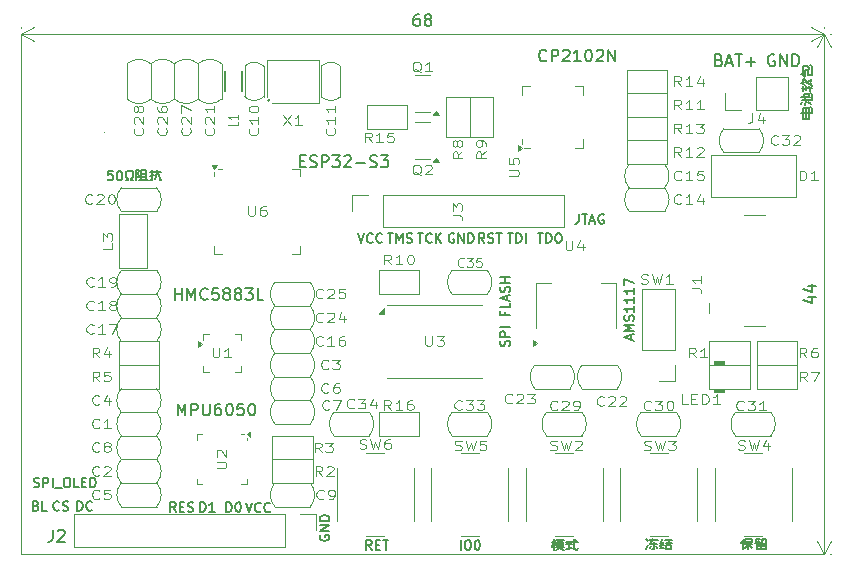
<source format=gto>
%TF.GenerationSoftware,KiCad,Pcbnew,9.0.1*%
%TF.CreationDate,2025-07-09T23:19:27+08:00*%
%TF.ProjectId,IMU,494d552e-6b69-4636-9164-5f7063625858,rev?*%
%TF.SameCoordinates,Original*%
%TF.FileFunction,Legend,Top*%
%TF.FilePolarity,Positive*%
%FSLAX45Y45*%
G04 Gerber Fmt 4.5, Leading zero omitted, Abs format (unit mm)*
G04 Created by KiCad (PCBNEW 9.0.1) date 2025-07-09 23:19:27*
%MOMM*%
%LPD*%
G01*
G04 APERTURE LIST*
%ADD10C,0.150000*%
%ADD11C,0.100000*%
%ADD12C,0.002500*%
%ADD13C,0.120000*%
%ADD14C,0.200000*%
%TA.AperFunction,Profile*%
%ADD15C,0.050000*%
%TD*%
G04 APERTURE END LIST*
D10*
X17612011Y-11417601D02*
X17626297Y-11422363D01*
X17626297Y-11422363D02*
X17631059Y-11427125D01*
X17631059Y-11427125D02*
X17635821Y-11436648D01*
X17635821Y-11436648D02*
X17635821Y-11450934D01*
X17635821Y-11450934D02*
X17631059Y-11460458D01*
X17631059Y-11460458D02*
X17626297Y-11465220D01*
X17626297Y-11465220D02*
X17616773Y-11469982D01*
X17616773Y-11469982D02*
X17578678Y-11469982D01*
X17578678Y-11469982D02*
X17578678Y-11369982D01*
X17578678Y-11369982D02*
X17612011Y-11369982D01*
X17612011Y-11369982D02*
X17621535Y-11374744D01*
X17621535Y-11374744D02*
X17626297Y-11379506D01*
X17626297Y-11379506D02*
X17631059Y-11389029D01*
X17631059Y-11389029D02*
X17631059Y-11398553D01*
X17631059Y-11398553D02*
X17626297Y-11408077D01*
X17626297Y-11408077D02*
X17621535Y-11412839D01*
X17621535Y-11412839D02*
X17612011Y-11417601D01*
X17612011Y-11417601D02*
X17578678Y-11417601D01*
X17673916Y-11441410D02*
X17721535Y-11441410D01*
X17664392Y-11469982D02*
X17697726Y-11369982D01*
X17697726Y-11369982D02*
X17731059Y-11469982D01*
X17750107Y-11369982D02*
X17807249Y-11369982D01*
X17778678Y-11469982D02*
X17778678Y-11369982D01*
X17840583Y-11431887D02*
X17916773Y-11431887D01*
X17878678Y-11469982D02*
X17878678Y-11393791D01*
X15422916Y-15564429D02*
X15422916Y-15484429D01*
X15476249Y-15484429D02*
X15491487Y-15484429D01*
X15491487Y-15484429D02*
X15499106Y-15488239D01*
X15499106Y-15488239D02*
X15506725Y-15495858D01*
X15506725Y-15495858D02*
X15510535Y-15511096D01*
X15510535Y-15511096D02*
X15510535Y-15537763D01*
X15510535Y-15537763D02*
X15506725Y-15553001D01*
X15506725Y-15553001D02*
X15499106Y-15560620D01*
X15499106Y-15560620D02*
X15491487Y-15564429D01*
X15491487Y-15564429D02*
X15476249Y-15564429D01*
X15476249Y-15564429D02*
X15468630Y-15560620D01*
X15468630Y-15560620D02*
X15461011Y-15553001D01*
X15461011Y-15553001D02*
X15457202Y-15537763D01*
X15457202Y-15537763D02*
X15457202Y-15511096D01*
X15457202Y-15511096D02*
X15461011Y-15495858D01*
X15461011Y-15495858D02*
X15468630Y-15488239D01*
X15468630Y-15488239D02*
X15476249Y-15484429D01*
X15560059Y-15484429D02*
X15567678Y-15484429D01*
X15567678Y-15484429D02*
X15575297Y-15488239D01*
X15575297Y-15488239D02*
X15579106Y-15492048D01*
X15579106Y-15492048D02*
X15582916Y-15499668D01*
X15582916Y-15499668D02*
X15586725Y-15514906D01*
X15586725Y-15514906D02*
X15586725Y-15533953D01*
X15586725Y-15533953D02*
X15582916Y-15549191D01*
X15582916Y-15549191D02*
X15579106Y-15556810D01*
X15579106Y-15556810D02*
X15575297Y-15560620D01*
X15575297Y-15560620D02*
X15567678Y-15564429D01*
X15567678Y-15564429D02*
X15560059Y-15564429D01*
X15560059Y-15564429D02*
X15552440Y-15560620D01*
X15552440Y-15560620D02*
X15548630Y-15556810D01*
X15548630Y-15556810D02*
X15544821Y-15549191D01*
X15544821Y-15549191D02*
X15541011Y-15533953D01*
X15541011Y-15533953D02*
X15541011Y-15514906D01*
X15541011Y-15514906D02*
X15544821Y-15499668D01*
X15544821Y-15499668D02*
X15548630Y-15492048D01*
X15548630Y-15492048D02*
X15552440Y-15488239D01*
X15552440Y-15488239D02*
X15560059Y-15484429D01*
X15366821Y-12890139D02*
X15359202Y-12886329D01*
X15359202Y-12886329D02*
X15347773Y-12886329D01*
X15347773Y-12886329D02*
X15336344Y-12890139D01*
X15336344Y-12890139D02*
X15328725Y-12897758D01*
X15328725Y-12897758D02*
X15324916Y-12905377D01*
X15324916Y-12905377D02*
X15321106Y-12920615D01*
X15321106Y-12920615D02*
X15321106Y-12932044D01*
X15321106Y-12932044D02*
X15324916Y-12947282D01*
X15324916Y-12947282D02*
X15328725Y-12954901D01*
X15328725Y-12954901D02*
X15336344Y-12962520D01*
X15336344Y-12962520D02*
X15347773Y-12966329D01*
X15347773Y-12966329D02*
X15355392Y-12966329D01*
X15355392Y-12966329D02*
X15366821Y-12962520D01*
X15366821Y-12962520D02*
X15370630Y-12958710D01*
X15370630Y-12958710D02*
X15370630Y-12932044D01*
X15370630Y-12932044D02*
X15355392Y-12932044D01*
X15404916Y-12966329D02*
X15404916Y-12886329D01*
X15404916Y-12886329D02*
X15450630Y-12966329D01*
X15450630Y-12966329D02*
X15450630Y-12886329D01*
X15488725Y-12966329D02*
X15488725Y-12886329D01*
X15488725Y-12886329D02*
X15507773Y-12886329D01*
X15507773Y-12886329D02*
X15519202Y-12890139D01*
X15519202Y-12890139D02*
X15526821Y-12897758D01*
X15526821Y-12897758D02*
X15530630Y-12905377D01*
X15530630Y-12905377D02*
X15534440Y-12920615D01*
X15534440Y-12920615D02*
X15534440Y-12932044D01*
X15534440Y-12932044D02*
X15530630Y-12947282D01*
X15530630Y-12947282D02*
X15526821Y-12954901D01*
X15526821Y-12954901D02*
X15519202Y-12962520D01*
X15519202Y-12962520D02*
X15507773Y-12966329D01*
X15507773Y-12966329D02*
X15488725Y-12966329D01*
X16196487Y-15495858D02*
X16226964Y-15495858D01*
X16211725Y-15495858D02*
X16223154Y-15522525D01*
X16211725Y-15492048D02*
X16200297Y-15537763D01*
X16215535Y-15473001D02*
X16215535Y-15564429D01*
X16226964Y-15541572D02*
X16295535Y-15541572D01*
X16230773Y-15484429D02*
X16295535Y-15484429D01*
X16238392Y-15526334D02*
X16287916Y-15526334D01*
X16238392Y-15511096D02*
X16287916Y-15511096D01*
X16238392Y-15499668D02*
X16238392Y-15526334D01*
X16249821Y-15473001D02*
X16249821Y-15492048D01*
X16276487Y-15473001D02*
X16276487Y-15492048D01*
X16238392Y-15499668D02*
X16287916Y-15499668D01*
X16287916Y-15499668D02*
X16287916Y-15526334D01*
X16261249Y-15537763D02*
X16276487Y-15556810D01*
X16276487Y-15556810D02*
X16295535Y-15564429D01*
X16261249Y-15526334D02*
X16253630Y-15549191D01*
X16253630Y-15549191D02*
X16246011Y-15556810D01*
X16246011Y-15556810D02*
X16226964Y-15564429D01*
X16314583Y-15495858D02*
X16413630Y-15495858D01*
X16318392Y-15518715D02*
X16367916Y-15518715D01*
X16341249Y-15518715D02*
X16341249Y-15556810D01*
X16367916Y-15549191D02*
X16314583Y-15560620D01*
X16390773Y-15476810D02*
X16402202Y-15488239D01*
X16379344Y-15476810D02*
X16379344Y-15503477D01*
X16379344Y-15503477D02*
X16386964Y-15556810D01*
X16386964Y-15556810D02*
X16409821Y-15564429D01*
X16409821Y-15564429D02*
X16413630Y-15549191D01*
X14233239Y-15442179D02*
X14229429Y-15449798D01*
X14229429Y-15449798D02*
X14229429Y-15461227D01*
X14229429Y-15461227D02*
X14233239Y-15472655D01*
X14233239Y-15472655D02*
X14240858Y-15480274D01*
X14240858Y-15480274D02*
X14248477Y-15484084D01*
X14248477Y-15484084D02*
X14263715Y-15487893D01*
X14263715Y-15487893D02*
X14275144Y-15487893D01*
X14275144Y-15487893D02*
X14290382Y-15484084D01*
X14290382Y-15484084D02*
X14298001Y-15480274D01*
X14298001Y-15480274D02*
X14305620Y-15472655D01*
X14305620Y-15472655D02*
X14309429Y-15461227D01*
X14309429Y-15461227D02*
X14309429Y-15453608D01*
X14309429Y-15453608D02*
X14305620Y-15442179D01*
X14305620Y-15442179D02*
X14301810Y-15438370D01*
X14301810Y-15438370D02*
X14275144Y-15438370D01*
X14275144Y-15438370D02*
X14275144Y-15453608D01*
X14309429Y-15404084D02*
X14229429Y-15404084D01*
X14229429Y-15404084D02*
X14309429Y-15358370D01*
X14309429Y-15358370D02*
X14229429Y-15358370D01*
X14309429Y-15320274D02*
X14229429Y-15320274D01*
X14229429Y-15320274D02*
X14229429Y-15301227D01*
X14229429Y-15301227D02*
X14233239Y-15289798D01*
X14233239Y-15289798D02*
X14240858Y-15282179D01*
X14240858Y-15282179D02*
X14248477Y-15278370D01*
X14248477Y-15278370D02*
X14263715Y-15274560D01*
X14263715Y-15274560D02*
X14275144Y-15274560D01*
X14275144Y-15274560D02*
X14290382Y-15278370D01*
X14290382Y-15278370D02*
X14298001Y-15282179D01*
X14298001Y-15282179D02*
X14305620Y-15289798D01*
X14305620Y-15289798D02*
X14309429Y-15301227D01*
X14309429Y-15301227D02*
X14309429Y-15320274D01*
X16075487Y-12886329D02*
X16121202Y-12886329D01*
X16098344Y-12966329D02*
X16098344Y-12886329D01*
X16147868Y-12966329D02*
X16147868Y-12886329D01*
X16147868Y-12886329D02*
X16166916Y-12886329D01*
X16166916Y-12886329D02*
X16178345Y-12890139D01*
X16178345Y-12890139D02*
X16185964Y-12897758D01*
X16185964Y-12897758D02*
X16189773Y-12905377D01*
X16189773Y-12905377D02*
X16193583Y-12920615D01*
X16193583Y-12920615D02*
X16193583Y-12932044D01*
X16193583Y-12932044D02*
X16189773Y-12947282D01*
X16189773Y-12947282D02*
X16185964Y-12954901D01*
X16185964Y-12954901D02*
X16178345Y-12962520D01*
X16178345Y-12962520D02*
X16166916Y-12966329D01*
X16166916Y-12966329D02*
X16147868Y-12966329D01*
X16243106Y-12886329D02*
X16258345Y-12886329D01*
X16258345Y-12886329D02*
X16265964Y-12890139D01*
X16265964Y-12890139D02*
X16273583Y-12897758D01*
X16273583Y-12897758D02*
X16277392Y-12912996D01*
X16277392Y-12912996D02*
X16277392Y-12939663D01*
X16277392Y-12939663D02*
X16273583Y-12954901D01*
X16273583Y-12954901D02*
X16265964Y-12962520D01*
X16265964Y-12962520D02*
X16258345Y-12966329D01*
X16258345Y-12966329D02*
X16243106Y-12966329D01*
X16243106Y-12966329D02*
X16235487Y-12962520D01*
X16235487Y-12962520D02*
X16227868Y-12954901D01*
X16227868Y-12954901D02*
X16224059Y-12939663D01*
X16224059Y-12939663D02*
X16224059Y-12912996D01*
X16224059Y-12912996D02*
X16227868Y-12897758D01*
X16227868Y-12897758D02*
X16235487Y-12890139D01*
X16235487Y-12890139D02*
X16243106Y-12886329D01*
X15624630Y-12966329D02*
X15597964Y-12928234D01*
X15578916Y-12966329D02*
X15578916Y-12886329D01*
X15578916Y-12886329D02*
X15609392Y-12886329D01*
X15609392Y-12886329D02*
X15617011Y-12890139D01*
X15617011Y-12890139D02*
X15620821Y-12893948D01*
X15620821Y-12893948D02*
X15624630Y-12901568D01*
X15624630Y-12901568D02*
X15624630Y-12912996D01*
X15624630Y-12912996D02*
X15620821Y-12920615D01*
X15620821Y-12920615D02*
X15617011Y-12924425D01*
X15617011Y-12924425D02*
X15609392Y-12928234D01*
X15609392Y-12928234D02*
X15578916Y-12928234D01*
X15655106Y-12962520D02*
X15666535Y-12966329D01*
X15666535Y-12966329D02*
X15685583Y-12966329D01*
X15685583Y-12966329D02*
X15693202Y-12962520D01*
X15693202Y-12962520D02*
X15697011Y-12958710D01*
X15697011Y-12958710D02*
X15700821Y-12951091D01*
X15700821Y-12951091D02*
X15700821Y-12943472D01*
X15700821Y-12943472D02*
X15697011Y-12935853D01*
X15697011Y-12935853D02*
X15693202Y-12932044D01*
X15693202Y-12932044D02*
X15685583Y-12928234D01*
X15685583Y-12928234D02*
X15670344Y-12924425D01*
X15670344Y-12924425D02*
X15662725Y-12920615D01*
X15662725Y-12920615D02*
X15658916Y-12916806D01*
X15658916Y-12916806D02*
X15655106Y-12909187D01*
X15655106Y-12909187D02*
X15655106Y-12901568D01*
X15655106Y-12901568D02*
X15658916Y-12893948D01*
X15658916Y-12893948D02*
X15662725Y-12890139D01*
X15662725Y-12890139D02*
X15670344Y-12886329D01*
X15670344Y-12886329D02*
X15689392Y-12886329D01*
X15689392Y-12886329D02*
X15700821Y-12890139D01*
X15723678Y-12886329D02*
X15769392Y-12886329D01*
X15746535Y-12966329D02*
X15746535Y-12886329D01*
X13004678Y-13450982D02*
X13004678Y-13350982D01*
X13004678Y-13398601D02*
X13061821Y-13398601D01*
X13061821Y-13450982D02*
X13061821Y-13350982D01*
X13109440Y-13450982D02*
X13109440Y-13350982D01*
X13109440Y-13350982D02*
X13142773Y-13422410D01*
X13142773Y-13422410D02*
X13176106Y-13350982D01*
X13176106Y-13350982D02*
X13176106Y-13450982D01*
X13280868Y-13441458D02*
X13276106Y-13446220D01*
X13276106Y-13446220D02*
X13261821Y-13450982D01*
X13261821Y-13450982D02*
X13252297Y-13450982D01*
X13252297Y-13450982D02*
X13238011Y-13446220D01*
X13238011Y-13446220D02*
X13228487Y-13436696D01*
X13228487Y-13436696D02*
X13223725Y-13427172D01*
X13223725Y-13427172D02*
X13218964Y-13408125D01*
X13218964Y-13408125D02*
X13218964Y-13393839D01*
X13218964Y-13393839D02*
X13223725Y-13374791D01*
X13223725Y-13374791D02*
X13228487Y-13365268D01*
X13228487Y-13365268D02*
X13238011Y-13355744D01*
X13238011Y-13355744D02*
X13252297Y-13350982D01*
X13252297Y-13350982D02*
X13261821Y-13350982D01*
X13261821Y-13350982D02*
X13276106Y-13355744D01*
X13276106Y-13355744D02*
X13280868Y-13360506D01*
X13371344Y-13350982D02*
X13323725Y-13350982D01*
X13323725Y-13350982D02*
X13318964Y-13398601D01*
X13318964Y-13398601D02*
X13323725Y-13393839D01*
X13323725Y-13393839D02*
X13333249Y-13389077D01*
X13333249Y-13389077D02*
X13357059Y-13389077D01*
X13357059Y-13389077D02*
X13366583Y-13393839D01*
X13366583Y-13393839D02*
X13371344Y-13398601D01*
X13371344Y-13398601D02*
X13376106Y-13408125D01*
X13376106Y-13408125D02*
X13376106Y-13431934D01*
X13376106Y-13431934D02*
X13371344Y-13441458D01*
X13371344Y-13441458D02*
X13366583Y-13446220D01*
X13366583Y-13446220D02*
X13357059Y-13450982D01*
X13357059Y-13450982D02*
X13333249Y-13450982D01*
X13333249Y-13450982D02*
X13323725Y-13446220D01*
X13323725Y-13446220D02*
X13318964Y-13441458D01*
X13433249Y-13393839D02*
X13423725Y-13389077D01*
X13423725Y-13389077D02*
X13418964Y-13384315D01*
X13418964Y-13384315D02*
X13414202Y-13374791D01*
X13414202Y-13374791D02*
X13414202Y-13370029D01*
X13414202Y-13370029D02*
X13418964Y-13360506D01*
X13418964Y-13360506D02*
X13423725Y-13355744D01*
X13423725Y-13355744D02*
X13433249Y-13350982D01*
X13433249Y-13350982D02*
X13452297Y-13350982D01*
X13452297Y-13350982D02*
X13461821Y-13355744D01*
X13461821Y-13355744D02*
X13466583Y-13360506D01*
X13466583Y-13360506D02*
X13471344Y-13370029D01*
X13471344Y-13370029D02*
X13471344Y-13374791D01*
X13471344Y-13374791D02*
X13466583Y-13384315D01*
X13466583Y-13384315D02*
X13461821Y-13389077D01*
X13461821Y-13389077D02*
X13452297Y-13393839D01*
X13452297Y-13393839D02*
X13433249Y-13393839D01*
X13433249Y-13393839D02*
X13423725Y-13398601D01*
X13423725Y-13398601D02*
X13418964Y-13403363D01*
X13418964Y-13403363D02*
X13414202Y-13412887D01*
X13414202Y-13412887D02*
X13414202Y-13431934D01*
X13414202Y-13431934D02*
X13418964Y-13441458D01*
X13418964Y-13441458D02*
X13423725Y-13446220D01*
X13423725Y-13446220D02*
X13433249Y-13450982D01*
X13433249Y-13450982D02*
X13452297Y-13450982D01*
X13452297Y-13450982D02*
X13461821Y-13446220D01*
X13461821Y-13446220D02*
X13466583Y-13441458D01*
X13466583Y-13441458D02*
X13471344Y-13431934D01*
X13471344Y-13431934D02*
X13471344Y-13412887D01*
X13471344Y-13412887D02*
X13466583Y-13403363D01*
X13466583Y-13403363D02*
X13461821Y-13398601D01*
X13461821Y-13398601D02*
X13452297Y-13393839D01*
X13528487Y-13393839D02*
X13518964Y-13389077D01*
X13518964Y-13389077D02*
X13514202Y-13384315D01*
X13514202Y-13384315D02*
X13509440Y-13374791D01*
X13509440Y-13374791D02*
X13509440Y-13370029D01*
X13509440Y-13370029D02*
X13514202Y-13360506D01*
X13514202Y-13360506D02*
X13518964Y-13355744D01*
X13518964Y-13355744D02*
X13528487Y-13350982D01*
X13528487Y-13350982D02*
X13547535Y-13350982D01*
X13547535Y-13350982D02*
X13557059Y-13355744D01*
X13557059Y-13355744D02*
X13561821Y-13360506D01*
X13561821Y-13360506D02*
X13566583Y-13370029D01*
X13566583Y-13370029D02*
X13566583Y-13374791D01*
X13566583Y-13374791D02*
X13561821Y-13384315D01*
X13561821Y-13384315D02*
X13557059Y-13389077D01*
X13557059Y-13389077D02*
X13547535Y-13393839D01*
X13547535Y-13393839D02*
X13528487Y-13393839D01*
X13528487Y-13393839D02*
X13518964Y-13398601D01*
X13518964Y-13398601D02*
X13514202Y-13403363D01*
X13514202Y-13403363D02*
X13509440Y-13412887D01*
X13509440Y-13412887D02*
X13509440Y-13431934D01*
X13509440Y-13431934D02*
X13514202Y-13441458D01*
X13514202Y-13441458D02*
X13518964Y-13446220D01*
X13518964Y-13446220D02*
X13528487Y-13450982D01*
X13528487Y-13450982D02*
X13547535Y-13450982D01*
X13547535Y-13450982D02*
X13557059Y-13446220D01*
X13557059Y-13446220D02*
X13561821Y-13441458D01*
X13561821Y-13441458D02*
X13566583Y-13431934D01*
X13566583Y-13431934D02*
X13566583Y-13412887D01*
X13566583Y-13412887D02*
X13561821Y-13403363D01*
X13561821Y-13403363D02*
X13557059Y-13398601D01*
X13557059Y-13398601D02*
X13547535Y-13393839D01*
X13599916Y-13350982D02*
X13661821Y-13350982D01*
X13661821Y-13350982D02*
X13628487Y-13389077D01*
X13628487Y-13389077D02*
X13642773Y-13389077D01*
X13642773Y-13389077D02*
X13652297Y-13393839D01*
X13652297Y-13393839D02*
X13657059Y-13398601D01*
X13657059Y-13398601D02*
X13661821Y-13408125D01*
X13661821Y-13408125D02*
X13661821Y-13431934D01*
X13661821Y-13431934D02*
X13657059Y-13441458D01*
X13657059Y-13441458D02*
X13652297Y-13446220D01*
X13652297Y-13446220D02*
X13642773Y-13450982D01*
X13642773Y-13450982D02*
X13614202Y-13450982D01*
X13614202Y-13450982D02*
X13604678Y-13446220D01*
X13604678Y-13446220D02*
X13599916Y-13441458D01*
X13752297Y-13450982D02*
X13704678Y-13450982D01*
X13704678Y-13450982D02*
X13704678Y-13350982D01*
X14805487Y-12886329D02*
X14851202Y-12886329D01*
X14828344Y-12966329D02*
X14828344Y-12886329D01*
X14877868Y-12966329D02*
X14877868Y-12886329D01*
X14877868Y-12886329D02*
X14904535Y-12943472D01*
X14904535Y-12943472D02*
X14931202Y-12886329D01*
X14931202Y-12886329D02*
X14931202Y-12966329D01*
X14965487Y-12962520D02*
X14976916Y-12966329D01*
X14976916Y-12966329D02*
X14995964Y-12966329D01*
X14995964Y-12966329D02*
X15003583Y-12962520D01*
X15003583Y-12962520D02*
X15007392Y-12958710D01*
X15007392Y-12958710D02*
X15011202Y-12951091D01*
X15011202Y-12951091D02*
X15011202Y-12943472D01*
X15011202Y-12943472D02*
X15007392Y-12935853D01*
X15007392Y-12935853D02*
X15003583Y-12932044D01*
X15003583Y-12932044D02*
X14995964Y-12928234D01*
X14995964Y-12928234D02*
X14980725Y-12924425D01*
X14980725Y-12924425D02*
X14973106Y-12920615D01*
X14973106Y-12920615D02*
X14969297Y-12916806D01*
X14969297Y-12916806D02*
X14965487Y-12909187D01*
X14965487Y-12909187D02*
X14965487Y-12901568D01*
X14965487Y-12901568D02*
X14969297Y-12893948D01*
X14969297Y-12893948D02*
X14973106Y-12890139D01*
X14973106Y-12890139D02*
X14980725Y-12886329D01*
X14980725Y-12886329D02*
X14999773Y-12886329D01*
X14999773Y-12886329D02*
X15011202Y-12890139D01*
X13010630Y-15243429D02*
X12983964Y-15205334D01*
X12964916Y-15243429D02*
X12964916Y-15163429D01*
X12964916Y-15163429D02*
X12995392Y-15163429D01*
X12995392Y-15163429D02*
X13003011Y-15167239D01*
X13003011Y-15167239D02*
X13006821Y-15171048D01*
X13006821Y-15171048D02*
X13010630Y-15178668D01*
X13010630Y-15178668D02*
X13010630Y-15190096D01*
X13010630Y-15190096D02*
X13006821Y-15197715D01*
X13006821Y-15197715D02*
X13003011Y-15201525D01*
X13003011Y-15201525D02*
X12995392Y-15205334D01*
X12995392Y-15205334D02*
X12964916Y-15205334D01*
X13044916Y-15201525D02*
X13071583Y-15201525D01*
X13083011Y-15243429D02*
X13044916Y-15243429D01*
X13044916Y-15243429D02*
X13044916Y-15163429D01*
X13044916Y-15163429D02*
X13083011Y-15163429D01*
X13113487Y-15239620D02*
X13124916Y-15243429D01*
X13124916Y-15243429D02*
X13143964Y-15243429D01*
X13143964Y-15243429D02*
X13151583Y-15239620D01*
X13151583Y-15239620D02*
X13155392Y-15235810D01*
X13155392Y-15235810D02*
X13159202Y-15228191D01*
X13159202Y-15228191D02*
X13159202Y-15220572D01*
X13159202Y-15220572D02*
X13155392Y-15212953D01*
X13155392Y-15212953D02*
X13151583Y-15209144D01*
X13151583Y-15209144D02*
X13143964Y-15205334D01*
X13143964Y-15205334D02*
X13128725Y-15201525D01*
X13128725Y-15201525D02*
X13121106Y-15197715D01*
X13121106Y-15197715D02*
X13117297Y-15193906D01*
X13117297Y-15193906D02*
X13113487Y-15186287D01*
X13113487Y-15186287D02*
X13113487Y-15178668D01*
X13113487Y-15178668D02*
X13117297Y-15171048D01*
X13117297Y-15171048D02*
X13121106Y-15167239D01*
X13121106Y-15167239D02*
X13128725Y-15163429D01*
X13128725Y-15163429D02*
X13147773Y-15163429D01*
X13147773Y-15163429D02*
X13159202Y-15167239D01*
X18080059Y-11374744D02*
X18070535Y-11369982D01*
X18070535Y-11369982D02*
X18056249Y-11369982D01*
X18056249Y-11369982D02*
X18041964Y-11374744D01*
X18041964Y-11374744D02*
X18032440Y-11384268D01*
X18032440Y-11384268D02*
X18027678Y-11393791D01*
X18027678Y-11393791D02*
X18022916Y-11412839D01*
X18022916Y-11412839D02*
X18022916Y-11427125D01*
X18022916Y-11427125D02*
X18027678Y-11446172D01*
X18027678Y-11446172D02*
X18032440Y-11455696D01*
X18032440Y-11455696D02*
X18041964Y-11465220D01*
X18041964Y-11465220D02*
X18056249Y-11469982D01*
X18056249Y-11469982D02*
X18065773Y-11469982D01*
X18065773Y-11469982D02*
X18080059Y-11465220D01*
X18080059Y-11465220D02*
X18084821Y-11460458D01*
X18084821Y-11460458D02*
X18084821Y-11427125D01*
X18084821Y-11427125D02*
X18065773Y-11427125D01*
X18127678Y-11469982D02*
X18127678Y-11369982D01*
X18127678Y-11369982D02*
X18184821Y-11469982D01*
X18184821Y-11469982D02*
X18184821Y-11369982D01*
X18232440Y-11469982D02*
X18232440Y-11369982D01*
X18232440Y-11369982D02*
X18256249Y-11369982D01*
X18256249Y-11369982D02*
X18270535Y-11374744D01*
X18270535Y-11374744D02*
X18280059Y-11384268D01*
X18280059Y-11384268D02*
X18284821Y-11393791D01*
X18284821Y-11393791D02*
X18289583Y-11412839D01*
X18289583Y-11412839D02*
X18289583Y-11427125D01*
X18289583Y-11427125D02*
X18284821Y-11446172D01*
X18284821Y-11446172D02*
X18280059Y-11455696D01*
X18280059Y-11455696D02*
X18270535Y-11465220D01*
X18270535Y-11465220D02*
X18256249Y-11469982D01*
X18256249Y-11469982D02*
X18232440Y-11469982D01*
X16423773Y-12723429D02*
X16423773Y-12780572D01*
X16423773Y-12780572D02*
X16419964Y-12792001D01*
X16419964Y-12792001D02*
X16412344Y-12799620D01*
X16412344Y-12799620D02*
X16400916Y-12803429D01*
X16400916Y-12803429D02*
X16393297Y-12803429D01*
X16450440Y-12723429D02*
X16496154Y-12723429D01*
X16473297Y-12803429D02*
X16473297Y-12723429D01*
X16519011Y-12780572D02*
X16557106Y-12780572D01*
X16511392Y-12803429D02*
X16538059Y-12723429D01*
X16538059Y-12723429D02*
X16564725Y-12803429D01*
X16633297Y-12727239D02*
X16625678Y-12723429D01*
X16625678Y-12723429D02*
X16614249Y-12723429D01*
X16614249Y-12723429D02*
X16602821Y-12727239D01*
X16602821Y-12727239D02*
X16595202Y-12734858D01*
X16595202Y-12734858D02*
X16591392Y-12742477D01*
X16591392Y-12742477D02*
X16587583Y-12757715D01*
X16587583Y-12757715D02*
X16587583Y-12769144D01*
X16587583Y-12769144D02*
X16591392Y-12784382D01*
X16591392Y-12784382D02*
X16595202Y-12792001D01*
X16595202Y-12792001D02*
X16602821Y-12799620D01*
X16602821Y-12799620D02*
X16614249Y-12803429D01*
X16614249Y-12803429D02*
X16621868Y-12803429D01*
X16621868Y-12803429D02*
X16633297Y-12799620D01*
X16633297Y-12799620D02*
X16637106Y-12795810D01*
X16637106Y-12795810D02*
X16637106Y-12769144D01*
X16637106Y-12769144D02*
X16621868Y-12769144D01*
X14551487Y-12886329D02*
X14578154Y-12966329D01*
X14578154Y-12966329D02*
X14604821Y-12886329D01*
X14677202Y-12958710D02*
X14673392Y-12962520D01*
X14673392Y-12962520D02*
X14661964Y-12966329D01*
X14661964Y-12966329D02*
X14654344Y-12966329D01*
X14654344Y-12966329D02*
X14642916Y-12962520D01*
X14642916Y-12962520D02*
X14635297Y-12954901D01*
X14635297Y-12954901D02*
X14631487Y-12947282D01*
X14631487Y-12947282D02*
X14627678Y-12932044D01*
X14627678Y-12932044D02*
X14627678Y-12920615D01*
X14627678Y-12920615D02*
X14631487Y-12905377D01*
X14631487Y-12905377D02*
X14635297Y-12897758D01*
X14635297Y-12897758D02*
X14642916Y-12890139D01*
X14642916Y-12890139D02*
X14654344Y-12886329D01*
X14654344Y-12886329D02*
X14661964Y-12886329D01*
X14661964Y-12886329D02*
X14673392Y-12890139D01*
X14673392Y-12890139D02*
X14677202Y-12893948D01*
X14757202Y-12958710D02*
X14753392Y-12962520D01*
X14753392Y-12962520D02*
X14741964Y-12966329D01*
X14741964Y-12966329D02*
X14734344Y-12966329D01*
X14734344Y-12966329D02*
X14722916Y-12962520D01*
X14722916Y-12962520D02*
X14715297Y-12954901D01*
X14715297Y-12954901D02*
X14711487Y-12947282D01*
X14711487Y-12947282D02*
X14707678Y-12932044D01*
X14707678Y-12932044D02*
X14707678Y-12920615D01*
X14707678Y-12920615D02*
X14711487Y-12905377D01*
X14711487Y-12905377D02*
X14715297Y-12897758D01*
X14715297Y-12897758D02*
X14722916Y-12890139D01*
X14722916Y-12890139D02*
X14734344Y-12886329D01*
X14734344Y-12886329D02*
X14741964Y-12886329D01*
X14741964Y-12886329D02*
X14753392Y-12890139D01*
X14753392Y-12890139D02*
X14757202Y-12893948D01*
X12479011Y-12357429D02*
X12440916Y-12357429D01*
X12440916Y-12357429D02*
X12437106Y-12395525D01*
X12437106Y-12395525D02*
X12440916Y-12391715D01*
X12440916Y-12391715D02*
X12448535Y-12387906D01*
X12448535Y-12387906D02*
X12467583Y-12387906D01*
X12467583Y-12387906D02*
X12475202Y-12391715D01*
X12475202Y-12391715D02*
X12479011Y-12395525D01*
X12479011Y-12395525D02*
X12482821Y-12403144D01*
X12482821Y-12403144D02*
X12482821Y-12422191D01*
X12482821Y-12422191D02*
X12479011Y-12429810D01*
X12479011Y-12429810D02*
X12475202Y-12433620D01*
X12475202Y-12433620D02*
X12467583Y-12437429D01*
X12467583Y-12437429D02*
X12448535Y-12437429D01*
X12448535Y-12437429D02*
X12440916Y-12433620D01*
X12440916Y-12433620D02*
X12437106Y-12429810D01*
X12532345Y-12357429D02*
X12539964Y-12357429D01*
X12539964Y-12357429D02*
X12547583Y-12361239D01*
X12547583Y-12361239D02*
X12551392Y-12365048D01*
X12551392Y-12365048D02*
X12555202Y-12372668D01*
X12555202Y-12372668D02*
X12559011Y-12387906D01*
X12559011Y-12387906D02*
X12559011Y-12406953D01*
X12559011Y-12406953D02*
X12555202Y-12422191D01*
X12555202Y-12422191D02*
X12551392Y-12429810D01*
X12551392Y-12429810D02*
X12547583Y-12433620D01*
X12547583Y-12433620D02*
X12539964Y-12437429D01*
X12539964Y-12437429D02*
X12532345Y-12437429D01*
X12532345Y-12437429D02*
X12524725Y-12433620D01*
X12524725Y-12433620D02*
X12520916Y-12429810D01*
X12520916Y-12429810D02*
X12517106Y-12422191D01*
X12517106Y-12422191D02*
X12513297Y-12406953D01*
X12513297Y-12406953D02*
X12513297Y-12387906D01*
X12513297Y-12387906D02*
X12517106Y-12372668D01*
X12517106Y-12372668D02*
X12520916Y-12365048D01*
X12520916Y-12365048D02*
X12524725Y-12361239D01*
X12524725Y-12361239D02*
X12532345Y-12357429D01*
X12589487Y-12437429D02*
X12608535Y-12437429D01*
X12608535Y-12437429D02*
X12608535Y-12422191D01*
X12608535Y-12422191D02*
X12600916Y-12418382D01*
X12600916Y-12418382D02*
X12593297Y-12410763D01*
X12593297Y-12410763D02*
X12589487Y-12399334D01*
X12589487Y-12399334D02*
X12589487Y-12380287D01*
X12589487Y-12380287D02*
X12593297Y-12368858D01*
X12593297Y-12368858D02*
X12600916Y-12361239D01*
X12600916Y-12361239D02*
X12612345Y-12357429D01*
X12612345Y-12357429D02*
X12627583Y-12357429D01*
X12627583Y-12357429D02*
X12639011Y-12361239D01*
X12639011Y-12361239D02*
X12646630Y-12368858D01*
X12646630Y-12368858D02*
X12650440Y-12380287D01*
X12650440Y-12380287D02*
X12650440Y-12399334D01*
X12650440Y-12399334D02*
X12646630Y-12410763D01*
X12646630Y-12410763D02*
X12639011Y-12418382D01*
X12639011Y-12418382D02*
X12631392Y-12422191D01*
X12631392Y-12422191D02*
X12631392Y-12437429D01*
X12631392Y-12437429D02*
X12650440Y-12437429D01*
X12673297Y-12353620D02*
X12673297Y-12437429D01*
X12699964Y-12433620D02*
X12772345Y-12433620D01*
X12715202Y-12406953D02*
X12760916Y-12406953D01*
X12715202Y-12380287D02*
X12760916Y-12380287D01*
X12715202Y-12353620D02*
X12715202Y-12433620D01*
X12673297Y-12353620D02*
X12699964Y-12353620D01*
X12699964Y-12353620D02*
X12688535Y-12380287D01*
X12715202Y-12353620D02*
X12760916Y-12353620D01*
X12760916Y-12353620D02*
X12760916Y-12433620D01*
X12688535Y-12380287D02*
X12699964Y-12399334D01*
X12699964Y-12399334D02*
X12699964Y-12410763D01*
X12699964Y-12410763D02*
X12684726Y-12410763D01*
X12791392Y-12368858D02*
X12825678Y-12368858D01*
X12795202Y-12437429D02*
X12810440Y-12437429D01*
X12810440Y-12346001D02*
X12810440Y-12437429D01*
X12825678Y-12395525D02*
X12791392Y-12403144D01*
X12829487Y-12365048D02*
X12886630Y-12365048D01*
X12856154Y-12346001D02*
X12856154Y-12361239D01*
X12840916Y-12380287D02*
X12840916Y-12406953D01*
X12840916Y-12406953D02*
X12837106Y-12426001D01*
X12840916Y-12380287D02*
X12871392Y-12380287D01*
X12871392Y-12380287D02*
X12875202Y-12437429D01*
X12875202Y-12437429D02*
X12886630Y-12437429D01*
X12886630Y-12437429D02*
X12894249Y-12422191D01*
X16994487Y-15477620D02*
X17009726Y-15492858D01*
X17009726Y-15523334D02*
X16994487Y-15557620D01*
X17021154Y-15485239D02*
X17093535Y-15485239D01*
X17028773Y-15519525D02*
X17089726Y-15519525D01*
X17036392Y-15534763D02*
X17028773Y-15550001D01*
X17044011Y-15561429D02*
X17059249Y-15561429D01*
X17047821Y-15477620D02*
X17028773Y-15519525D01*
X17063059Y-15500477D02*
X17063059Y-15561429D01*
X17078297Y-15534763D02*
X17089726Y-15546191D01*
X17131630Y-15473810D02*
X17116392Y-15504287D01*
X17139249Y-15504287D02*
X17112583Y-15530953D01*
X17146868Y-15546191D02*
X17112583Y-15550001D01*
X17146868Y-15527144D02*
X17112583Y-15530953D01*
X17154487Y-15485239D02*
X17211630Y-15485239D01*
X17158297Y-15511906D02*
X17211630Y-15511906D01*
X17162106Y-15557620D02*
X17207821Y-15557620D01*
X17162106Y-15527144D02*
X17162106Y-15561429D01*
X17184964Y-15470001D02*
X17184964Y-15511906D01*
X17143059Y-15496668D02*
X17139249Y-15508096D01*
X17139249Y-15508096D02*
X17112583Y-15508096D01*
X17162106Y-15527144D02*
X17207821Y-15527144D01*
X17207821Y-15527144D02*
X17207821Y-15561429D01*
X13440916Y-15244429D02*
X13440916Y-15164429D01*
X13440916Y-15164429D02*
X13459964Y-15164429D01*
X13459964Y-15164429D02*
X13471392Y-15168239D01*
X13471392Y-15168239D02*
X13479011Y-15175858D01*
X13479011Y-15175858D02*
X13482821Y-15183477D01*
X13482821Y-15183477D02*
X13486630Y-15198715D01*
X13486630Y-15198715D02*
X13486630Y-15210144D01*
X13486630Y-15210144D02*
X13482821Y-15225382D01*
X13482821Y-15225382D02*
X13479011Y-15233001D01*
X13479011Y-15233001D02*
X13471392Y-15240620D01*
X13471392Y-15240620D02*
X13459964Y-15244429D01*
X13459964Y-15244429D02*
X13440916Y-15244429D01*
X13536154Y-15164429D02*
X13543773Y-15164429D01*
X13543773Y-15164429D02*
X13551392Y-15168239D01*
X13551392Y-15168239D02*
X13555202Y-15172048D01*
X13555202Y-15172048D02*
X13559011Y-15179668D01*
X13559011Y-15179668D02*
X13562821Y-15194906D01*
X13562821Y-15194906D02*
X13562821Y-15213953D01*
X13562821Y-15213953D02*
X13559011Y-15229191D01*
X13559011Y-15229191D02*
X13555202Y-15236810D01*
X13555202Y-15236810D02*
X13551392Y-15240620D01*
X13551392Y-15240620D02*
X13543773Y-15244429D01*
X13543773Y-15244429D02*
X13536154Y-15244429D01*
X13536154Y-15244429D02*
X13528535Y-15240620D01*
X13528535Y-15240620D02*
X13524725Y-15236810D01*
X13524725Y-15236810D02*
X13520916Y-15229191D01*
X13520916Y-15229191D02*
X13517106Y-15213953D01*
X13517106Y-15213953D02*
X13517106Y-15194906D01*
X13517106Y-15194906D02*
X13520916Y-15179668D01*
X13520916Y-15179668D02*
X13524725Y-15172048D01*
X13524725Y-15172048D02*
X13528535Y-15168239D01*
X13528535Y-15168239D02*
X13536154Y-15164429D01*
X18369763Y-11916512D02*
X18369763Y-11828893D01*
X18346906Y-11916512D02*
X18346906Y-11828893D01*
X18396430Y-11870798D02*
X18396430Y-11821274D01*
X18305001Y-11870798D02*
X18396430Y-11870798D01*
X18377382Y-11817465D02*
X18396430Y-11821274D01*
X18373572Y-11916512D02*
X18320239Y-11916512D01*
X18320239Y-11916512D02*
X18320239Y-11828893D01*
X18320239Y-11828893D02*
X18373572Y-11828893D01*
X18335477Y-11798417D02*
X18343096Y-11779370D01*
X18308810Y-11790798D02*
X18316430Y-11771751D01*
X18362144Y-11775560D02*
X18388810Y-11786989D01*
X18305001Y-11733655D02*
X18377382Y-11733655D01*
X18316430Y-11756512D02*
X18396430Y-11756512D01*
X18396430Y-11756512D02*
X18396430Y-11703179D01*
X18396430Y-11703179D02*
X18381191Y-11699370D01*
X18346906Y-11771751D02*
X18327858Y-11706989D01*
X18327858Y-11706989D02*
X18362144Y-11706989D01*
X18362144Y-11706989D02*
X18373572Y-11706989D01*
X18373572Y-11706989D02*
X18373572Y-11718417D01*
X18320239Y-11680322D02*
X18320239Y-11634608D01*
X18350715Y-11676513D02*
X18350715Y-11634608D01*
X18312620Y-11657465D02*
X18350715Y-11676513D01*
X18335477Y-11653655D02*
X18396430Y-11653655D01*
X18369763Y-11642227D02*
X18377382Y-11680322D01*
X18305001Y-11615560D02*
X18343096Y-11626989D01*
X18377382Y-11615560D02*
X18396430Y-11634608D01*
X18358334Y-11611751D02*
X18385001Y-11623179D01*
X18339287Y-11607941D02*
X18373572Y-11611751D01*
X18346906Y-11607941D02*
X18381191Y-11596513D01*
X18358334Y-11604132D02*
X18388810Y-11592703D01*
X18381191Y-11596513D02*
X18396430Y-11581274D01*
X18324049Y-11619370D02*
X18324049Y-11581274D01*
X18324049Y-11581274D02*
X18346906Y-11585084D01*
X18362144Y-11546989D02*
X18362144Y-11505084D01*
X18396430Y-11543179D02*
X18396430Y-11466989D01*
X18324049Y-11543179D02*
X18343096Y-11562227D01*
X18362144Y-11543179D02*
X18396430Y-11543179D01*
X18305001Y-11535560D02*
X18331668Y-11546989D01*
X18373572Y-11497465D02*
X18373572Y-11478417D01*
X18381191Y-11463179D02*
X18396430Y-11466989D01*
X18335477Y-11546989D02*
X18335477Y-11505084D01*
X18335477Y-11505084D02*
X18362144Y-11505084D01*
X18320239Y-11539370D02*
X18320239Y-11470798D01*
X18320239Y-11470798D02*
X18350715Y-11470798D01*
X18350715Y-11470798D02*
X18373572Y-11474608D01*
X12176916Y-15234429D02*
X12176916Y-15154429D01*
X12176916Y-15154429D02*
X12195964Y-15154429D01*
X12195964Y-15154429D02*
X12207392Y-15158239D01*
X12207392Y-15158239D02*
X12215011Y-15165858D01*
X12215011Y-15165858D02*
X12218821Y-15173477D01*
X12218821Y-15173477D02*
X12222630Y-15188715D01*
X12222630Y-15188715D02*
X12222630Y-15200144D01*
X12222630Y-15200144D02*
X12218821Y-15215382D01*
X12218821Y-15215382D02*
X12215011Y-15223001D01*
X12215011Y-15223001D02*
X12207392Y-15230620D01*
X12207392Y-15230620D02*
X12195964Y-15234429D01*
X12195964Y-15234429D02*
X12176916Y-15234429D01*
X12302630Y-15226810D02*
X12298821Y-15230620D01*
X12298821Y-15230620D02*
X12287392Y-15234429D01*
X12287392Y-15234429D02*
X12279773Y-15234429D01*
X12279773Y-15234429D02*
X12268344Y-15230620D01*
X12268344Y-15230620D02*
X12260725Y-15223001D01*
X12260725Y-15223001D02*
X12256916Y-15215382D01*
X12256916Y-15215382D02*
X12253106Y-15200144D01*
X12253106Y-15200144D02*
X12253106Y-15188715D01*
X12253106Y-15188715D02*
X12256916Y-15173477D01*
X12256916Y-15173477D02*
X12260725Y-15165858D01*
X12260725Y-15165858D02*
X12268344Y-15158239D01*
X12268344Y-15158239D02*
X12279773Y-15154429D01*
X12279773Y-15154429D02*
X12287392Y-15154429D01*
X12287392Y-15154429D02*
X12298821Y-15158239D01*
X12298821Y-15158239D02*
X12302630Y-15162048D01*
X16867572Y-13785893D02*
X16867572Y-13747798D01*
X16890430Y-13793512D02*
X16810430Y-13766846D01*
X16810430Y-13766846D02*
X16890430Y-13740179D01*
X16890430Y-13713512D02*
X16810430Y-13713512D01*
X16810430Y-13713512D02*
X16867572Y-13686846D01*
X16867572Y-13686846D02*
X16810430Y-13660179D01*
X16810430Y-13660179D02*
X16890430Y-13660179D01*
X16886620Y-13625893D02*
X16890430Y-13614465D01*
X16890430Y-13614465D02*
X16890430Y-13595417D01*
X16890430Y-13595417D02*
X16886620Y-13587798D01*
X16886620Y-13587798D02*
X16882810Y-13583989D01*
X16882810Y-13583989D02*
X16875191Y-13580179D01*
X16875191Y-13580179D02*
X16867572Y-13580179D01*
X16867572Y-13580179D02*
X16859953Y-13583989D01*
X16859953Y-13583989D02*
X16856144Y-13587798D01*
X16856144Y-13587798D02*
X16852334Y-13595417D01*
X16852334Y-13595417D02*
X16848525Y-13610655D01*
X16848525Y-13610655D02*
X16844715Y-13618274D01*
X16844715Y-13618274D02*
X16840906Y-13622084D01*
X16840906Y-13622084D02*
X16833287Y-13625893D01*
X16833287Y-13625893D02*
X16825668Y-13625893D01*
X16825668Y-13625893D02*
X16818049Y-13622084D01*
X16818049Y-13622084D02*
X16814239Y-13618274D01*
X16814239Y-13618274D02*
X16810430Y-13610655D01*
X16810430Y-13610655D02*
X16810430Y-13591608D01*
X16810430Y-13591608D02*
X16814239Y-13580179D01*
X16890430Y-13503989D02*
X16890430Y-13549703D01*
X16890430Y-13526846D02*
X16810430Y-13526846D01*
X16810430Y-13526846D02*
X16821858Y-13534465D01*
X16821858Y-13534465D02*
X16829477Y-13542084D01*
X16829477Y-13542084D02*
X16833287Y-13549703D01*
X16890430Y-13427798D02*
X16890430Y-13473512D01*
X16890430Y-13450655D02*
X16810430Y-13450655D01*
X16810430Y-13450655D02*
X16821858Y-13458274D01*
X16821858Y-13458274D02*
X16829477Y-13465893D01*
X16829477Y-13465893D02*
X16833287Y-13473512D01*
X16890430Y-13351608D02*
X16890430Y-13397322D01*
X16890430Y-13374465D02*
X16810430Y-13374465D01*
X16810430Y-13374465D02*
X16821858Y-13382084D01*
X16821858Y-13382084D02*
X16829477Y-13389703D01*
X16829477Y-13389703D02*
X16833287Y-13397322D01*
X16810430Y-13324941D02*
X16810430Y-13271608D01*
X16810430Y-13271608D02*
X16890430Y-13305893D01*
X13604487Y-15165429D02*
X13631154Y-15245429D01*
X13631154Y-15245429D02*
X13657821Y-15165429D01*
X13730202Y-15237810D02*
X13726392Y-15241620D01*
X13726392Y-15241620D02*
X13714964Y-15245429D01*
X13714964Y-15245429D02*
X13707344Y-15245429D01*
X13707344Y-15245429D02*
X13695916Y-15241620D01*
X13695916Y-15241620D02*
X13688297Y-15234001D01*
X13688297Y-15234001D02*
X13684487Y-15226382D01*
X13684487Y-15226382D02*
X13680678Y-15211144D01*
X13680678Y-15211144D02*
X13680678Y-15199715D01*
X13680678Y-15199715D02*
X13684487Y-15184477D01*
X13684487Y-15184477D02*
X13688297Y-15176858D01*
X13688297Y-15176858D02*
X13695916Y-15169239D01*
X13695916Y-15169239D02*
X13707344Y-15165429D01*
X13707344Y-15165429D02*
X13714964Y-15165429D01*
X13714964Y-15165429D02*
X13726392Y-15169239D01*
X13726392Y-15169239D02*
X13730202Y-15173048D01*
X13810202Y-15237810D02*
X13806392Y-15241620D01*
X13806392Y-15241620D02*
X13794964Y-15245429D01*
X13794964Y-15245429D02*
X13787344Y-15245429D01*
X13787344Y-15245429D02*
X13775916Y-15241620D01*
X13775916Y-15241620D02*
X13768297Y-15234001D01*
X13768297Y-15234001D02*
X13764487Y-15226382D01*
X13764487Y-15226382D02*
X13760678Y-15211144D01*
X13760678Y-15211144D02*
X13760678Y-15199715D01*
X13760678Y-15199715D02*
X13764487Y-15184477D01*
X13764487Y-15184477D02*
X13768297Y-15176858D01*
X13768297Y-15176858D02*
X13775916Y-15169239D01*
X13775916Y-15169239D02*
X13787344Y-15165429D01*
X13787344Y-15165429D02*
X13794964Y-15165429D01*
X13794964Y-15165429D02*
X13806392Y-15169239D01*
X13806392Y-15169239D02*
X13810202Y-15173048D01*
X17814535Y-15486048D02*
X17814535Y-15558429D01*
X17825964Y-15520334D02*
X17890726Y-15520334D01*
X17833583Y-15501287D02*
X17886916Y-15501287D01*
X17833583Y-15474620D02*
X17833583Y-15501287D01*
X17860249Y-15501287D02*
X17860249Y-15558429D01*
X17864059Y-15527953D02*
X17890726Y-15550810D01*
X17822154Y-15470810D02*
X17814535Y-15489858D01*
X17814535Y-15489858D02*
X17795487Y-15508906D01*
X17833583Y-15474620D02*
X17886916Y-15474620D01*
X17886916Y-15474620D02*
X17886916Y-15501287D01*
X17860249Y-15524144D02*
X17852630Y-15527953D01*
X17852630Y-15527953D02*
X17829773Y-15550810D01*
X17928821Y-15554620D02*
X18005011Y-15554620D01*
X17928821Y-15535572D02*
X18005011Y-15535572D01*
X17928821Y-15520334D02*
X17928821Y-15558429D01*
X17944059Y-15489858D02*
X17959297Y-15505096D01*
X17955487Y-15501287D02*
X17913583Y-15508906D01*
X17966916Y-15520334D02*
X17966916Y-15554620D01*
X17928821Y-15520334D02*
X18005011Y-15520334D01*
X18005011Y-15520334D02*
X18005011Y-15558429D01*
X17959297Y-15470810D02*
X17925011Y-15474620D01*
X17925011Y-15474620D02*
X17925011Y-15505096D01*
X17985964Y-15474620D02*
X17978345Y-15497477D01*
X17978345Y-15497477D02*
X17966916Y-15512715D01*
X17970726Y-15474620D02*
X18012630Y-15474620D01*
X18012630Y-15474620D02*
X18008821Y-15512715D01*
X18008821Y-15512715D02*
X17993583Y-15512715D01*
X12024630Y-15226810D02*
X12020821Y-15230620D01*
X12020821Y-15230620D02*
X12009392Y-15234429D01*
X12009392Y-15234429D02*
X12001773Y-15234429D01*
X12001773Y-15234429D02*
X11990344Y-15230620D01*
X11990344Y-15230620D02*
X11982725Y-15223001D01*
X11982725Y-15223001D02*
X11978916Y-15215382D01*
X11978916Y-15215382D02*
X11975106Y-15200144D01*
X11975106Y-15200144D02*
X11975106Y-15188715D01*
X11975106Y-15188715D02*
X11978916Y-15173477D01*
X11978916Y-15173477D02*
X11982725Y-15165858D01*
X11982725Y-15165858D02*
X11990344Y-15158239D01*
X11990344Y-15158239D02*
X12001773Y-15154429D01*
X12001773Y-15154429D02*
X12009392Y-15154429D01*
X12009392Y-15154429D02*
X12020821Y-15158239D01*
X12020821Y-15158239D02*
X12024630Y-15162048D01*
X12055106Y-15230620D02*
X12066535Y-15234429D01*
X12066535Y-15234429D02*
X12085583Y-15234429D01*
X12085583Y-15234429D02*
X12093202Y-15230620D01*
X12093202Y-15230620D02*
X12097011Y-15226810D01*
X12097011Y-15226810D02*
X12100821Y-15219191D01*
X12100821Y-15219191D02*
X12100821Y-15211572D01*
X12100821Y-15211572D02*
X12097011Y-15203953D01*
X12097011Y-15203953D02*
X12093202Y-15200144D01*
X12093202Y-15200144D02*
X12085583Y-15196334D01*
X12085583Y-15196334D02*
X12070344Y-15192525D01*
X12070344Y-15192525D02*
X12062725Y-15188715D01*
X12062725Y-15188715D02*
X12058916Y-15184906D01*
X12058916Y-15184906D02*
X12055106Y-15177287D01*
X12055106Y-15177287D02*
X12055106Y-15169668D01*
X12055106Y-15169668D02*
X12058916Y-15162048D01*
X12058916Y-15162048D02*
X12062725Y-15158239D01*
X12062725Y-15158239D02*
X12070344Y-15154429D01*
X12070344Y-15154429D02*
X12089392Y-15154429D01*
X12089392Y-15154429D02*
X12100821Y-15158239D01*
X15821487Y-12886329D02*
X15867202Y-12886329D01*
X15844344Y-12966329D02*
X15844344Y-12886329D01*
X15893868Y-12966329D02*
X15893868Y-12886329D01*
X15893868Y-12886329D02*
X15912916Y-12886329D01*
X15912916Y-12886329D02*
X15924345Y-12890139D01*
X15924345Y-12890139D02*
X15931964Y-12897758D01*
X15931964Y-12897758D02*
X15935773Y-12905377D01*
X15935773Y-12905377D02*
X15939583Y-12920615D01*
X15939583Y-12920615D02*
X15939583Y-12932044D01*
X15939583Y-12932044D02*
X15935773Y-12947282D01*
X15935773Y-12947282D02*
X15931964Y-12954901D01*
X15931964Y-12954901D02*
X15924345Y-12962520D01*
X15924345Y-12962520D02*
X15912916Y-12966329D01*
X15912916Y-12966329D02*
X15893868Y-12966329D01*
X15973868Y-12966329D02*
X15973868Y-12886329D01*
X13219916Y-15242429D02*
X13219916Y-15162429D01*
X13219916Y-15162429D02*
X13238964Y-15162429D01*
X13238964Y-15162429D02*
X13250392Y-15166239D01*
X13250392Y-15166239D02*
X13258011Y-15173858D01*
X13258011Y-15173858D02*
X13261821Y-15181477D01*
X13261821Y-15181477D02*
X13265630Y-15196715D01*
X13265630Y-15196715D02*
X13265630Y-15208144D01*
X13265630Y-15208144D02*
X13261821Y-15223382D01*
X13261821Y-15223382D02*
X13258011Y-15231001D01*
X13258011Y-15231001D02*
X13250392Y-15238620D01*
X13250392Y-15238620D02*
X13238964Y-15242429D01*
X13238964Y-15242429D02*
X13219916Y-15242429D01*
X13341821Y-15242429D02*
X13296106Y-15242429D01*
X13318964Y-15242429D02*
X13318964Y-15162429D01*
X13318964Y-15162429D02*
X13311344Y-15173858D01*
X13311344Y-15173858D02*
X13303725Y-15181477D01*
X13303725Y-15181477D02*
X13296106Y-15185287D01*
X11825583Y-15192525D02*
X11837011Y-15196334D01*
X11837011Y-15196334D02*
X11840821Y-15200144D01*
X11840821Y-15200144D02*
X11844630Y-15207763D01*
X11844630Y-15207763D02*
X11844630Y-15219191D01*
X11844630Y-15219191D02*
X11840821Y-15226810D01*
X11840821Y-15226810D02*
X11837011Y-15230620D01*
X11837011Y-15230620D02*
X11829392Y-15234429D01*
X11829392Y-15234429D02*
X11798916Y-15234429D01*
X11798916Y-15234429D02*
X11798916Y-15154429D01*
X11798916Y-15154429D02*
X11825583Y-15154429D01*
X11825583Y-15154429D02*
X11833202Y-15158239D01*
X11833202Y-15158239D02*
X11837011Y-15162048D01*
X11837011Y-15162048D02*
X11840821Y-15169668D01*
X11840821Y-15169668D02*
X11840821Y-15177287D01*
X11840821Y-15177287D02*
X11837011Y-15184906D01*
X11837011Y-15184906D02*
X11833202Y-15188715D01*
X11833202Y-15188715D02*
X11825583Y-15192525D01*
X11825583Y-15192525D02*
X11798916Y-15192525D01*
X11917011Y-15234429D02*
X11878916Y-15234429D01*
X11878916Y-15234429D02*
X11878916Y-15154429D01*
X16149821Y-11421458D02*
X16145059Y-11426220D01*
X16145059Y-11426220D02*
X16130773Y-11430982D01*
X16130773Y-11430982D02*
X16121249Y-11430982D01*
X16121249Y-11430982D02*
X16106964Y-11426220D01*
X16106964Y-11426220D02*
X16097440Y-11416696D01*
X16097440Y-11416696D02*
X16092678Y-11407172D01*
X16092678Y-11407172D02*
X16087916Y-11388125D01*
X16087916Y-11388125D02*
X16087916Y-11373839D01*
X16087916Y-11373839D02*
X16092678Y-11354791D01*
X16092678Y-11354791D02*
X16097440Y-11345268D01*
X16097440Y-11345268D02*
X16106964Y-11335744D01*
X16106964Y-11335744D02*
X16121249Y-11330982D01*
X16121249Y-11330982D02*
X16130773Y-11330982D01*
X16130773Y-11330982D02*
X16145059Y-11335744D01*
X16145059Y-11335744D02*
X16149821Y-11340506D01*
X16192678Y-11430982D02*
X16192678Y-11330982D01*
X16192678Y-11330982D02*
X16230773Y-11330982D01*
X16230773Y-11330982D02*
X16240297Y-11335744D01*
X16240297Y-11335744D02*
X16245059Y-11340506D01*
X16245059Y-11340506D02*
X16249821Y-11350029D01*
X16249821Y-11350029D02*
X16249821Y-11364315D01*
X16249821Y-11364315D02*
X16245059Y-11373839D01*
X16245059Y-11373839D02*
X16240297Y-11378601D01*
X16240297Y-11378601D02*
X16230773Y-11383363D01*
X16230773Y-11383363D02*
X16192678Y-11383363D01*
X16287916Y-11340506D02*
X16292678Y-11335744D01*
X16292678Y-11335744D02*
X16302202Y-11330982D01*
X16302202Y-11330982D02*
X16326011Y-11330982D01*
X16326011Y-11330982D02*
X16335535Y-11335744D01*
X16335535Y-11335744D02*
X16340297Y-11340506D01*
X16340297Y-11340506D02*
X16345059Y-11350029D01*
X16345059Y-11350029D02*
X16345059Y-11359553D01*
X16345059Y-11359553D02*
X16340297Y-11373839D01*
X16340297Y-11373839D02*
X16283154Y-11430982D01*
X16283154Y-11430982D02*
X16345059Y-11430982D01*
X16440297Y-11430982D02*
X16383154Y-11430982D01*
X16411725Y-11430982D02*
X16411725Y-11330982D01*
X16411725Y-11330982D02*
X16402202Y-11345268D01*
X16402202Y-11345268D02*
X16392678Y-11354791D01*
X16392678Y-11354791D02*
X16383154Y-11359553D01*
X16502202Y-11330982D02*
X16511725Y-11330982D01*
X16511725Y-11330982D02*
X16521249Y-11335744D01*
X16521249Y-11335744D02*
X16526011Y-11340506D01*
X16526011Y-11340506D02*
X16530773Y-11350029D01*
X16530773Y-11350029D02*
X16535535Y-11369077D01*
X16535535Y-11369077D02*
X16535535Y-11392887D01*
X16535535Y-11392887D02*
X16530773Y-11411934D01*
X16530773Y-11411934D02*
X16526011Y-11421458D01*
X16526011Y-11421458D02*
X16521249Y-11426220D01*
X16521249Y-11426220D02*
X16511725Y-11430982D01*
X16511725Y-11430982D02*
X16502202Y-11430982D01*
X16502202Y-11430982D02*
X16492678Y-11426220D01*
X16492678Y-11426220D02*
X16487916Y-11421458D01*
X16487916Y-11421458D02*
X16483154Y-11411934D01*
X16483154Y-11411934D02*
X16478392Y-11392887D01*
X16478392Y-11392887D02*
X16478392Y-11369077D01*
X16478392Y-11369077D02*
X16483154Y-11350029D01*
X16483154Y-11350029D02*
X16487916Y-11340506D01*
X16487916Y-11340506D02*
X16492678Y-11335744D01*
X16492678Y-11335744D02*
X16502202Y-11330982D01*
X16573630Y-11340506D02*
X16578392Y-11335744D01*
X16578392Y-11335744D02*
X16587916Y-11330982D01*
X16587916Y-11330982D02*
X16611725Y-11330982D01*
X16611725Y-11330982D02*
X16621249Y-11335744D01*
X16621249Y-11335744D02*
X16626011Y-11340506D01*
X16626011Y-11340506D02*
X16630773Y-11350029D01*
X16630773Y-11350029D02*
X16630773Y-11359553D01*
X16630773Y-11359553D02*
X16626011Y-11373839D01*
X16626011Y-11373839D02*
X16568868Y-11430982D01*
X16568868Y-11430982D02*
X16630773Y-11430982D01*
X16673630Y-11430982D02*
X16673630Y-11330982D01*
X16673630Y-11330982D02*
X16730773Y-11430982D01*
X16730773Y-11430982D02*
X16730773Y-11330982D01*
X13026678Y-14427982D02*
X13026678Y-14327982D01*
X13026678Y-14327982D02*
X13060011Y-14399410D01*
X13060011Y-14399410D02*
X13093344Y-14327982D01*
X13093344Y-14327982D02*
X13093344Y-14427982D01*
X13140964Y-14427982D02*
X13140964Y-14327982D01*
X13140964Y-14327982D02*
X13179059Y-14327982D01*
X13179059Y-14327982D02*
X13188583Y-14332744D01*
X13188583Y-14332744D02*
X13193344Y-14337506D01*
X13193344Y-14337506D02*
X13198106Y-14347029D01*
X13198106Y-14347029D02*
X13198106Y-14361315D01*
X13198106Y-14361315D02*
X13193344Y-14370839D01*
X13193344Y-14370839D02*
X13188583Y-14375601D01*
X13188583Y-14375601D02*
X13179059Y-14380363D01*
X13179059Y-14380363D02*
X13140964Y-14380363D01*
X13240964Y-14327982D02*
X13240964Y-14408934D01*
X13240964Y-14408934D02*
X13245725Y-14418458D01*
X13245725Y-14418458D02*
X13250487Y-14423220D01*
X13250487Y-14423220D02*
X13260011Y-14427982D01*
X13260011Y-14427982D02*
X13279059Y-14427982D01*
X13279059Y-14427982D02*
X13288583Y-14423220D01*
X13288583Y-14423220D02*
X13293344Y-14418458D01*
X13293344Y-14418458D02*
X13298106Y-14408934D01*
X13298106Y-14408934D02*
X13298106Y-14327982D01*
X13388583Y-14327982D02*
X13369535Y-14327982D01*
X13369535Y-14327982D02*
X13360011Y-14332744D01*
X13360011Y-14332744D02*
X13355249Y-14337506D01*
X13355249Y-14337506D02*
X13345725Y-14351791D01*
X13345725Y-14351791D02*
X13340964Y-14370839D01*
X13340964Y-14370839D02*
X13340964Y-14408934D01*
X13340964Y-14408934D02*
X13345725Y-14418458D01*
X13345725Y-14418458D02*
X13350487Y-14423220D01*
X13350487Y-14423220D02*
X13360011Y-14427982D01*
X13360011Y-14427982D02*
X13379059Y-14427982D01*
X13379059Y-14427982D02*
X13388583Y-14423220D01*
X13388583Y-14423220D02*
X13393344Y-14418458D01*
X13393344Y-14418458D02*
X13398106Y-14408934D01*
X13398106Y-14408934D02*
X13398106Y-14385125D01*
X13398106Y-14385125D02*
X13393344Y-14375601D01*
X13393344Y-14375601D02*
X13388583Y-14370839D01*
X13388583Y-14370839D02*
X13379059Y-14366077D01*
X13379059Y-14366077D02*
X13360011Y-14366077D01*
X13360011Y-14366077D02*
X13350487Y-14370839D01*
X13350487Y-14370839D02*
X13345725Y-14375601D01*
X13345725Y-14375601D02*
X13340964Y-14385125D01*
X13460011Y-14327982D02*
X13469535Y-14327982D01*
X13469535Y-14327982D02*
X13479059Y-14332744D01*
X13479059Y-14332744D02*
X13483821Y-14337506D01*
X13483821Y-14337506D02*
X13488583Y-14347029D01*
X13488583Y-14347029D02*
X13493344Y-14366077D01*
X13493344Y-14366077D02*
X13493344Y-14389887D01*
X13493344Y-14389887D02*
X13488583Y-14408934D01*
X13488583Y-14408934D02*
X13483821Y-14418458D01*
X13483821Y-14418458D02*
X13479059Y-14423220D01*
X13479059Y-14423220D02*
X13469535Y-14427982D01*
X13469535Y-14427982D02*
X13460011Y-14427982D01*
X13460011Y-14427982D02*
X13450487Y-14423220D01*
X13450487Y-14423220D02*
X13445725Y-14418458D01*
X13445725Y-14418458D02*
X13440964Y-14408934D01*
X13440964Y-14408934D02*
X13436202Y-14389887D01*
X13436202Y-14389887D02*
X13436202Y-14366077D01*
X13436202Y-14366077D02*
X13440964Y-14347029D01*
X13440964Y-14347029D02*
X13445725Y-14337506D01*
X13445725Y-14337506D02*
X13450487Y-14332744D01*
X13450487Y-14332744D02*
X13460011Y-14327982D01*
X13583821Y-14327982D02*
X13536202Y-14327982D01*
X13536202Y-14327982D02*
X13531440Y-14375601D01*
X13531440Y-14375601D02*
X13536202Y-14370839D01*
X13536202Y-14370839D02*
X13545725Y-14366077D01*
X13545725Y-14366077D02*
X13569535Y-14366077D01*
X13569535Y-14366077D02*
X13579059Y-14370839D01*
X13579059Y-14370839D02*
X13583821Y-14375601D01*
X13583821Y-14375601D02*
X13588583Y-14385125D01*
X13588583Y-14385125D02*
X13588583Y-14408934D01*
X13588583Y-14408934D02*
X13583821Y-14418458D01*
X13583821Y-14418458D02*
X13579059Y-14423220D01*
X13579059Y-14423220D02*
X13569535Y-14427982D01*
X13569535Y-14427982D02*
X13545725Y-14427982D01*
X13545725Y-14427982D02*
X13536202Y-14423220D01*
X13536202Y-14423220D02*
X13531440Y-14418458D01*
X13650487Y-14327982D02*
X13660011Y-14327982D01*
X13660011Y-14327982D02*
X13669535Y-14332744D01*
X13669535Y-14332744D02*
X13674297Y-14337506D01*
X13674297Y-14337506D02*
X13679059Y-14347029D01*
X13679059Y-14347029D02*
X13683821Y-14366077D01*
X13683821Y-14366077D02*
X13683821Y-14389887D01*
X13683821Y-14389887D02*
X13679059Y-14408934D01*
X13679059Y-14408934D02*
X13674297Y-14418458D01*
X13674297Y-14418458D02*
X13669535Y-14423220D01*
X13669535Y-14423220D02*
X13660011Y-14427982D01*
X13660011Y-14427982D02*
X13650487Y-14427982D01*
X13650487Y-14427982D02*
X13640964Y-14423220D01*
X13640964Y-14423220D02*
X13636202Y-14418458D01*
X13636202Y-14418458D02*
X13631440Y-14408934D01*
X13631440Y-14408934D02*
X13626678Y-14389887D01*
X13626678Y-14389887D02*
X13626678Y-14366077D01*
X13626678Y-14366077D02*
X13631440Y-14347029D01*
X13631440Y-14347029D02*
X13636202Y-14337506D01*
X13636202Y-14337506D02*
X13640964Y-14332744D01*
X13640964Y-14332744D02*
X13650487Y-14327982D01*
X14669630Y-15564429D02*
X14642964Y-15526334D01*
X14623916Y-15564429D02*
X14623916Y-15484429D01*
X14623916Y-15484429D02*
X14654392Y-15484429D01*
X14654392Y-15484429D02*
X14662011Y-15488239D01*
X14662011Y-15488239D02*
X14665821Y-15492048D01*
X14665821Y-15492048D02*
X14669630Y-15499668D01*
X14669630Y-15499668D02*
X14669630Y-15511096D01*
X14669630Y-15511096D02*
X14665821Y-15518715D01*
X14665821Y-15518715D02*
X14662011Y-15522525D01*
X14662011Y-15522525D02*
X14654392Y-15526334D01*
X14654392Y-15526334D02*
X14623916Y-15526334D01*
X14703916Y-15522525D02*
X14730583Y-15522525D01*
X14742011Y-15564429D02*
X14703916Y-15564429D01*
X14703916Y-15564429D02*
X14703916Y-15484429D01*
X14703916Y-15484429D02*
X14742011Y-15484429D01*
X14764868Y-15484429D02*
X14810583Y-15484429D01*
X14787725Y-15564429D02*
X14787725Y-15484429D01*
X15059487Y-12886329D02*
X15105202Y-12886329D01*
X15082344Y-12966329D02*
X15082344Y-12886329D01*
X15177583Y-12958710D02*
X15173773Y-12962520D01*
X15173773Y-12962520D02*
X15162345Y-12966329D01*
X15162345Y-12966329D02*
X15154725Y-12966329D01*
X15154725Y-12966329D02*
X15143297Y-12962520D01*
X15143297Y-12962520D02*
X15135678Y-12954901D01*
X15135678Y-12954901D02*
X15131868Y-12947282D01*
X15131868Y-12947282D02*
X15128059Y-12932044D01*
X15128059Y-12932044D02*
X15128059Y-12920615D01*
X15128059Y-12920615D02*
X15131868Y-12905377D01*
X15131868Y-12905377D02*
X15135678Y-12897758D01*
X15135678Y-12897758D02*
X15143297Y-12890139D01*
X15143297Y-12890139D02*
X15154725Y-12886329D01*
X15154725Y-12886329D02*
X15162345Y-12886329D01*
X15162345Y-12886329D02*
X15173773Y-12890139D01*
X15173773Y-12890139D02*
X15177583Y-12893948D01*
X15211868Y-12966329D02*
X15211868Y-12886329D01*
X15257583Y-12966329D02*
X15223297Y-12920615D01*
X15257583Y-12886329D02*
X15211868Y-12932044D01*
X15835620Y-13839893D02*
X15839429Y-13828465D01*
X15839429Y-13828465D02*
X15839429Y-13809417D01*
X15839429Y-13809417D02*
X15835620Y-13801798D01*
X15835620Y-13801798D02*
X15831810Y-13797989D01*
X15831810Y-13797989D02*
X15824191Y-13794179D01*
X15824191Y-13794179D02*
X15816572Y-13794179D01*
X15816572Y-13794179D02*
X15808953Y-13797989D01*
X15808953Y-13797989D02*
X15805144Y-13801798D01*
X15805144Y-13801798D02*
X15801334Y-13809417D01*
X15801334Y-13809417D02*
X15797525Y-13824655D01*
X15797525Y-13824655D02*
X15793715Y-13832274D01*
X15793715Y-13832274D02*
X15789906Y-13836084D01*
X15789906Y-13836084D02*
X15782287Y-13839893D01*
X15782287Y-13839893D02*
X15774668Y-13839893D01*
X15774668Y-13839893D02*
X15767048Y-13836084D01*
X15767048Y-13836084D02*
X15763239Y-13832274D01*
X15763239Y-13832274D02*
X15759429Y-13824655D01*
X15759429Y-13824655D02*
X15759429Y-13805608D01*
X15759429Y-13805608D02*
X15763239Y-13794179D01*
X15839429Y-13759893D02*
X15759429Y-13759893D01*
X15759429Y-13759893D02*
X15759429Y-13729417D01*
X15759429Y-13729417D02*
X15763239Y-13721798D01*
X15763239Y-13721798D02*
X15767048Y-13717989D01*
X15767048Y-13717989D02*
X15774668Y-13714179D01*
X15774668Y-13714179D02*
X15786096Y-13714179D01*
X15786096Y-13714179D02*
X15793715Y-13717989D01*
X15793715Y-13717989D02*
X15797525Y-13721798D01*
X15797525Y-13721798D02*
X15801334Y-13729417D01*
X15801334Y-13729417D02*
X15801334Y-13759893D01*
X15839429Y-13679893D02*
X15759429Y-13679893D01*
X15797525Y-13554179D02*
X15797525Y-13580846D01*
X15839429Y-13580846D02*
X15759429Y-13580846D01*
X15759429Y-13580846D02*
X15759429Y-13542751D01*
X15839429Y-13474179D02*
X15839429Y-13512274D01*
X15839429Y-13512274D02*
X15759429Y-13512274D01*
X15816572Y-13451322D02*
X15816572Y-13413227D01*
X15839429Y-13458941D02*
X15759429Y-13432274D01*
X15759429Y-13432274D02*
X15839429Y-13405608D01*
X15835620Y-13382751D02*
X15839429Y-13371322D01*
X15839429Y-13371322D02*
X15839429Y-13352274D01*
X15839429Y-13352274D02*
X15835620Y-13344655D01*
X15835620Y-13344655D02*
X15831810Y-13340846D01*
X15831810Y-13340846D02*
X15824191Y-13337036D01*
X15824191Y-13337036D02*
X15816572Y-13337036D01*
X15816572Y-13337036D02*
X15808953Y-13340846D01*
X15808953Y-13340846D02*
X15805144Y-13344655D01*
X15805144Y-13344655D02*
X15801334Y-13352274D01*
X15801334Y-13352274D02*
X15797525Y-13367513D01*
X15797525Y-13367513D02*
X15793715Y-13375132D01*
X15793715Y-13375132D02*
X15789906Y-13378941D01*
X15789906Y-13378941D02*
X15782287Y-13382751D01*
X15782287Y-13382751D02*
X15774668Y-13382751D01*
X15774668Y-13382751D02*
X15767048Y-13378941D01*
X15767048Y-13378941D02*
X15763239Y-13375132D01*
X15763239Y-13375132D02*
X15759429Y-13367513D01*
X15759429Y-13367513D02*
X15759429Y-13348465D01*
X15759429Y-13348465D02*
X15763239Y-13337036D01*
X15839429Y-13302751D02*
X15759429Y-13302751D01*
X15797525Y-13302751D02*
X15797525Y-13257036D01*
X15839429Y-13257036D02*
X15759429Y-13257036D01*
X14062178Y-12273601D02*
X14095511Y-12273601D01*
X14109797Y-12325982D02*
X14062178Y-12325982D01*
X14062178Y-12325982D02*
X14062178Y-12225982D01*
X14062178Y-12225982D02*
X14109797Y-12225982D01*
X14147892Y-12321220D02*
X14162178Y-12325982D01*
X14162178Y-12325982D02*
X14185987Y-12325982D01*
X14185987Y-12325982D02*
X14195511Y-12321220D01*
X14195511Y-12321220D02*
X14200273Y-12316458D01*
X14200273Y-12316458D02*
X14205035Y-12306934D01*
X14205035Y-12306934D02*
X14205035Y-12297410D01*
X14205035Y-12297410D02*
X14200273Y-12287887D01*
X14200273Y-12287887D02*
X14195511Y-12283125D01*
X14195511Y-12283125D02*
X14185987Y-12278363D01*
X14185987Y-12278363D02*
X14166940Y-12273601D01*
X14166940Y-12273601D02*
X14157416Y-12268839D01*
X14157416Y-12268839D02*
X14152654Y-12264077D01*
X14152654Y-12264077D02*
X14147892Y-12254553D01*
X14147892Y-12254553D02*
X14147892Y-12245029D01*
X14147892Y-12245029D02*
X14152654Y-12235506D01*
X14152654Y-12235506D02*
X14157416Y-12230744D01*
X14157416Y-12230744D02*
X14166940Y-12225982D01*
X14166940Y-12225982D02*
X14190749Y-12225982D01*
X14190749Y-12225982D02*
X14205035Y-12230744D01*
X14247892Y-12325982D02*
X14247892Y-12225982D01*
X14247892Y-12225982D02*
X14285987Y-12225982D01*
X14285987Y-12225982D02*
X14295511Y-12230744D01*
X14295511Y-12230744D02*
X14300273Y-12235506D01*
X14300273Y-12235506D02*
X14305035Y-12245029D01*
X14305035Y-12245029D02*
X14305035Y-12259315D01*
X14305035Y-12259315D02*
X14300273Y-12268839D01*
X14300273Y-12268839D02*
X14295511Y-12273601D01*
X14295511Y-12273601D02*
X14285987Y-12278363D01*
X14285987Y-12278363D02*
X14247892Y-12278363D01*
X14338368Y-12225982D02*
X14400273Y-12225982D01*
X14400273Y-12225982D02*
X14366940Y-12264077D01*
X14366940Y-12264077D02*
X14381225Y-12264077D01*
X14381225Y-12264077D02*
X14390749Y-12268839D01*
X14390749Y-12268839D02*
X14395511Y-12273601D01*
X14395511Y-12273601D02*
X14400273Y-12283125D01*
X14400273Y-12283125D02*
X14400273Y-12306934D01*
X14400273Y-12306934D02*
X14395511Y-12316458D01*
X14395511Y-12316458D02*
X14390749Y-12321220D01*
X14390749Y-12321220D02*
X14381225Y-12325982D01*
X14381225Y-12325982D02*
X14352654Y-12325982D01*
X14352654Y-12325982D02*
X14343130Y-12321220D01*
X14343130Y-12321220D02*
X14338368Y-12316458D01*
X14438368Y-12235506D02*
X14443130Y-12230744D01*
X14443130Y-12230744D02*
X14452654Y-12225982D01*
X14452654Y-12225982D02*
X14476464Y-12225982D01*
X14476464Y-12225982D02*
X14485987Y-12230744D01*
X14485987Y-12230744D02*
X14490749Y-12235506D01*
X14490749Y-12235506D02*
X14495511Y-12245029D01*
X14495511Y-12245029D02*
X14495511Y-12254553D01*
X14495511Y-12254553D02*
X14490749Y-12268839D01*
X14490749Y-12268839D02*
X14433606Y-12325982D01*
X14433606Y-12325982D02*
X14495511Y-12325982D01*
X14538368Y-12287887D02*
X14614559Y-12287887D01*
X14657416Y-12321220D02*
X14671702Y-12325982D01*
X14671702Y-12325982D02*
X14695511Y-12325982D01*
X14695511Y-12325982D02*
X14705035Y-12321220D01*
X14705035Y-12321220D02*
X14709797Y-12316458D01*
X14709797Y-12316458D02*
X14714559Y-12306934D01*
X14714559Y-12306934D02*
X14714559Y-12297410D01*
X14714559Y-12297410D02*
X14709797Y-12287887D01*
X14709797Y-12287887D02*
X14705035Y-12283125D01*
X14705035Y-12283125D02*
X14695511Y-12278363D01*
X14695511Y-12278363D02*
X14676464Y-12273601D01*
X14676464Y-12273601D02*
X14666940Y-12268839D01*
X14666940Y-12268839D02*
X14662178Y-12264077D01*
X14662178Y-12264077D02*
X14657416Y-12254553D01*
X14657416Y-12254553D02*
X14657416Y-12245029D01*
X14657416Y-12245029D02*
X14662178Y-12235506D01*
X14662178Y-12235506D02*
X14666940Y-12230744D01*
X14666940Y-12230744D02*
X14676464Y-12225982D01*
X14676464Y-12225982D02*
X14700273Y-12225982D01*
X14700273Y-12225982D02*
X14714559Y-12230744D01*
X14747892Y-12225982D02*
X14809797Y-12225982D01*
X14809797Y-12225982D02*
X14776464Y-12264077D01*
X14776464Y-12264077D02*
X14790749Y-12264077D01*
X14790749Y-12264077D02*
X14800273Y-12268839D01*
X14800273Y-12268839D02*
X14805035Y-12273601D01*
X14805035Y-12273601D02*
X14809797Y-12283125D01*
X14809797Y-12283125D02*
X14809797Y-12306934D01*
X14809797Y-12306934D02*
X14805035Y-12316458D01*
X14805035Y-12316458D02*
X14800273Y-12321220D01*
X14800273Y-12321220D02*
X14790749Y-12325982D01*
X14790749Y-12325982D02*
X14762178Y-12325982D01*
X14762178Y-12325982D02*
X14752654Y-12321220D01*
X14752654Y-12321220D02*
X14747892Y-12316458D01*
X11808106Y-15030620D02*
X11819535Y-15034429D01*
X11819535Y-15034429D02*
X11838583Y-15034429D01*
X11838583Y-15034429D02*
X11846202Y-15030620D01*
X11846202Y-15030620D02*
X11850011Y-15026810D01*
X11850011Y-15026810D02*
X11853821Y-15019191D01*
X11853821Y-15019191D02*
X11853821Y-15011572D01*
X11853821Y-15011572D02*
X11850011Y-15003953D01*
X11850011Y-15003953D02*
X11846202Y-15000144D01*
X11846202Y-15000144D02*
X11838583Y-14996334D01*
X11838583Y-14996334D02*
X11823344Y-14992525D01*
X11823344Y-14992525D02*
X11815725Y-14988715D01*
X11815725Y-14988715D02*
X11811916Y-14984906D01*
X11811916Y-14984906D02*
X11808106Y-14977287D01*
X11808106Y-14977287D02*
X11808106Y-14969668D01*
X11808106Y-14969668D02*
X11811916Y-14962048D01*
X11811916Y-14962048D02*
X11815725Y-14958239D01*
X11815725Y-14958239D02*
X11823344Y-14954429D01*
X11823344Y-14954429D02*
X11842392Y-14954429D01*
X11842392Y-14954429D02*
X11853821Y-14958239D01*
X11888106Y-15034429D02*
X11888106Y-14954429D01*
X11888106Y-14954429D02*
X11918583Y-14954429D01*
X11918583Y-14954429D02*
X11926202Y-14958239D01*
X11926202Y-14958239D02*
X11930011Y-14962048D01*
X11930011Y-14962048D02*
X11933821Y-14969668D01*
X11933821Y-14969668D02*
X11933821Y-14981096D01*
X11933821Y-14981096D02*
X11930011Y-14988715D01*
X11930011Y-14988715D02*
X11926202Y-14992525D01*
X11926202Y-14992525D02*
X11918583Y-14996334D01*
X11918583Y-14996334D02*
X11888106Y-14996334D01*
X11968106Y-15034429D02*
X11968106Y-14954429D01*
X11987154Y-15042048D02*
X12048106Y-15042048D01*
X12082392Y-14954429D02*
X12097630Y-14954429D01*
X12097630Y-14954429D02*
X12105249Y-14958239D01*
X12105249Y-14958239D02*
X12112868Y-14965858D01*
X12112868Y-14965858D02*
X12116678Y-14981096D01*
X12116678Y-14981096D02*
X12116678Y-15007763D01*
X12116678Y-15007763D02*
X12112868Y-15023001D01*
X12112868Y-15023001D02*
X12105249Y-15030620D01*
X12105249Y-15030620D02*
X12097630Y-15034429D01*
X12097630Y-15034429D02*
X12082392Y-15034429D01*
X12082392Y-15034429D02*
X12074773Y-15030620D01*
X12074773Y-15030620D02*
X12067154Y-15023001D01*
X12067154Y-15023001D02*
X12063344Y-15007763D01*
X12063344Y-15007763D02*
X12063344Y-14981096D01*
X12063344Y-14981096D02*
X12067154Y-14965858D01*
X12067154Y-14965858D02*
X12074773Y-14958239D01*
X12074773Y-14958239D02*
X12082392Y-14954429D01*
X12189059Y-15034429D02*
X12150964Y-15034429D01*
X12150964Y-15034429D02*
X12150964Y-14954429D01*
X12215725Y-14992525D02*
X12242392Y-14992525D01*
X12253821Y-15034429D02*
X12215725Y-15034429D01*
X12215725Y-15034429D02*
X12215725Y-14954429D01*
X12215725Y-14954429D02*
X12253821Y-14954429D01*
X12288106Y-15034429D02*
X12288106Y-14954429D01*
X12288106Y-14954429D02*
X12307154Y-14954429D01*
X12307154Y-14954429D02*
X12318583Y-14958239D01*
X12318583Y-14958239D02*
X12326202Y-14965858D01*
X12326202Y-14965858D02*
X12330011Y-14973477D01*
X12330011Y-14973477D02*
X12333821Y-14988715D01*
X12333821Y-14988715D02*
X12333821Y-15000144D01*
X12333821Y-15000144D02*
X12330011Y-15015382D01*
X12330011Y-15015382D02*
X12326202Y-15023001D01*
X12326202Y-15023001D02*
X12318583Y-15030620D01*
X12318583Y-15030620D02*
X12307154Y-15034429D01*
X12307154Y-15034429D02*
X12288106Y-15034429D01*
X18363815Y-13428571D02*
X18430482Y-13428571D01*
X18325720Y-13452381D02*
X18397149Y-13476190D01*
X18397149Y-13476190D02*
X18397149Y-13414286D01*
X18363815Y-13333333D02*
X18430482Y-13333333D01*
X18325720Y-13357143D02*
X18397149Y-13380952D01*
X18397149Y-13380952D02*
X18397149Y-13319048D01*
D11*
X18550000Y-11200000D02*
X18558642Y-11200000D01*
X18550000Y-15600000D02*
X18558642Y-15600000D01*
X18500000Y-11200000D02*
X18500000Y-15600000D01*
X18500000Y-11200000D02*
X18558642Y-11312650D01*
X18500000Y-11200000D02*
X18441358Y-11312650D01*
X18500000Y-15600000D02*
X18441358Y-15487350D01*
X18500000Y-15600000D02*
X18558642Y-15487350D01*
D10*
X15071428Y-11030482D02*
X15052381Y-11030482D01*
X15052381Y-11030482D02*
X15042857Y-11035244D01*
X15042857Y-11035244D02*
X15038095Y-11040006D01*
X15038095Y-11040006D02*
X15028571Y-11054291D01*
X15028571Y-11054291D02*
X15023809Y-11073339D01*
X15023809Y-11073339D02*
X15023809Y-11111434D01*
X15023809Y-11111434D02*
X15028571Y-11120958D01*
X15028571Y-11120958D02*
X15033333Y-11125720D01*
X15033333Y-11125720D02*
X15042857Y-11130482D01*
X15042857Y-11130482D02*
X15061905Y-11130482D01*
X15061905Y-11130482D02*
X15071428Y-11125720D01*
X15071428Y-11125720D02*
X15076190Y-11120958D01*
X15076190Y-11120958D02*
X15080952Y-11111434D01*
X15080952Y-11111434D02*
X15080952Y-11087625D01*
X15080952Y-11087625D02*
X15076190Y-11078101D01*
X15076190Y-11078101D02*
X15071428Y-11073339D01*
X15071428Y-11073339D02*
X15061905Y-11068577D01*
X15061905Y-11068577D02*
X15042857Y-11068577D01*
X15042857Y-11068577D02*
X15033333Y-11073339D01*
X15033333Y-11073339D02*
X15028571Y-11078101D01*
X15028571Y-11078101D02*
X15023809Y-11087625D01*
X15138095Y-11073339D02*
X15128571Y-11068577D01*
X15128571Y-11068577D02*
X15123809Y-11063815D01*
X15123809Y-11063815D02*
X15119048Y-11054291D01*
X15119048Y-11054291D02*
X15119048Y-11049530D01*
X15119048Y-11049530D02*
X15123809Y-11040006D01*
X15123809Y-11040006D02*
X15128571Y-11035244D01*
X15128571Y-11035244D02*
X15138095Y-11030482D01*
X15138095Y-11030482D02*
X15157143Y-11030482D01*
X15157143Y-11030482D02*
X15166667Y-11035244D01*
X15166667Y-11035244D02*
X15171428Y-11040006D01*
X15171428Y-11040006D02*
X15176190Y-11049530D01*
X15176190Y-11049530D02*
X15176190Y-11054291D01*
X15176190Y-11054291D02*
X15171428Y-11063815D01*
X15171428Y-11063815D02*
X15166667Y-11068577D01*
X15166667Y-11068577D02*
X15157143Y-11073339D01*
X15157143Y-11073339D02*
X15138095Y-11073339D01*
X15138095Y-11073339D02*
X15128571Y-11078101D01*
X15128571Y-11078101D02*
X15123809Y-11082863D01*
X15123809Y-11082863D02*
X15119048Y-11092387D01*
X15119048Y-11092387D02*
X15119048Y-11111434D01*
X15119048Y-11111434D02*
X15123809Y-11120958D01*
X15123809Y-11120958D02*
X15128571Y-11125720D01*
X15128571Y-11125720D02*
X15138095Y-11130482D01*
X15138095Y-11130482D02*
X15157143Y-11130482D01*
X15157143Y-11130482D02*
X15166667Y-11125720D01*
X15166667Y-11125720D02*
X15171428Y-11120958D01*
X15171428Y-11120958D02*
X15176190Y-11111434D01*
X15176190Y-11111434D02*
X15176190Y-11092387D01*
X15176190Y-11092387D02*
X15171428Y-11082863D01*
X15171428Y-11082863D02*
X15166667Y-11078101D01*
X15166667Y-11078101D02*
X15157143Y-11073339D01*
D11*
X11700000Y-11150000D02*
X11700000Y-11141358D01*
X18500000Y-11150000D02*
X18500000Y-11141358D01*
X11700000Y-11200000D02*
X18500000Y-11200000D01*
X11700000Y-11200000D02*
X11812650Y-11141358D01*
X11700000Y-11200000D02*
X11812650Y-11258642D01*
X18500000Y-11200000D02*
X18387350Y-11258642D01*
X18500000Y-11200000D02*
X18387350Y-11141358D01*
X16636714Y-14338870D02*
X16631952Y-14342680D01*
X16631952Y-14342680D02*
X16617667Y-14346489D01*
X16617667Y-14346489D02*
X16608143Y-14346489D01*
X16608143Y-14346489D02*
X16593857Y-14342680D01*
X16593857Y-14342680D02*
X16584333Y-14335061D01*
X16584333Y-14335061D02*
X16579571Y-14327442D01*
X16579571Y-14327442D02*
X16574809Y-14312204D01*
X16574809Y-14312204D02*
X16574809Y-14300775D01*
X16574809Y-14300775D02*
X16579571Y-14285537D01*
X16579571Y-14285537D02*
X16584333Y-14277918D01*
X16584333Y-14277918D02*
X16593857Y-14270299D01*
X16593857Y-14270299D02*
X16608143Y-14266489D01*
X16608143Y-14266489D02*
X16617667Y-14266489D01*
X16617667Y-14266489D02*
X16631952Y-14270299D01*
X16631952Y-14270299D02*
X16636714Y-14274108D01*
X16674809Y-14274108D02*
X16679571Y-14270299D01*
X16679571Y-14270299D02*
X16689095Y-14266489D01*
X16689095Y-14266489D02*
X16712905Y-14266489D01*
X16712905Y-14266489D02*
X16722428Y-14270299D01*
X16722428Y-14270299D02*
X16727190Y-14274108D01*
X16727190Y-14274108D02*
X16731952Y-14281728D01*
X16731952Y-14281728D02*
X16731952Y-14289347D01*
X16731952Y-14289347D02*
X16727190Y-14300775D01*
X16727190Y-14300775D02*
X16670048Y-14346489D01*
X16670048Y-14346489D02*
X16731952Y-14346489D01*
X16770048Y-14274108D02*
X16774809Y-14270299D01*
X16774809Y-14270299D02*
X16784333Y-14266489D01*
X16784333Y-14266489D02*
X16808143Y-14266489D01*
X16808143Y-14266489D02*
X16817667Y-14270299D01*
X16817667Y-14270299D02*
X16822429Y-14274108D01*
X16822429Y-14274108D02*
X16827190Y-14281728D01*
X16827190Y-14281728D02*
X16827190Y-14289347D01*
X16827190Y-14289347D02*
X16822429Y-14300775D01*
X16822429Y-14300775D02*
X16765286Y-14346489D01*
X16765286Y-14346489D02*
X16827190Y-14346489D01*
X12728870Y-11994286D02*
X12732680Y-11999048D01*
X12732680Y-11999048D02*
X12736490Y-12013333D01*
X12736490Y-12013333D02*
X12736490Y-12022857D01*
X12736490Y-12022857D02*
X12732680Y-12037143D01*
X12732680Y-12037143D02*
X12725061Y-12046667D01*
X12725061Y-12046667D02*
X12717442Y-12051428D01*
X12717442Y-12051428D02*
X12702204Y-12056190D01*
X12702204Y-12056190D02*
X12690775Y-12056190D01*
X12690775Y-12056190D02*
X12675537Y-12051428D01*
X12675537Y-12051428D02*
X12667918Y-12046667D01*
X12667918Y-12046667D02*
X12660299Y-12037143D01*
X12660299Y-12037143D02*
X12656490Y-12022857D01*
X12656490Y-12022857D02*
X12656490Y-12013333D01*
X12656490Y-12013333D02*
X12660299Y-11999048D01*
X12660299Y-11999048D02*
X12664109Y-11994286D01*
X12664109Y-11956190D02*
X12660299Y-11951428D01*
X12660299Y-11951428D02*
X12656490Y-11941905D01*
X12656490Y-11941905D02*
X12656490Y-11918095D01*
X12656490Y-11918095D02*
X12660299Y-11908571D01*
X12660299Y-11908571D02*
X12664109Y-11903809D01*
X12664109Y-11903809D02*
X12671728Y-11899048D01*
X12671728Y-11899048D02*
X12679347Y-11899048D01*
X12679347Y-11899048D02*
X12690775Y-11903809D01*
X12690775Y-11903809D02*
X12736490Y-11960952D01*
X12736490Y-11960952D02*
X12736490Y-11899048D01*
X12690775Y-11841905D02*
X12686966Y-11851428D01*
X12686966Y-11851428D02*
X12683156Y-11856190D01*
X12683156Y-11856190D02*
X12675537Y-11860952D01*
X12675537Y-11860952D02*
X12671728Y-11860952D01*
X12671728Y-11860952D02*
X12664109Y-11856190D01*
X12664109Y-11856190D02*
X12660299Y-11851428D01*
X12660299Y-11851428D02*
X12656490Y-11841905D01*
X12656490Y-11841905D02*
X12656490Y-11822857D01*
X12656490Y-11822857D02*
X12660299Y-11813333D01*
X12660299Y-11813333D02*
X12664109Y-11808571D01*
X12664109Y-11808571D02*
X12671728Y-11803809D01*
X12671728Y-11803809D02*
X12675537Y-11803809D01*
X12675537Y-11803809D02*
X12683156Y-11808571D01*
X12683156Y-11808571D02*
X12686966Y-11813333D01*
X12686966Y-11813333D02*
X12690775Y-11822857D01*
X12690775Y-11822857D02*
X12690775Y-11841905D01*
X12690775Y-11841905D02*
X12694585Y-11851428D01*
X12694585Y-11851428D02*
X12698394Y-11856190D01*
X12698394Y-11856190D02*
X12706013Y-11860952D01*
X12706013Y-11860952D02*
X12721251Y-11860952D01*
X12721251Y-11860952D02*
X12728870Y-11856190D01*
X12728870Y-11856190D02*
X12732680Y-11851428D01*
X12732680Y-11851428D02*
X12736490Y-11841905D01*
X12736490Y-11841905D02*
X12736490Y-11822857D01*
X12736490Y-11822857D02*
X12732680Y-11813333D01*
X12732680Y-11813333D02*
X12728870Y-11808571D01*
X12728870Y-11808571D02*
X12721251Y-11803809D01*
X12721251Y-11803809D02*
X12706013Y-11803809D01*
X12706013Y-11803809D02*
X12698394Y-11808571D01*
X12698394Y-11808571D02*
X12694585Y-11813333D01*
X12694585Y-11813333D02*
X12690775Y-11822857D01*
X14256714Y-13628870D02*
X14251952Y-13632680D01*
X14251952Y-13632680D02*
X14237667Y-13636489D01*
X14237667Y-13636489D02*
X14228143Y-13636489D01*
X14228143Y-13636489D02*
X14213857Y-13632680D01*
X14213857Y-13632680D02*
X14204333Y-13625061D01*
X14204333Y-13625061D02*
X14199571Y-13617442D01*
X14199571Y-13617442D02*
X14194809Y-13602204D01*
X14194809Y-13602204D02*
X14194809Y-13590775D01*
X14194809Y-13590775D02*
X14199571Y-13575537D01*
X14199571Y-13575537D02*
X14204333Y-13567918D01*
X14204333Y-13567918D02*
X14213857Y-13560299D01*
X14213857Y-13560299D02*
X14228143Y-13556489D01*
X14228143Y-13556489D02*
X14237667Y-13556489D01*
X14237667Y-13556489D02*
X14251952Y-13560299D01*
X14251952Y-13560299D02*
X14256714Y-13564108D01*
X14294809Y-13564108D02*
X14299571Y-13560299D01*
X14299571Y-13560299D02*
X14309095Y-13556489D01*
X14309095Y-13556489D02*
X14332905Y-13556489D01*
X14332905Y-13556489D02*
X14342428Y-13560299D01*
X14342428Y-13560299D02*
X14347190Y-13564108D01*
X14347190Y-13564108D02*
X14351952Y-13571728D01*
X14351952Y-13571728D02*
X14351952Y-13579347D01*
X14351952Y-13579347D02*
X14347190Y-13590775D01*
X14347190Y-13590775D02*
X14290048Y-13636489D01*
X14290048Y-13636489D02*
X14351952Y-13636489D01*
X14437667Y-13583156D02*
X14437667Y-13636489D01*
X14413857Y-13552680D02*
X14390048Y-13609823D01*
X14390048Y-13609823D02*
X14451952Y-13609823D01*
X15436489Y-12192667D02*
X15398394Y-12226000D01*
X15436489Y-12249809D02*
X15356489Y-12249809D01*
X15356489Y-12249809D02*
X15356489Y-12211714D01*
X15356489Y-12211714D02*
X15360299Y-12202190D01*
X15360299Y-12202190D02*
X15364108Y-12197428D01*
X15364108Y-12197428D02*
X15371728Y-12192667D01*
X15371728Y-12192667D02*
X15383156Y-12192667D01*
X15383156Y-12192667D02*
X15390775Y-12197428D01*
X15390775Y-12197428D02*
X15394585Y-12202190D01*
X15394585Y-12202190D02*
X15398394Y-12211714D01*
X15398394Y-12211714D02*
X15398394Y-12249809D01*
X15390775Y-12135524D02*
X15386966Y-12145047D01*
X15386966Y-12145047D02*
X15383156Y-12149809D01*
X15383156Y-12149809D02*
X15375537Y-12154571D01*
X15375537Y-12154571D02*
X15371728Y-12154571D01*
X15371728Y-12154571D02*
X15364108Y-12149809D01*
X15364108Y-12149809D02*
X15360299Y-12145047D01*
X15360299Y-12145047D02*
X15356489Y-12135524D01*
X15356489Y-12135524D02*
X15356489Y-12116476D01*
X15356489Y-12116476D02*
X15360299Y-12106952D01*
X15360299Y-12106952D02*
X15364108Y-12102190D01*
X15364108Y-12102190D02*
X15371728Y-12097428D01*
X15371728Y-12097428D02*
X15375537Y-12097428D01*
X15375537Y-12097428D02*
X15383156Y-12102190D01*
X15383156Y-12102190D02*
X15386966Y-12106952D01*
X15386966Y-12106952D02*
X15390775Y-12116476D01*
X15390775Y-12116476D02*
X15390775Y-12135524D01*
X15390775Y-12135524D02*
X15394585Y-12145047D01*
X15394585Y-12145047D02*
X15398394Y-12149809D01*
X15398394Y-12149809D02*
X15406013Y-12154571D01*
X15406013Y-12154571D02*
X15421251Y-12154571D01*
X15421251Y-12154571D02*
X15428870Y-12149809D01*
X15428870Y-12149809D02*
X15432680Y-12145047D01*
X15432680Y-12145047D02*
X15436489Y-12135524D01*
X15436489Y-12135524D02*
X15436489Y-12116476D01*
X15436489Y-12116476D02*
X15432680Y-12106952D01*
X15432680Y-12106952D02*
X15428870Y-12102190D01*
X15428870Y-12102190D02*
X15421251Y-12097428D01*
X15421251Y-12097428D02*
X15406013Y-12097428D01*
X15406013Y-12097428D02*
X15398394Y-12102190D01*
X15398394Y-12102190D02*
X15394585Y-12106952D01*
X15394585Y-12106952D02*
X15390775Y-12116476D01*
X15636489Y-12192667D02*
X15598394Y-12226000D01*
X15636489Y-12249809D02*
X15556489Y-12249809D01*
X15556489Y-12249809D02*
X15556489Y-12211714D01*
X15556489Y-12211714D02*
X15560299Y-12202190D01*
X15560299Y-12202190D02*
X15564108Y-12197428D01*
X15564108Y-12197428D02*
X15571728Y-12192667D01*
X15571728Y-12192667D02*
X15583156Y-12192667D01*
X15583156Y-12192667D02*
X15590775Y-12197428D01*
X15590775Y-12197428D02*
X15594585Y-12202190D01*
X15594585Y-12202190D02*
X15598394Y-12211714D01*
X15598394Y-12211714D02*
X15598394Y-12249809D01*
X15636489Y-12145047D02*
X15636489Y-12126000D01*
X15636489Y-12126000D02*
X15632680Y-12116476D01*
X15632680Y-12116476D02*
X15628870Y-12111714D01*
X15628870Y-12111714D02*
X15617442Y-12102190D01*
X15617442Y-12102190D02*
X15602204Y-12097428D01*
X15602204Y-12097428D02*
X15571728Y-12097428D01*
X15571728Y-12097428D02*
X15564108Y-12102190D01*
X15564108Y-12102190D02*
X15560299Y-12106952D01*
X15560299Y-12106952D02*
X15556489Y-12116476D01*
X15556489Y-12116476D02*
X15556489Y-12135524D01*
X15556489Y-12135524D02*
X15560299Y-12145047D01*
X15560299Y-12145047D02*
X15564108Y-12149809D01*
X15564108Y-12149809D02*
X15571728Y-12154571D01*
X15571728Y-12154571D02*
X15590775Y-12154571D01*
X15590775Y-12154571D02*
X15598394Y-12149809D01*
X15598394Y-12149809D02*
X15602204Y-12145047D01*
X15602204Y-12145047D02*
X15606013Y-12135524D01*
X15606013Y-12135524D02*
X15606013Y-12116476D01*
X15606013Y-12116476D02*
X15602204Y-12106952D01*
X15602204Y-12106952D02*
X15598394Y-12102190D01*
X15598394Y-12102190D02*
X15590775Y-12097428D01*
X13703870Y-11994286D02*
X13707680Y-11999048D01*
X13707680Y-11999048D02*
X13711490Y-12013333D01*
X13711490Y-12013333D02*
X13711490Y-12022857D01*
X13711490Y-12022857D02*
X13707680Y-12037143D01*
X13707680Y-12037143D02*
X13700061Y-12046667D01*
X13700061Y-12046667D02*
X13692442Y-12051428D01*
X13692442Y-12051428D02*
X13677204Y-12056190D01*
X13677204Y-12056190D02*
X13665775Y-12056190D01*
X13665775Y-12056190D02*
X13650537Y-12051428D01*
X13650537Y-12051428D02*
X13642918Y-12046667D01*
X13642918Y-12046667D02*
X13635299Y-12037143D01*
X13635299Y-12037143D02*
X13631490Y-12022857D01*
X13631490Y-12022857D02*
X13631490Y-12013333D01*
X13631490Y-12013333D02*
X13635299Y-11999048D01*
X13635299Y-11999048D02*
X13639109Y-11994286D01*
X13711490Y-11899048D02*
X13711490Y-11956190D01*
X13711490Y-11927619D02*
X13631490Y-11927619D01*
X13631490Y-11927619D02*
X13642918Y-11937143D01*
X13642918Y-11937143D02*
X13650537Y-11946667D01*
X13650537Y-11946667D02*
X13654347Y-11956190D01*
X13631490Y-11837143D02*
X13631490Y-11827619D01*
X13631490Y-11827619D02*
X13635299Y-11818095D01*
X13635299Y-11818095D02*
X13639109Y-11813333D01*
X13639109Y-11813333D02*
X13646728Y-11808571D01*
X13646728Y-11808571D02*
X13661966Y-11803809D01*
X13661966Y-11803809D02*
X13681013Y-11803809D01*
X13681013Y-11803809D02*
X13696251Y-11808571D01*
X13696251Y-11808571D02*
X13703870Y-11813333D01*
X13703870Y-11813333D02*
X13707680Y-11818095D01*
X13707680Y-11818095D02*
X13711490Y-11827619D01*
X13711490Y-11827619D02*
X13711490Y-11837143D01*
X13711490Y-11837143D02*
X13707680Y-11846667D01*
X13707680Y-11846667D02*
X13703870Y-11851428D01*
X13703870Y-11851428D02*
X13696251Y-11856190D01*
X13696251Y-11856190D02*
X13681013Y-11860952D01*
X13681013Y-11860952D02*
X13661966Y-11860952D01*
X13661966Y-11860952D02*
X13646728Y-11856190D01*
X13646728Y-11856190D02*
X13639109Y-11851428D01*
X13639109Y-11851428D02*
X13635299Y-11846667D01*
X13635299Y-11846667D02*
X13631490Y-11837143D01*
X13323809Y-13856489D02*
X13323809Y-13921251D01*
X13323809Y-13921251D02*
X13328571Y-13928870D01*
X13328571Y-13928870D02*
X13333333Y-13932680D01*
X13333333Y-13932680D02*
X13342857Y-13936489D01*
X13342857Y-13936489D02*
X13361905Y-13936489D01*
X13361905Y-13936489D02*
X13371428Y-13932680D01*
X13371428Y-13932680D02*
X13376190Y-13928870D01*
X13376190Y-13928870D02*
X13380952Y-13921251D01*
X13380952Y-13921251D02*
X13380952Y-13856489D01*
X13480952Y-13936489D02*
X13423809Y-13936489D01*
X13452381Y-13936489D02*
X13452381Y-13856489D01*
X13452381Y-13856489D02*
X13442857Y-13867918D01*
X13442857Y-13867918D02*
X13433333Y-13875537D01*
X13433333Y-13875537D02*
X13423809Y-13879347D01*
X15858714Y-14318870D02*
X15853952Y-14322680D01*
X15853952Y-14322680D02*
X15839667Y-14326489D01*
X15839667Y-14326489D02*
X15830143Y-14326489D01*
X15830143Y-14326489D02*
X15815857Y-14322680D01*
X15815857Y-14322680D02*
X15806333Y-14315061D01*
X15806333Y-14315061D02*
X15801571Y-14307442D01*
X15801571Y-14307442D02*
X15796809Y-14292204D01*
X15796809Y-14292204D02*
X15796809Y-14280775D01*
X15796809Y-14280775D02*
X15801571Y-14265537D01*
X15801571Y-14265537D02*
X15806333Y-14257918D01*
X15806333Y-14257918D02*
X15815857Y-14250299D01*
X15815857Y-14250299D02*
X15830143Y-14246489D01*
X15830143Y-14246489D02*
X15839667Y-14246489D01*
X15839667Y-14246489D02*
X15853952Y-14250299D01*
X15853952Y-14250299D02*
X15858714Y-14254108D01*
X15896809Y-14254108D02*
X15901571Y-14250299D01*
X15901571Y-14250299D02*
X15911095Y-14246489D01*
X15911095Y-14246489D02*
X15934905Y-14246489D01*
X15934905Y-14246489D02*
X15944428Y-14250299D01*
X15944428Y-14250299D02*
X15949190Y-14254108D01*
X15949190Y-14254108D02*
X15953952Y-14261728D01*
X15953952Y-14261728D02*
X15953952Y-14269347D01*
X15953952Y-14269347D02*
X15949190Y-14280775D01*
X15949190Y-14280775D02*
X15892048Y-14326489D01*
X15892048Y-14326489D02*
X15953952Y-14326489D01*
X15987286Y-14246489D02*
X16049190Y-14246489D01*
X16049190Y-14246489D02*
X16015857Y-14276966D01*
X16015857Y-14276966D02*
X16030143Y-14276966D01*
X16030143Y-14276966D02*
X16039667Y-14280775D01*
X16039667Y-14280775D02*
X16044428Y-14284585D01*
X16044428Y-14284585D02*
X16049190Y-14292204D01*
X16049190Y-14292204D02*
X16049190Y-14311251D01*
X16049190Y-14311251D02*
X16044428Y-14318870D01*
X16044428Y-14318870D02*
X16039667Y-14322680D01*
X16039667Y-14322680D02*
X16030143Y-14326489D01*
X16030143Y-14326489D02*
X16001571Y-14326489D01*
X16001571Y-14326489D02*
X15992048Y-14322680D01*
X15992048Y-14322680D02*
X15987286Y-14318870D01*
X14668714Y-12112489D02*
X14635381Y-12074394D01*
X14611571Y-12112489D02*
X14611571Y-12032489D01*
X14611571Y-12032489D02*
X14649667Y-12032489D01*
X14649667Y-12032489D02*
X14659190Y-12036299D01*
X14659190Y-12036299D02*
X14663952Y-12040108D01*
X14663952Y-12040108D02*
X14668714Y-12047728D01*
X14668714Y-12047728D02*
X14668714Y-12059156D01*
X14668714Y-12059156D02*
X14663952Y-12066775D01*
X14663952Y-12066775D02*
X14659190Y-12070585D01*
X14659190Y-12070585D02*
X14649667Y-12074394D01*
X14649667Y-12074394D02*
X14611571Y-12074394D01*
X14763952Y-12112489D02*
X14706809Y-12112489D01*
X14735381Y-12112489D02*
X14735381Y-12032489D01*
X14735381Y-12032489D02*
X14725857Y-12043918D01*
X14725857Y-12043918D02*
X14716333Y-12051537D01*
X14716333Y-12051537D02*
X14706809Y-12055347D01*
X14854428Y-12032489D02*
X14806809Y-12032489D01*
X14806809Y-12032489D02*
X14802048Y-12070585D01*
X14802048Y-12070585D02*
X14806809Y-12066775D01*
X14806809Y-12066775D02*
X14816333Y-12062966D01*
X14816333Y-12062966D02*
X14840143Y-12062966D01*
X14840143Y-12062966D02*
X14849667Y-12066775D01*
X14849667Y-12066775D02*
X14854428Y-12070585D01*
X14854428Y-12070585D02*
X14859190Y-12078204D01*
X14859190Y-12078204D02*
X14859190Y-12097251D01*
X14859190Y-12097251D02*
X14854428Y-12104870D01*
X14854428Y-12104870D02*
X14849667Y-12108680D01*
X14849667Y-12108680D02*
X14840143Y-12112489D01*
X14840143Y-12112489D02*
X14816333Y-12112489D01*
X14816333Y-12112489D02*
X14806809Y-12108680D01*
X14806809Y-12108680D02*
X14802048Y-12104870D01*
X15834489Y-12403190D02*
X15899251Y-12403190D01*
X15899251Y-12403190D02*
X15906870Y-12398428D01*
X15906870Y-12398428D02*
X15910680Y-12393667D01*
X15910680Y-12393667D02*
X15914489Y-12384143D01*
X15914489Y-12384143D02*
X15914489Y-12365095D01*
X15914489Y-12365095D02*
X15910680Y-12355571D01*
X15910680Y-12355571D02*
X15906870Y-12350809D01*
X15906870Y-12350809D02*
X15899251Y-12346048D01*
X15899251Y-12346048D02*
X15834489Y-12346048D01*
X15834489Y-12250809D02*
X15834489Y-12298428D01*
X15834489Y-12298428D02*
X15872585Y-12303190D01*
X15872585Y-12303190D02*
X15868775Y-12298428D01*
X15868775Y-12298428D02*
X15864966Y-12288905D01*
X15864966Y-12288905D02*
X15864966Y-12265095D01*
X15864966Y-12265095D02*
X15868775Y-12255571D01*
X15868775Y-12255571D02*
X15872585Y-12250809D01*
X15872585Y-12250809D02*
X15880204Y-12246048D01*
X15880204Y-12246048D02*
X15899251Y-12246048D01*
X15899251Y-12246048D02*
X15906870Y-12250809D01*
X15906870Y-12250809D02*
X15910680Y-12255571D01*
X15910680Y-12255571D02*
X15914489Y-12265095D01*
X15914489Y-12265095D02*
X15914489Y-12288905D01*
X15914489Y-12288905D02*
X15910680Y-12298428D01*
X15910680Y-12298428D02*
X15906870Y-12303190D01*
X14245333Y-14738489D02*
X14212000Y-14700394D01*
X14188190Y-14738489D02*
X14188190Y-14658489D01*
X14188190Y-14658489D02*
X14226286Y-14658489D01*
X14226286Y-14658489D02*
X14235809Y-14662299D01*
X14235809Y-14662299D02*
X14240571Y-14666108D01*
X14240571Y-14666108D02*
X14245333Y-14673728D01*
X14245333Y-14673728D02*
X14245333Y-14685156D01*
X14245333Y-14685156D02*
X14240571Y-14692775D01*
X14240571Y-14692775D02*
X14235809Y-14696585D01*
X14235809Y-14696585D02*
X14226286Y-14700394D01*
X14226286Y-14700394D02*
X14188190Y-14700394D01*
X14278667Y-14658489D02*
X14340571Y-14658489D01*
X14340571Y-14658489D02*
X14307238Y-14688966D01*
X14307238Y-14688966D02*
X14321524Y-14688966D01*
X14321524Y-14688966D02*
X14331048Y-14692775D01*
X14331048Y-14692775D02*
X14335809Y-14696585D01*
X14335809Y-14696585D02*
X14340571Y-14704204D01*
X14340571Y-14704204D02*
X14340571Y-14723251D01*
X14340571Y-14723251D02*
X14335809Y-14730870D01*
X14335809Y-14730870D02*
X14331048Y-14734680D01*
X14331048Y-14734680D02*
X14321524Y-14738489D01*
X14321524Y-14738489D02*
X14292952Y-14738489D01*
X14292952Y-14738489D02*
X14283429Y-14734680D01*
X14283429Y-14734680D02*
X14278667Y-14730870D01*
X12305714Y-12628870D02*
X12300952Y-12632680D01*
X12300952Y-12632680D02*
X12286667Y-12636489D01*
X12286667Y-12636489D02*
X12277143Y-12636489D01*
X12277143Y-12636489D02*
X12262857Y-12632680D01*
X12262857Y-12632680D02*
X12253333Y-12625061D01*
X12253333Y-12625061D02*
X12248571Y-12617442D01*
X12248571Y-12617442D02*
X12243809Y-12602204D01*
X12243809Y-12602204D02*
X12243809Y-12590775D01*
X12243809Y-12590775D02*
X12248571Y-12575537D01*
X12248571Y-12575537D02*
X12253333Y-12567918D01*
X12253333Y-12567918D02*
X12262857Y-12560299D01*
X12262857Y-12560299D02*
X12277143Y-12556489D01*
X12277143Y-12556489D02*
X12286667Y-12556489D01*
X12286667Y-12556489D02*
X12300952Y-12560299D01*
X12300952Y-12560299D02*
X12305714Y-12564108D01*
X12343809Y-12564108D02*
X12348571Y-12560299D01*
X12348571Y-12560299D02*
X12358095Y-12556489D01*
X12358095Y-12556489D02*
X12381905Y-12556489D01*
X12381905Y-12556489D02*
X12391428Y-12560299D01*
X12391428Y-12560299D02*
X12396190Y-12564108D01*
X12396190Y-12564108D02*
X12400952Y-12571728D01*
X12400952Y-12571728D02*
X12400952Y-12579347D01*
X12400952Y-12579347D02*
X12396190Y-12590775D01*
X12396190Y-12590775D02*
X12339048Y-12636489D01*
X12339048Y-12636489D02*
X12400952Y-12636489D01*
X12462857Y-12556489D02*
X12472381Y-12556489D01*
X12472381Y-12556489D02*
X12481905Y-12560299D01*
X12481905Y-12560299D02*
X12486667Y-12564108D01*
X12486667Y-12564108D02*
X12491428Y-12571728D01*
X12491428Y-12571728D02*
X12496190Y-12586966D01*
X12496190Y-12586966D02*
X12496190Y-12606013D01*
X12496190Y-12606013D02*
X12491428Y-12621251D01*
X12491428Y-12621251D02*
X12486667Y-12628870D01*
X12486667Y-12628870D02*
X12481905Y-12632680D01*
X12481905Y-12632680D02*
X12472381Y-12636489D01*
X12472381Y-12636489D02*
X12462857Y-12636489D01*
X12462857Y-12636489D02*
X12453333Y-12632680D01*
X12453333Y-12632680D02*
X12448571Y-12628870D01*
X12448571Y-12628870D02*
X12443809Y-12621251D01*
X12443809Y-12621251D02*
X12439048Y-12606013D01*
X12439048Y-12606013D02*
X12439048Y-12586966D01*
X12439048Y-12586966D02*
X12443809Y-12571728D01*
X12443809Y-12571728D02*
X12448571Y-12564108D01*
X12448571Y-12564108D02*
X12453333Y-12560299D01*
X12453333Y-12560299D02*
X12462857Y-12556489D01*
X18293191Y-12434489D02*
X18293191Y-12354489D01*
X18293191Y-12354489D02*
X18317000Y-12354489D01*
X18317000Y-12354489D02*
X18331286Y-12358299D01*
X18331286Y-12358299D02*
X18340810Y-12365918D01*
X18340810Y-12365918D02*
X18345571Y-12373537D01*
X18345571Y-12373537D02*
X18350333Y-12388775D01*
X18350333Y-12388775D02*
X18350333Y-12400204D01*
X18350333Y-12400204D02*
X18345571Y-12415442D01*
X18345571Y-12415442D02*
X18340810Y-12423061D01*
X18340810Y-12423061D02*
X18331286Y-12430680D01*
X18331286Y-12430680D02*
X18317000Y-12434489D01*
X18317000Y-12434489D02*
X18293191Y-12434489D01*
X18445571Y-12434489D02*
X18388429Y-12434489D01*
X18417000Y-12434489D02*
X18417000Y-12354489D01*
X18417000Y-12354489D02*
X18407476Y-12365918D01*
X18407476Y-12365918D02*
X18397952Y-12373537D01*
X18397952Y-12373537D02*
X18388429Y-12377347D01*
X14304333Y-14228870D02*
X14299571Y-14232680D01*
X14299571Y-14232680D02*
X14285286Y-14236489D01*
X14285286Y-14236489D02*
X14275762Y-14236489D01*
X14275762Y-14236489D02*
X14261476Y-14232680D01*
X14261476Y-14232680D02*
X14251952Y-14225061D01*
X14251952Y-14225061D02*
X14247190Y-14217442D01*
X14247190Y-14217442D02*
X14242429Y-14202204D01*
X14242429Y-14202204D02*
X14242429Y-14190775D01*
X14242429Y-14190775D02*
X14247190Y-14175537D01*
X14247190Y-14175537D02*
X14251952Y-14167918D01*
X14251952Y-14167918D02*
X14261476Y-14160299D01*
X14261476Y-14160299D02*
X14275762Y-14156489D01*
X14275762Y-14156489D02*
X14285286Y-14156489D01*
X14285286Y-14156489D02*
X14299571Y-14160299D01*
X14299571Y-14160299D02*
X14304333Y-14164108D01*
X14390048Y-14156489D02*
X14371000Y-14156489D01*
X14371000Y-14156489D02*
X14361476Y-14160299D01*
X14361476Y-14160299D02*
X14356714Y-14164108D01*
X14356714Y-14164108D02*
X14347190Y-14175537D01*
X14347190Y-14175537D02*
X14342429Y-14190775D01*
X14342429Y-14190775D02*
X14342429Y-14221251D01*
X14342429Y-14221251D02*
X14347190Y-14228870D01*
X14347190Y-14228870D02*
X14351952Y-14232680D01*
X14351952Y-14232680D02*
X14361476Y-14236489D01*
X14361476Y-14236489D02*
X14380524Y-14236489D01*
X14380524Y-14236489D02*
X14390048Y-14232680D01*
X14390048Y-14232680D02*
X14394809Y-14228870D01*
X14394809Y-14228870D02*
X14399571Y-14221251D01*
X14399571Y-14221251D02*
X14399571Y-14202204D01*
X14399571Y-14202204D02*
X14394809Y-14194585D01*
X14394809Y-14194585D02*
X14390048Y-14190775D01*
X14390048Y-14190775D02*
X14380524Y-14186966D01*
X14380524Y-14186966D02*
X14361476Y-14186966D01*
X14361476Y-14186966D02*
X14351952Y-14190775D01*
X14351952Y-14190775D02*
X14347190Y-14194585D01*
X14347190Y-14194585D02*
X14342429Y-14202204D01*
X16976667Y-14717680D02*
X16990952Y-14721489D01*
X16990952Y-14721489D02*
X17014762Y-14721489D01*
X17014762Y-14721489D02*
X17024286Y-14717680D01*
X17024286Y-14717680D02*
X17029048Y-14713870D01*
X17029048Y-14713870D02*
X17033810Y-14706251D01*
X17033810Y-14706251D02*
X17033810Y-14698632D01*
X17033810Y-14698632D02*
X17029048Y-14691013D01*
X17029048Y-14691013D02*
X17024286Y-14687204D01*
X17024286Y-14687204D02*
X17014762Y-14683394D01*
X17014762Y-14683394D02*
X16995714Y-14679585D01*
X16995714Y-14679585D02*
X16986191Y-14675775D01*
X16986191Y-14675775D02*
X16981429Y-14671966D01*
X16981429Y-14671966D02*
X16976667Y-14664347D01*
X16976667Y-14664347D02*
X16976667Y-14656728D01*
X16976667Y-14656728D02*
X16981429Y-14649108D01*
X16981429Y-14649108D02*
X16986191Y-14645299D01*
X16986191Y-14645299D02*
X16995714Y-14641489D01*
X16995714Y-14641489D02*
X17019524Y-14641489D01*
X17019524Y-14641489D02*
X17033810Y-14645299D01*
X17067143Y-14641489D02*
X17090952Y-14721489D01*
X17090952Y-14721489D02*
X17110000Y-14664347D01*
X17110000Y-14664347D02*
X17129048Y-14721489D01*
X17129048Y-14721489D02*
X17152857Y-14641489D01*
X17181429Y-14641489D02*
X17243333Y-14641489D01*
X17243333Y-14641489D02*
X17210000Y-14671966D01*
X17210000Y-14671966D02*
X17224286Y-14671966D01*
X17224286Y-14671966D02*
X17233810Y-14675775D01*
X17233810Y-14675775D02*
X17238571Y-14679585D01*
X17238571Y-14679585D02*
X17243333Y-14687204D01*
X17243333Y-14687204D02*
X17243333Y-14706251D01*
X17243333Y-14706251D02*
X17238571Y-14713870D01*
X17238571Y-14713870D02*
X17233810Y-14717680D01*
X17233810Y-14717680D02*
X17224286Y-14721489D01*
X17224286Y-14721489D02*
X17195714Y-14721489D01*
X17195714Y-14721489D02*
X17186191Y-14717680D01*
X17186191Y-14717680D02*
X17181429Y-14713870D01*
X14521714Y-14360870D02*
X14516952Y-14364680D01*
X14516952Y-14364680D02*
X14502667Y-14368489D01*
X14502667Y-14368489D02*
X14493143Y-14368489D01*
X14493143Y-14368489D02*
X14478857Y-14364680D01*
X14478857Y-14364680D02*
X14469333Y-14357061D01*
X14469333Y-14357061D02*
X14464571Y-14349442D01*
X14464571Y-14349442D02*
X14459809Y-14334204D01*
X14459809Y-14334204D02*
X14459809Y-14322775D01*
X14459809Y-14322775D02*
X14464571Y-14307537D01*
X14464571Y-14307537D02*
X14469333Y-14299918D01*
X14469333Y-14299918D02*
X14478857Y-14292299D01*
X14478857Y-14292299D02*
X14493143Y-14288489D01*
X14493143Y-14288489D02*
X14502667Y-14288489D01*
X14502667Y-14288489D02*
X14516952Y-14292299D01*
X14516952Y-14292299D02*
X14521714Y-14296108D01*
X14555048Y-14288489D02*
X14616952Y-14288489D01*
X14616952Y-14288489D02*
X14583619Y-14318966D01*
X14583619Y-14318966D02*
X14597905Y-14318966D01*
X14597905Y-14318966D02*
X14607428Y-14322775D01*
X14607428Y-14322775D02*
X14612190Y-14326585D01*
X14612190Y-14326585D02*
X14616952Y-14334204D01*
X14616952Y-14334204D02*
X14616952Y-14353251D01*
X14616952Y-14353251D02*
X14612190Y-14360870D01*
X14612190Y-14360870D02*
X14607428Y-14364680D01*
X14607428Y-14364680D02*
X14597905Y-14368489D01*
X14597905Y-14368489D02*
X14569333Y-14368489D01*
X14569333Y-14368489D02*
X14559809Y-14364680D01*
X14559809Y-14364680D02*
X14555048Y-14360870D01*
X14702667Y-14315156D02*
X14702667Y-14368489D01*
X14678857Y-14284680D02*
X14655048Y-14341823D01*
X14655048Y-14341823D02*
X14716952Y-14341823D01*
X15356489Y-12733333D02*
X15413632Y-12733333D01*
X15413632Y-12733333D02*
X15425061Y-12738095D01*
X15425061Y-12738095D02*
X15432680Y-12747619D01*
X15432680Y-12747619D02*
X15436489Y-12761905D01*
X15436489Y-12761905D02*
X15436489Y-12771428D01*
X15356489Y-12695238D02*
X15356489Y-12633333D01*
X15356489Y-12633333D02*
X15386966Y-12666667D01*
X15386966Y-12666667D02*
X15386966Y-12652381D01*
X15386966Y-12652381D02*
X15390775Y-12642857D01*
X15390775Y-12642857D02*
X15394585Y-12638095D01*
X15394585Y-12638095D02*
X15402204Y-12633333D01*
X15402204Y-12633333D02*
X15421251Y-12633333D01*
X15421251Y-12633333D02*
X15428870Y-12638095D01*
X15428870Y-12638095D02*
X15432680Y-12642857D01*
X15432680Y-12642857D02*
X15436489Y-12652381D01*
X15436489Y-12652381D02*
X15436489Y-12680952D01*
X15436489Y-12680952D02*
X15432680Y-12690476D01*
X15432680Y-12690476D02*
X15428870Y-12695238D01*
X12364333Y-14728870D02*
X12359571Y-14732680D01*
X12359571Y-14732680D02*
X12345286Y-14736489D01*
X12345286Y-14736489D02*
X12335762Y-14736489D01*
X12335762Y-14736489D02*
X12321476Y-14732680D01*
X12321476Y-14732680D02*
X12311952Y-14725061D01*
X12311952Y-14725061D02*
X12307190Y-14717442D01*
X12307190Y-14717442D02*
X12302429Y-14702204D01*
X12302429Y-14702204D02*
X12302429Y-14690775D01*
X12302429Y-14690775D02*
X12307190Y-14675537D01*
X12307190Y-14675537D02*
X12311952Y-14667918D01*
X12311952Y-14667918D02*
X12321476Y-14660299D01*
X12321476Y-14660299D02*
X12335762Y-14656489D01*
X12335762Y-14656489D02*
X12345286Y-14656489D01*
X12345286Y-14656489D02*
X12359571Y-14660299D01*
X12359571Y-14660299D02*
X12364333Y-14664108D01*
X12421476Y-14690775D02*
X12411952Y-14686966D01*
X12411952Y-14686966D02*
X12407190Y-14683156D01*
X12407190Y-14683156D02*
X12402429Y-14675537D01*
X12402429Y-14675537D02*
X12402429Y-14671728D01*
X12402429Y-14671728D02*
X12407190Y-14664108D01*
X12407190Y-14664108D02*
X12411952Y-14660299D01*
X12411952Y-14660299D02*
X12421476Y-14656489D01*
X12421476Y-14656489D02*
X12440524Y-14656489D01*
X12440524Y-14656489D02*
X12450048Y-14660299D01*
X12450048Y-14660299D02*
X12454809Y-14664108D01*
X12454809Y-14664108D02*
X12459571Y-14671728D01*
X12459571Y-14671728D02*
X12459571Y-14675537D01*
X12459571Y-14675537D02*
X12454809Y-14683156D01*
X12454809Y-14683156D02*
X12450048Y-14686966D01*
X12450048Y-14686966D02*
X12440524Y-14690775D01*
X12440524Y-14690775D02*
X12421476Y-14690775D01*
X12421476Y-14690775D02*
X12411952Y-14694585D01*
X12411952Y-14694585D02*
X12407190Y-14698394D01*
X12407190Y-14698394D02*
X12402429Y-14706013D01*
X12402429Y-14706013D02*
X12402429Y-14721251D01*
X12402429Y-14721251D02*
X12407190Y-14728870D01*
X12407190Y-14728870D02*
X12411952Y-14732680D01*
X12411952Y-14732680D02*
X12421476Y-14736489D01*
X12421476Y-14736489D02*
X12440524Y-14736489D01*
X12440524Y-14736489D02*
X12450048Y-14732680D01*
X12450048Y-14732680D02*
X12454809Y-14728870D01*
X12454809Y-14728870D02*
X12459571Y-14721251D01*
X12459571Y-14721251D02*
X12459571Y-14706013D01*
X12459571Y-14706013D02*
X12454809Y-14698394D01*
X12454809Y-14698394D02*
X12450048Y-14694585D01*
X12450048Y-14694585D02*
X12440524Y-14690775D01*
X14304333Y-14028870D02*
X14299571Y-14032680D01*
X14299571Y-14032680D02*
X14285286Y-14036489D01*
X14285286Y-14036489D02*
X14275762Y-14036489D01*
X14275762Y-14036489D02*
X14261476Y-14032680D01*
X14261476Y-14032680D02*
X14251952Y-14025061D01*
X14251952Y-14025061D02*
X14247190Y-14017442D01*
X14247190Y-14017442D02*
X14242429Y-14002204D01*
X14242429Y-14002204D02*
X14242429Y-13990775D01*
X14242429Y-13990775D02*
X14247190Y-13975537D01*
X14247190Y-13975537D02*
X14251952Y-13967918D01*
X14251952Y-13967918D02*
X14261476Y-13960299D01*
X14261476Y-13960299D02*
X14275762Y-13956489D01*
X14275762Y-13956489D02*
X14285286Y-13956489D01*
X14285286Y-13956489D02*
X14299571Y-13960299D01*
X14299571Y-13960299D02*
X14304333Y-13964108D01*
X14337667Y-13956489D02*
X14399571Y-13956489D01*
X14399571Y-13956489D02*
X14366238Y-13986966D01*
X14366238Y-13986966D02*
X14380524Y-13986966D01*
X14380524Y-13986966D02*
X14390048Y-13990775D01*
X14390048Y-13990775D02*
X14394809Y-13994585D01*
X14394809Y-13994585D02*
X14399571Y-14002204D01*
X14399571Y-14002204D02*
X14399571Y-14021251D01*
X14399571Y-14021251D02*
X14394809Y-14028870D01*
X14394809Y-14028870D02*
X14390048Y-14032680D01*
X14390048Y-14032680D02*
X14380524Y-14036489D01*
X14380524Y-14036489D02*
X14351952Y-14036489D01*
X14351952Y-14036489D02*
X14342429Y-14032680D01*
X14342429Y-14032680D02*
X14337667Y-14028870D01*
X17819714Y-14376870D02*
X17814952Y-14380680D01*
X17814952Y-14380680D02*
X17800667Y-14384489D01*
X17800667Y-14384489D02*
X17791143Y-14384489D01*
X17791143Y-14384489D02*
X17776857Y-14380680D01*
X17776857Y-14380680D02*
X17767333Y-14373061D01*
X17767333Y-14373061D02*
X17762571Y-14365442D01*
X17762571Y-14365442D02*
X17757810Y-14350204D01*
X17757810Y-14350204D02*
X17757810Y-14338775D01*
X17757810Y-14338775D02*
X17762571Y-14323537D01*
X17762571Y-14323537D02*
X17767333Y-14315918D01*
X17767333Y-14315918D02*
X17776857Y-14308299D01*
X17776857Y-14308299D02*
X17791143Y-14304489D01*
X17791143Y-14304489D02*
X17800667Y-14304489D01*
X17800667Y-14304489D02*
X17814952Y-14308299D01*
X17814952Y-14308299D02*
X17819714Y-14312108D01*
X17853048Y-14304489D02*
X17914952Y-14304489D01*
X17914952Y-14304489D02*
X17881619Y-14334966D01*
X17881619Y-14334966D02*
X17895905Y-14334966D01*
X17895905Y-14334966D02*
X17905429Y-14338775D01*
X17905429Y-14338775D02*
X17910190Y-14342585D01*
X17910190Y-14342585D02*
X17914952Y-14350204D01*
X17914952Y-14350204D02*
X17914952Y-14369251D01*
X17914952Y-14369251D02*
X17910190Y-14376870D01*
X17910190Y-14376870D02*
X17905429Y-14380680D01*
X17905429Y-14380680D02*
X17895905Y-14384489D01*
X17895905Y-14384489D02*
X17867333Y-14384489D01*
X17867333Y-14384489D02*
X17857810Y-14380680D01*
X17857810Y-14380680D02*
X17853048Y-14376870D01*
X18010190Y-14384489D02*
X17953048Y-14384489D01*
X17981619Y-14384489D02*
X17981619Y-14304489D01*
X17981619Y-14304489D02*
X17972095Y-14315918D01*
X17972095Y-14315918D02*
X17962571Y-14323537D01*
X17962571Y-14323537D02*
X17953048Y-14327347D01*
X18109714Y-12128870D02*
X18104952Y-12132680D01*
X18104952Y-12132680D02*
X18090667Y-12136489D01*
X18090667Y-12136489D02*
X18081143Y-12136489D01*
X18081143Y-12136489D02*
X18066857Y-12132680D01*
X18066857Y-12132680D02*
X18057333Y-12125061D01*
X18057333Y-12125061D02*
X18052571Y-12117442D01*
X18052571Y-12117442D02*
X18047810Y-12102204D01*
X18047810Y-12102204D02*
X18047810Y-12090775D01*
X18047810Y-12090775D02*
X18052571Y-12075537D01*
X18052571Y-12075537D02*
X18057333Y-12067918D01*
X18057333Y-12067918D02*
X18066857Y-12060299D01*
X18066857Y-12060299D02*
X18081143Y-12056489D01*
X18081143Y-12056489D02*
X18090667Y-12056489D01*
X18090667Y-12056489D02*
X18104952Y-12060299D01*
X18104952Y-12060299D02*
X18109714Y-12064108D01*
X18143048Y-12056489D02*
X18204952Y-12056489D01*
X18204952Y-12056489D02*
X18171619Y-12086966D01*
X18171619Y-12086966D02*
X18185905Y-12086966D01*
X18185905Y-12086966D02*
X18195429Y-12090775D01*
X18195429Y-12090775D02*
X18200190Y-12094585D01*
X18200190Y-12094585D02*
X18204952Y-12102204D01*
X18204952Y-12102204D02*
X18204952Y-12121251D01*
X18204952Y-12121251D02*
X18200190Y-12128870D01*
X18200190Y-12128870D02*
X18195429Y-12132680D01*
X18195429Y-12132680D02*
X18185905Y-12136489D01*
X18185905Y-12136489D02*
X18157333Y-12136489D01*
X18157333Y-12136489D02*
X18147810Y-12132680D01*
X18147810Y-12132680D02*
X18143048Y-12128870D01*
X18243048Y-12064108D02*
X18247810Y-12060299D01*
X18247810Y-12060299D02*
X18257333Y-12056489D01*
X18257333Y-12056489D02*
X18281143Y-12056489D01*
X18281143Y-12056489D02*
X18290667Y-12060299D01*
X18290667Y-12060299D02*
X18295429Y-12064108D01*
X18295429Y-12064108D02*
X18300190Y-12071728D01*
X18300190Y-12071728D02*
X18300190Y-12079347D01*
X18300190Y-12079347D02*
X18295429Y-12090775D01*
X18295429Y-12090775D02*
X18238286Y-12136489D01*
X18238286Y-12136489D02*
X18300190Y-12136489D01*
X12316714Y-13528870D02*
X12311952Y-13532680D01*
X12311952Y-13532680D02*
X12297667Y-13536489D01*
X12297667Y-13536489D02*
X12288143Y-13536489D01*
X12288143Y-13536489D02*
X12273857Y-13532680D01*
X12273857Y-13532680D02*
X12264333Y-13525061D01*
X12264333Y-13525061D02*
X12259571Y-13517442D01*
X12259571Y-13517442D02*
X12254809Y-13502204D01*
X12254809Y-13502204D02*
X12254809Y-13490775D01*
X12254809Y-13490775D02*
X12259571Y-13475537D01*
X12259571Y-13475537D02*
X12264333Y-13467918D01*
X12264333Y-13467918D02*
X12273857Y-13460299D01*
X12273857Y-13460299D02*
X12288143Y-13456489D01*
X12288143Y-13456489D02*
X12297667Y-13456489D01*
X12297667Y-13456489D02*
X12311952Y-13460299D01*
X12311952Y-13460299D02*
X12316714Y-13464108D01*
X12411952Y-13536489D02*
X12354809Y-13536489D01*
X12383381Y-13536489D02*
X12383381Y-13456489D01*
X12383381Y-13456489D02*
X12373857Y-13467918D01*
X12373857Y-13467918D02*
X12364333Y-13475537D01*
X12364333Y-13475537D02*
X12354809Y-13479347D01*
X12469095Y-13490775D02*
X12459571Y-13486966D01*
X12459571Y-13486966D02*
X12454809Y-13483156D01*
X12454809Y-13483156D02*
X12450048Y-13475537D01*
X12450048Y-13475537D02*
X12450048Y-13471728D01*
X12450048Y-13471728D02*
X12454809Y-13464108D01*
X12454809Y-13464108D02*
X12459571Y-13460299D01*
X12459571Y-13460299D02*
X12469095Y-13456489D01*
X12469095Y-13456489D02*
X12488143Y-13456489D01*
X12488143Y-13456489D02*
X12497667Y-13460299D01*
X12497667Y-13460299D02*
X12502428Y-13464108D01*
X12502428Y-13464108D02*
X12507190Y-13471728D01*
X12507190Y-13471728D02*
X12507190Y-13475537D01*
X12507190Y-13475537D02*
X12502428Y-13483156D01*
X12502428Y-13483156D02*
X12497667Y-13486966D01*
X12497667Y-13486966D02*
X12488143Y-13490775D01*
X12488143Y-13490775D02*
X12469095Y-13490775D01*
X12469095Y-13490775D02*
X12459571Y-13494585D01*
X12459571Y-13494585D02*
X12454809Y-13498394D01*
X12454809Y-13498394D02*
X12450048Y-13506013D01*
X12450048Y-13506013D02*
X12450048Y-13521251D01*
X12450048Y-13521251D02*
X12454809Y-13528870D01*
X12454809Y-13528870D02*
X12459571Y-13532680D01*
X12459571Y-13532680D02*
X12469095Y-13536489D01*
X12469095Y-13536489D02*
X12488143Y-13536489D01*
X12488143Y-13536489D02*
X12497667Y-13532680D01*
X12497667Y-13532680D02*
X12502428Y-13528870D01*
X12502428Y-13528870D02*
X12507190Y-13521251D01*
X12507190Y-13521251D02*
X12507190Y-13506013D01*
X12507190Y-13506013D02*
X12502428Y-13498394D01*
X12502428Y-13498394D02*
X12497667Y-13494585D01*
X12497667Y-13494585D02*
X12488143Y-13490775D01*
X13328870Y-11994286D02*
X13332680Y-11999048D01*
X13332680Y-11999048D02*
X13336490Y-12013333D01*
X13336490Y-12013333D02*
X13336490Y-12022857D01*
X13336490Y-12022857D02*
X13332680Y-12037143D01*
X13332680Y-12037143D02*
X13325061Y-12046667D01*
X13325061Y-12046667D02*
X13317442Y-12051428D01*
X13317442Y-12051428D02*
X13302204Y-12056190D01*
X13302204Y-12056190D02*
X13290775Y-12056190D01*
X13290775Y-12056190D02*
X13275537Y-12051428D01*
X13275537Y-12051428D02*
X13267918Y-12046667D01*
X13267918Y-12046667D02*
X13260299Y-12037143D01*
X13260299Y-12037143D02*
X13256490Y-12022857D01*
X13256490Y-12022857D02*
X13256490Y-12013333D01*
X13256490Y-12013333D02*
X13260299Y-11999048D01*
X13260299Y-11999048D02*
X13264109Y-11994286D01*
X13264109Y-11956190D02*
X13260299Y-11951428D01*
X13260299Y-11951428D02*
X13256490Y-11941905D01*
X13256490Y-11941905D02*
X13256490Y-11918095D01*
X13256490Y-11918095D02*
X13260299Y-11908571D01*
X13260299Y-11908571D02*
X13264109Y-11903809D01*
X13264109Y-11903809D02*
X13271728Y-11899048D01*
X13271728Y-11899048D02*
X13279347Y-11899048D01*
X13279347Y-11899048D02*
X13290775Y-11903809D01*
X13290775Y-11903809D02*
X13336490Y-11960952D01*
X13336490Y-11960952D02*
X13336490Y-11899048D01*
X13336490Y-11803809D02*
X13336490Y-11860952D01*
X13336490Y-11832381D02*
X13256490Y-11832381D01*
X13256490Y-11832381D02*
X13267918Y-11841905D01*
X13267918Y-11841905D02*
X13275537Y-11851428D01*
X13275537Y-11851428D02*
X13279347Y-11860952D01*
X12364333Y-14328870D02*
X12359571Y-14332680D01*
X12359571Y-14332680D02*
X12345286Y-14336489D01*
X12345286Y-14336489D02*
X12335762Y-14336489D01*
X12335762Y-14336489D02*
X12321476Y-14332680D01*
X12321476Y-14332680D02*
X12311952Y-14325061D01*
X12311952Y-14325061D02*
X12307190Y-14317442D01*
X12307190Y-14317442D02*
X12302429Y-14302204D01*
X12302429Y-14302204D02*
X12302429Y-14290775D01*
X12302429Y-14290775D02*
X12307190Y-14275537D01*
X12307190Y-14275537D02*
X12311952Y-14267918D01*
X12311952Y-14267918D02*
X12321476Y-14260299D01*
X12321476Y-14260299D02*
X12335762Y-14256489D01*
X12335762Y-14256489D02*
X12345286Y-14256489D01*
X12345286Y-14256489D02*
X12359571Y-14260299D01*
X12359571Y-14260299D02*
X12364333Y-14264108D01*
X12450048Y-14283156D02*
X12450048Y-14336489D01*
X12426238Y-14252680D02*
X12402429Y-14309823D01*
X12402429Y-14309823D02*
X12464333Y-14309823D01*
X12316714Y-13728870D02*
X12311952Y-13732680D01*
X12311952Y-13732680D02*
X12297667Y-13736489D01*
X12297667Y-13736489D02*
X12288143Y-13736489D01*
X12288143Y-13736489D02*
X12273857Y-13732680D01*
X12273857Y-13732680D02*
X12264333Y-13725061D01*
X12264333Y-13725061D02*
X12259571Y-13717442D01*
X12259571Y-13717442D02*
X12254809Y-13702204D01*
X12254809Y-13702204D02*
X12254809Y-13690775D01*
X12254809Y-13690775D02*
X12259571Y-13675537D01*
X12259571Y-13675537D02*
X12264333Y-13667918D01*
X12264333Y-13667918D02*
X12273857Y-13660299D01*
X12273857Y-13660299D02*
X12288143Y-13656489D01*
X12288143Y-13656489D02*
X12297667Y-13656489D01*
X12297667Y-13656489D02*
X12311952Y-13660299D01*
X12311952Y-13660299D02*
X12316714Y-13664108D01*
X12411952Y-13736489D02*
X12354809Y-13736489D01*
X12383381Y-13736489D02*
X12383381Y-13656489D01*
X12383381Y-13656489D02*
X12373857Y-13667918D01*
X12373857Y-13667918D02*
X12364333Y-13675537D01*
X12364333Y-13675537D02*
X12354809Y-13679347D01*
X12445286Y-13656489D02*
X12511952Y-13656489D01*
X12511952Y-13656489D02*
X12469095Y-13736489D01*
X16311809Y-12950489D02*
X16311809Y-13015251D01*
X16311809Y-13015251D02*
X16316571Y-13022870D01*
X16316571Y-13022870D02*
X16321333Y-13026680D01*
X16321333Y-13026680D02*
X16330857Y-13030489D01*
X16330857Y-13030489D02*
X16349905Y-13030489D01*
X16349905Y-13030489D02*
X16359428Y-13026680D01*
X16359428Y-13026680D02*
X16364190Y-13022870D01*
X16364190Y-13022870D02*
X16368952Y-13015251D01*
X16368952Y-13015251D02*
X16368952Y-12950489D01*
X16459428Y-12977156D02*
X16459428Y-13030489D01*
X16435619Y-12946680D02*
X16411809Y-13003823D01*
X16411809Y-13003823D02*
X16473714Y-13003823D01*
X17415333Y-13936489D02*
X17382000Y-13898394D01*
X17358191Y-13936489D02*
X17358191Y-13856489D01*
X17358191Y-13856489D02*
X17396286Y-13856489D01*
X17396286Y-13856489D02*
X17405810Y-13860299D01*
X17405810Y-13860299D02*
X17410571Y-13864108D01*
X17410571Y-13864108D02*
X17415333Y-13871728D01*
X17415333Y-13871728D02*
X17415333Y-13883156D01*
X17415333Y-13883156D02*
X17410571Y-13890775D01*
X17410571Y-13890775D02*
X17405810Y-13894585D01*
X17405810Y-13894585D02*
X17396286Y-13898394D01*
X17396286Y-13898394D02*
X17358191Y-13898394D01*
X17510571Y-13936489D02*
X17453429Y-13936489D01*
X17482000Y-13936489D02*
X17482000Y-13856489D01*
X17482000Y-13856489D02*
X17472476Y-13867918D01*
X17472476Y-13867918D02*
X17462952Y-13875537D01*
X17462952Y-13875537D02*
X17453429Y-13879347D01*
X17344095Y-14329489D02*
X17296476Y-14329489D01*
X17296476Y-14329489D02*
X17296476Y-14249489D01*
X17377429Y-14287585D02*
X17410762Y-14287585D01*
X17425048Y-14329489D02*
X17377429Y-14329489D01*
X17377429Y-14329489D02*
X17377429Y-14249489D01*
X17377429Y-14249489D02*
X17425048Y-14249489D01*
X17467905Y-14329489D02*
X17467905Y-14249489D01*
X17467905Y-14249489D02*
X17491714Y-14249489D01*
X17491714Y-14249489D02*
X17506000Y-14253299D01*
X17506000Y-14253299D02*
X17515524Y-14260918D01*
X17515524Y-14260918D02*
X17520286Y-14268537D01*
X17520286Y-14268537D02*
X17525048Y-14283775D01*
X17525048Y-14283775D02*
X17525048Y-14295204D01*
X17525048Y-14295204D02*
X17520286Y-14310442D01*
X17520286Y-14310442D02*
X17515524Y-14318061D01*
X17515524Y-14318061D02*
X17506000Y-14325680D01*
X17506000Y-14325680D02*
X17491714Y-14329489D01*
X17491714Y-14329489D02*
X17467905Y-14329489D01*
X17620286Y-14329489D02*
X17563143Y-14329489D01*
X17591714Y-14329489D02*
X17591714Y-14249489D01*
X17591714Y-14249489D02*
X17582191Y-14260918D01*
X17582191Y-14260918D02*
X17572667Y-14268537D01*
X17572667Y-14268537D02*
X17563143Y-14272347D01*
X12364333Y-13936489D02*
X12331000Y-13898394D01*
X12307190Y-13936489D02*
X12307190Y-13856489D01*
X12307190Y-13856489D02*
X12345286Y-13856489D01*
X12345286Y-13856489D02*
X12354809Y-13860299D01*
X12354809Y-13860299D02*
X12359571Y-13864108D01*
X12359571Y-13864108D02*
X12364333Y-13871728D01*
X12364333Y-13871728D02*
X12364333Y-13883156D01*
X12364333Y-13883156D02*
X12359571Y-13890775D01*
X12359571Y-13890775D02*
X12354809Y-13894585D01*
X12354809Y-13894585D02*
X12345286Y-13898394D01*
X12345286Y-13898394D02*
X12307190Y-13898394D01*
X12450048Y-13883156D02*
X12450048Y-13936489D01*
X12426238Y-13852680D02*
X12402429Y-13909823D01*
X12402429Y-13909823D02*
X12464333Y-13909823D01*
X15448571Y-13163870D02*
X15444762Y-13167680D01*
X15444762Y-13167680D02*
X15433333Y-13171489D01*
X15433333Y-13171489D02*
X15425714Y-13171489D01*
X15425714Y-13171489D02*
X15414286Y-13167680D01*
X15414286Y-13167680D02*
X15406667Y-13160061D01*
X15406667Y-13160061D02*
X15402857Y-13152442D01*
X15402857Y-13152442D02*
X15399047Y-13137204D01*
X15399047Y-13137204D02*
X15399047Y-13125775D01*
X15399047Y-13125775D02*
X15402857Y-13110537D01*
X15402857Y-13110537D02*
X15406667Y-13102918D01*
X15406667Y-13102918D02*
X15414286Y-13095299D01*
X15414286Y-13095299D02*
X15425714Y-13091489D01*
X15425714Y-13091489D02*
X15433333Y-13091489D01*
X15433333Y-13091489D02*
X15444762Y-13095299D01*
X15444762Y-13095299D02*
X15448571Y-13099108D01*
X15475238Y-13091489D02*
X15524762Y-13091489D01*
X15524762Y-13091489D02*
X15498095Y-13121966D01*
X15498095Y-13121966D02*
X15509524Y-13121966D01*
X15509524Y-13121966D02*
X15517143Y-13125775D01*
X15517143Y-13125775D02*
X15520952Y-13129585D01*
X15520952Y-13129585D02*
X15524762Y-13137204D01*
X15524762Y-13137204D02*
X15524762Y-13156251D01*
X15524762Y-13156251D02*
X15520952Y-13163870D01*
X15520952Y-13163870D02*
X15517143Y-13167680D01*
X15517143Y-13167680D02*
X15509524Y-13171489D01*
X15509524Y-13171489D02*
X15486667Y-13171489D01*
X15486667Y-13171489D02*
X15479047Y-13167680D01*
X15479047Y-13167680D02*
X15475238Y-13163870D01*
X15597143Y-13091489D02*
X15559048Y-13091489D01*
X15559048Y-13091489D02*
X15555238Y-13129585D01*
X15555238Y-13129585D02*
X15559048Y-13125775D01*
X15559048Y-13125775D02*
X15566667Y-13121966D01*
X15566667Y-13121966D02*
X15585714Y-13121966D01*
X15585714Y-13121966D02*
X15593333Y-13125775D01*
X15593333Y-13125775D02*
X15597143Y-13129585D01*
X15597143Y-13129585D02*
X15600952Y-13137204D01*
X15600952Y-13137204D02*
X15600952Y-13156251D01*
X15600952Y-13156251D02*
X15597143Y-13163870D01*
X15597143Y-13163870D02*
X15593333Y-13167680D01*
X15593333Y-13167680D02*
X15585714Y-13171489D01*
X15585714Y-13171489D02*
X15566667Y-13171489D01*
X15566667Y-13171489D02*
X15559048Y-13167680D01*
X15559048Y-13167680D02*
X15555238Y-13163870D01*
X17290714Y-11636489D02*
X17257381Y-11598394D01*
X17233571Y-11636489D02*
X17233571Y-11556489D01*
X17233571Y-11556489D02*
X17271667Y-11556489D01*
X17271667Y-11556489D02*
X17281190Y-11560299D01*
X17281190Y-11560299D02*
X17285952Y-11564108D01*
X17285952Y-11564108D02*
X17290714Y-11571728D01*
X17290714Y-11571728D02*
X17290714Y-11583156D01*
X17290714Y-11583156D02*
X17285952Y-11590775D01*
X17285952Y-11590775D02*
X17281190Y-11594585D01*
X17281190Y-11594585D02*
X17271667Y-11598394D01*
X17271667Y-11598394D02*
X17233571Y-11598394D01*
X17385952Y-11636489D02*
X17328810Y-11636489D01*
X17357381Y-11636489D02*
X17357381Y-11556489D01*
X17357381Y-11556489D02*
X17347857Y-11567918D01*
X17347857Y-11567918D02*
X17338333Y-11575537D01*
X17338333Y-11575537D02*
X17328810Y-11579347D01*
X17471667Y-11583156D02*
X17471667Y-11636489D01*
X17447857Y-11552680D02*
X17424048Y-11609823D01*
X17424048Y-11609823D02*
X17485952Y-11609823D01*
X17381490Y-13349333D02*
X17438632Y-13349333D01*
X17438632Y-13349333D02*
X17450061Y-13354095D01*
X17450061Y-13354095D02*
X17457680Y-13363619D01*
X17457680Y-13363619D02*
X17461490Y-13377905D01*
X17461490Y-13377905D02*
X17461490Y-13387428D01*
X17461490Y-13249333D02*
X17461490Y-13306476D01*
X17461490Y-13277905D02*
X17381490Y-13277905D01*
X17381490Y-13277905D02*
X17392918Y-13287428D01*
X17392918Y-13287428D02*
X17400537Y-13296952D01*
X17400537Y-13296952D02*
X17404347Y-13306476D01*
X12928870Y-11994286D02*
X12932680Y-11999048D01*
X12932680Y-11999048D02*
X12936490Y-12013333D01*
X12936490Y-12013333D02*
X12936490Y-12022857D01*
X12936490Y-12022857D02*
X12932680Y-12037143D01*
X12932680Y-12037143D02*
X12925061Y-12046667D01*
X12925061Y-12046667D02*
X12917442Y-12051428D01*
X12917442Y-12051428D02*
X12902204Y-12056190D01*
X12902204Y-12056190D02*
X12890775Y-12056190D01*
X12890775Y-12056190D02*
X12875537Y-12051428D01*
X12875537Y-12051428D02*
X12867918Y-12046667D01*
X12867918Y-12046667D02*
X12860299Y-12037143D01*
X12860299Y-12037143D02*
X12856490Y-12022857D01*
X12856490Y-12022857D02*
X12856490Y-12013333D01*
X12856490Y-12013333D02*
X12860299Y-11999048D01*
X12860299Y-11999048D02*
X12864109Y-11994286D01*
X12864109Y-11956190D02*
X12860299Y-11951428D01*
X12860299Y-11951428D02*
X12856490Y-11941905D01*
X12856490Y-11941905D02*
X12856490Y-11918095D01*
X12856490Y-11918095D02*
X12860299Y-11908571D01*
X12860299Y-11908571D02*
X12864109Y-11903809D01*
X12864109Y-11903809D02*
X12871728Y-11899048D01*
X12871728Y-11899048D02*
X12879347Y-11899048D01*
X12879347Y-11899048D02*
X12890775Y-11903809D01*
X12890775Y-11903809D02*
X12936490Y-11960952D01*
X12936490Y-11960952D02*
X12936490Y-11899048D01*
X12856490Y-11813333D02*
X12856490Y-11832381D01*
X12856490Y-11832381D02*
X12860299Y-11841905D01*
X12860299Y-11841905D02*
X12864109Y-11846667D01*
X12864109Y-11846667D02*
X12875537Y-11856190D01*
X12875537Y-11856190D02*
X12890775Y-11860952D01*
X12890775Y-11860952D02*
X12921251Y-11860952D01*
X12921251Y-11860952D02*
X12928870Y-11856190D01*
X12928870Y-11856190D02*
X12932680Y-11851428D01*
X12932680Y-11851428D02*
X12936490Y-11841905D01*
X12936490Y-11841905D02*
X12936490Y-11822857D01*
X12936490Y-11822857D02*
X12932680Y-11813333D01*
X12932680Y-11813333D02*
X12928870Y-11808571D01*
X12928870Y-11808571D02*
X12921251Y-11803809D01*
X12921251Y-11803809D02*
X12902204Y-11803809D01*
X12902204Y-11803809D02*
X12894585Y-11808571D01*
X12894585Y-11808571D02*
X12890775Y-11813333D01*
X12890775Y-11813333D02*
X12886966Y-11822857D01*
X12886966Y-11822857D02*
X12886966Y-11841905D01*
X12886966Y-11841905D02*
X12890775Y-11851428D01*
X12890775Y-11851428D02*
X12894585Y-11856190D01*
X12894585Y-11856190D02*
X12902204Y-11860952D01*
X12474489Y-12970667D02*
X12474489Y-13018286D01*
X12474489Y-13018286D02*
X12394489Y-13018286D01*
X12394489Y-12946857D02*
X12394489Y-12884952D01*
X12394489Y-12884952D02*
X12424966Y-12918286D01*
X12424966Y-12918286D02*
X12424966Y-12904000D01*
X12424966Y-12904000D02*
X12428775Y-12894476D01*
X12428775Y-12894476D02*
X12432585Y-12889714D01*
X12432585Y-12889714D02*
X12440204Y-12884952D01*
X12440204Y-12884952D02*
X12459251Y-12884952D01*
X12459251Y-12884952D02*
X12466870Y-12889714D01*
X12466870Y-12889714D02*
X12470680Y-12894476D01*
X12470680Y-12894476D02*
X12474489Y-12904000D01*
X12474489Y-12904000D02*
X12474489Y-12932571D01*
X12474489Y-12932571D02*
X12470680Y-12942095D01*
X12470680Y-12942095D02*
X12466870Y-12946857D01*
X18351333Y-13936489D02*
X18318000Y-13898394D01*
X18294191Y-13936489D02*
X18294191Y-13856489D01*
X18294191Y-13856489D02*
X18332286Y-13856489D01*
X18332286Y-13856489D02*
X18341810Y-13860299D01*
X18341810Y-13860299D02*
X18346571Y-13864108D01*
X18346571Y-13864108D02*
X18351333Y-13871728D01*
X18351333Y-13871728D02*
X18351333Y-13883156D01*
X18351333Y-13883156D02*
X18346571Y-13890775D01*
X18346571Y-13890775D02*
X18341810Y-13894585D01*
X18341810Y-13894585D02*
X18332286Y-13898394D01*
X18332286Y-13898394D02*
X18294191Y-13898394D01*
X18437048Y-13856489D02*
X18418000Y-13856489D01*
X18418000Y-13856489D02*
X18408476Y-13860299D01*
X18408476Y-13860299D02*
X18403714Y-13864108D01*
X18403714Y-13864108D02*
X18394191Y-13875537D01*
X18394191Y-13875537D02*
X18389429Y-13890775D01*
X18389429Y-13890775D02*
X18389429Y-13921251D01*
X18389429Y-13921251D02*
X18394191Y-13928870D01*
X18394191Y-13928870D02*
X18398952Y-13932680D01*
X18398952Y-13932680D02*
X18408476Y-13936489D01*
X18408476Y-13936489D02*
X18427524Y-13936489D01*
X18427524Y-13936489D02*
X18437048Y-13932680D01*
X18437048Y-13932680D02*
X18441810Y-13928870D01*
X18441810Y-13928870D02*
X18446571Y-13921251D01*
X18446571Y-13921251D02*
X18446571Y-13902204D01*
X18446571Y-13902204D02*
X18441810Y-13894585D01*
X18441810Y-13894585D02*
X18437048Y-13890775D01*
X18437048Y-13890775D02*
X18427524Y-13886966D01*
X18427524Y-13886966D02*
X18408476Y-13886966D01*
X18408476Y-13886966D02*
X18398952Y-13890775D01*
X18398952Y-13890775D02*
X18394191Y-13894585D01*
X18394191Y-13894585D02*
X18389429Y-13902204D01*
X17772667Y-14713680D02*
X17786952Y-14717489D01*
X17786952Y-14717489D02*
X17810762Y-14717489D01*
X17810762Y-14717489D02*
X17820286Y-14713680D01*
X17820286Y-14713680D02*
X17825048Y-14709870D01*
X17825048Y-14709870D02*
X17829810Y-14702251D01*
X17829810Y-14702251D02*
X17829810Y-14694632D01*
X17829810Y-14694632D02*
X17825048Y-14687013D01*
X17825048Y-14687013D02*
X17820286Y-14683204D01*
X17820286Y-14683204D02*
X17810762Y-14679394D01*
X17810762Y-14679394D02*
X17791714Y-14675585D01*
X17791714Y-14675585D02*
X17782191Y-14671775D01*
X17782191Y-14671775D02*
X17777429Y-14667966D01*
X17777429Y-14667966D02*
X17772667Y-14660347D01*
X17772667Y-14660347D02*
X17772667Y-14652728D01*
X17772667Y-14652728D02*
X17777429Y-14645108D01*
X17777429Y-14645108D02*
X17782191Y-14641299D01*
X17782191Y-14641299D02*
X17791714Y-14637489D01*
X17791714Y-14637489D02*
X17815524Y-14637489D01*
X17815524Y-14637489D02*
X17829810Y-14641299D01*
X17863143Y-14637489D02*
X17886952Y-14717489D01*
X17886952Y-14717489D02*
X17906000Y-14660347D01*
X17906000Y-14660347D02*
X17925048Y-14717489D01*
X17925048Y-14717489D02*
X17948857Y-14637489D01*
X18029810Y-14664156D02*
X18029810Y-14717489D01*
X18006000Y-14633680D02*
X17982191Y-14690823D01*
X17982191Y-14690823D02*
X18044095Y-14690823D01*
X14256714Y-13428870D02*
X14251952Y-13432680D01*
X14251952Y-13432680D02*
X14237667Y-13436489D01*
X14237667Y-13436489D02*
X14228143Y-13436489D01*
X14228143Y-13436489D02*
X14213857Y-13432680D01*
X14213857Y-13432680D02*
X14204333Y-13425061D01*
X14204333Y-13425061D02*
X14199571Y-13417442D01*
X14199571Y-13417442D02*
X14194809Y-13402204D01*
X14194809Y-13402204D02*
X14194809Y-13390775D01*
X14194809Y-13390775D02*
X14199571Y-13375537D01*
X14199571Y-13375537D02*
X14204333Y-13367918D01*
X14204333Y-13367918D02*
X14213857Y-13360299D01*
X14213857Y-13360299D02*
X14228143Y-13356489D01*
X14228143Y-13356489D02*
X14237667Y-13356489D01*
X14237667Y-13356489D02*
X14251952Y-13360299D01*
X14251952Y-13360299D02*
X14256714Y-13364108D01*
X14294809Y-13364108D02*
X14299571Y-13360299D01*
X14299571Y-13360299D02*
X14309095Y-13356489D01*
X14309095Y-13356489D02*
X14332905Y-13356489D01*
X14332905Y-13356489D02*
X14342428Y-13360299D01*
X14342428Y-13360299D02*
X14347190Y-13364108D01*
X14347190Y-13364108D02*
X14351952Y-13371728D01*
X14351952Y-13371728D02*
X14351952Y-13379347D01*
X14351952Y-13379347D02*
X14347190Y-13390775D01*
X14347190Y-13390775D02*
X14290048Y-13436489D01*
X14290048Y-13436489D02*
X14351952Y-13436489D01*
X14442428Y-13356489D02*
X14394809Y-13356489D01*
X14394809Y-13356489D02*
X14390048Y-13394585D01*
X14390048Y-13394585D02*
X14394809Y-13390775D01*
X14394809Y-13390775D02*
X14404333Y-13386966D01*
X14404333Y-13386966D02*
X14428143Y-13386966D01*
X14428143Y-13386966D02*
X14437667Y-13390775D01*
X14437667Y-13390775D02*
X14442428Y-13394585D01*
X14442428Y-13394585D02*
X14447190Y-13402204D01*
X14447190Y-13402204D02*
X14447190Y-13421251D01*
X14447190Y-13421251D02*
X14442428Y-13428870D01*
X14442428Y-13428870D02*
X14437667Y-13432680D01*
X14437667Y-13432680D02*
X14428143Y-13436489D01*
X14428143Y-13436489D02*
X14404333Y-13436489D01*
X14404333Y-13436489D02*
X14394809Y-13432680D01*
X14394809Y-13432680D02*
X14390048Y-13428870D01*
X15090476Y-12394108D02*
X15080952Y-12390299D01*
X15080952Y-12390299D02*
X15071428Y-12382680D01*
X15071428Y-12382680D02*
X15057143Y-12371251D01*
X15057143Y-12371251D02*
X15047619Y-12367442D01*
X15047619Y-12367442D02*
X15038095Y-12367442D01*
X15042857Y-12386489D02*
X15033333Y-12382680D01*
X15033333Y-12382680D02*
X15023809Y-12375061D01*
X15023809Y-12375061D02*
X15019048Y-12359823D01*
X15019048Y-12359823D02*
X15019048Y-12333156D01*
X15019048Y-12333156D02*
X15023809Y-12317918D01*
X15023809Y-12317918D02*
X15033333Y-12310299D01*
X15033333Y-12310299D02*
X15042857Y-12306489D01*
X15042857Y-12306489D02*
X15061905Y-12306489D01*
X15061905Y-12306489D02*
X15071428Y-12310299D01*
X15071428Y-12310299D02*
X15080952Y-12317918D01*
X15080952Y-12317918D02*
X15085714Y-12333156D01*
X15085714Y-12333156D02*
X15085714Y-12359823D01*
X15085714Y-12359823D02*
X15080952Y-12375061D01*
X15080952Y-12375061D02*
X15071428Y-12382680D01*
X15071428Y-12382680D02*
X15061905Y-12386489D01*
X15061905Y-12386489D02*
X15042857Y-12386489D01*
X15123809Y-12314108D02*
X15128571Y-12310299D01*
X15128571Y-12310299D02*
X15138095Y-12306489D01*
X15138095Y-12306489D02*
X15161905Y-12306489D01*
X15161905Y-12306489D02*
X15171428Y-12310299D01*
X15171428Y-12310299D02*
X15176190Y-12314108D01*
X15176190Y-12314108D02*
X15180952Y-12321728D01*
X15180952Y-12321728D02*
X15180952Y-12329347D01*
X15180952Y-12329347D02*
X15176190Y-12340775D01*
X15176190Y-12340775D02*
X15119048Y-12386489D01*
X15119048Y-12386489D02*
X15180952Y-12386489D01*
X18356333Y-14136489D02*
X18323000Y-14098394D01*
X18299191Y-14136489D02*
X18299191Y-14056489D01*
X18299191Y-14056489D02*
X18337286Y-14056489D01*
X18337286Y-14056489D02*
X18346810Y-14060299D01*
X18346810Y-14060299D02*
X18351571Y-14064108D01*
X18351571Y-14064108D02*
X18356333Y-14071728D01*
X18356333Y-14071728D02*
X18356333Y-14083156D01*
X18356333Y-14083156D02*
X18351571Y-14090775D01*
X18351571Y-14090775D02*
X18346810Y-14094585D01*
X18346810Y-14094585D02*
X18337286Y-14098394D01*
X18337286Y-14098394D02*
X18299191Y-14098394D01*
X18389667Y-14056489D02*
X18456333Y-14056489D01*
X18456333Y-14056489D02*
X18413476Y-14136489D01*
X16950667Y-13308680D02*
X16964952Y-13312489D01*
X16964952Y-13312489D02*
X16988762Y-13312489D01*
X16988762Y-13312489D02*
X16998286Y-13308680D01*
X16998286Y-13308680D02*
X17003048Y-13304870D01*
X17003048Y-13304870D02*
X17007810Y-13297251D01*
X17007810Y-13297251D02*
X17007810Y-13289632D01*
X17007810Y-13289632D02*
X17003048Y-13282013D01*
X17003048Y-13282013D02*
X16998286Y-13278204D01*
X16998286Y-13278204D02*
X16988762Y-13274394D01*
X16988762Y-13274394D02*
X16969714Y-13270585D01*
X16969714Y-13270585D02*
X16960191Y-13266775D01*
X16960191Y-13266775D02*
X16955429Y-13262966D01*
X16955429Y-13262966D02*
X16950667Y-13255347D01*
X16950667Y-13255347D02*
X16950667Y-13247728D01*
X16950667Y-13247728D02*
X16955429Y-13240108D01*
X16955429Y-13240108D02*
X16960191Y-13236299D01*
X16960191Y-13236299D02*
X16969714Y-13232489D01*
X16969714Y-13232489D02*
X16993524Y-13232489D01*
X16993524Y-13232489D02*
X17007810Y-13236299D01*
X17041143Y-13232489D02*
X17064952Y-13312489D01*
X17064952Y-13312489D02*
X17084000Y-13255347D01*
X17084000Y-13255347D02*
X17103048Y-13312489D01*
X17103048Y-13312489D02*
X17126857Y-13232489D01*
X17217333Y-13312489D02*
X17160191Y-13312489D01*
X17188762Y-13312489D02*
X17188762Y-13232489D01*
X17188762Y-13232489D02*
X17179238Y-13243918D01*
X17179238Y-13243918D02*
X17169714Y-13251537D01*
X17169714Y-13251537D02*
X17160191Y-13255347D01*
X13623809Y-12656489D02*
X13623809Y-12721251D01*
X13623809Y-12721251D02*
X13628571Y-12728870D01*
X13628571Y-12728870D02*
X13633333Y-12732680D01*
X13633333Y-12732680D02*
X13642857Y-12736489D01*
X13642857Y-12736489D02*
X13661905Y-12736489D01*
X13661905Y-12736489D02*
X13671428Y-12732680D01*
X13671428Y-12732680D02*
X13676190Y-12728870D01*
X13676190Y-12728870D02*
X13680952Y-12721251D01*
X13680952Y-12721251D02*
X13680952Y-12656489D01*
X13771428Y-12656489D02*
X13752381Y-12656489D01*
X13752381Y-12656489D02*
X13742857Y-12660299D01*
X13742857Y-12660299D02*
X13738095Y-12664108D01*
X13738095Y-12664108D02*
X13728571Y-12675537D01*
X13728571Y-12675537D02*
X13723809Y-12690775D01*
X13723809Y-12690775D02*
X13723809Y-12721251D01*
X13723809Y-12721251D02*
X13728571Y-12728870D01*
X13728571Y-12728870D02*
X13733333Y-12732680D01*
X13733333Y-12732680D02*
X13742857Y-12736489D01*
X13742857Y-12736489D02*
X13761905Y-12736489D01*
X13761905Y-12736489D02*
X13771428Y-12732680D01*
X13771428Y-12732680D02*
X13776190Y-12728870D01*
X13776190Y-12728870D02*
X13780952Y-12721251D01*
X13780952Y-12721251D02*
X13780952Y-12702204D01*
X13780952Y-12702204D02*
X13776190Y-12694585D01*
X13776190Y-12694585D02*
X13771428Y-12690775D01*
X13771428Y-12690775D02*
X13761905Y-12686966D01*
X13761905Y-12686966D02*
X13742857Y-12686966D01*
X13742857Y-12686966D02*
X13733333Y-12690775D01*
X13733333Y-12690775D02*
X13728571Y-12694585D01*
X13728571Y-12694585D02*
X13723809Y-12702204D01*
X14835714Y-13147489D02*
X14802381Y-13109394D01*
X14778571Y-13147489D02*
X14778571Y-13067489D01*
X14778571Y-13067489D02*
X14816667Y-13067489D01*
X14816667Y-13067489D02*
X14826190Y-13071299D01*
X14826190Y-13071299D02*
X14830952Y-13075108D01*
X14830952Y-13075108D02*
X14835714Y-13082728D01*
X14835714Y-13082728D02*
X14835714Y-13094156D01*
X14835714Y-13094156D02*
X14830952Y-13101775D01*
X14830952Y-13101775D02*
X14826190Y-13105585D01*
X14826190Y-13105585D02*
X14816667Y-13109394D01*
X14816667Y-13109394D02*
X14778571Y-13109394D01*
X14930952Y-13147489D02*
X14873809Y-13147489D01*
X14902381Y-13147489D02*
X14902381Y-13067489D01*
X14902381Y-13067489D02*
X14892857Y-13078918D01*
X14892857Y-13078918D02*
X14883333Y-13086537D01*
X14883333Y-13086537D02*
X14873809Y-13090347D01*
X14992857Y-13067489D02*
X15002381Y-13067489D01*
X15002381Y-13067489D02*
X15011905Y-13071299D01*
X15011905Y-13071299D02*
X15016667Y-13075108D01*
X15016667Y-13075108D02*
X15021428Y-13082728D01*
X15021428Y-13082728D02*
X15026190Y-13097966D01*
X15026190Y-13097966D02*
X15026190Y-13117013D01*
X15026190Y-13117013D02*
X15021428Y-13132251D01*
X15021428Y-13132251D02*
X15016667Y-13139870D01*
X15016667Y-13139870D02*
X15011905Y-13143680D01*
X15011905Y-13143680D02*
X15002381Y-13147489D01*
X15002381Y-13147489D02*
X14992857Y-13147489D01*
X14992857Y-13147489D02*
X14983333Y-13143680D01*
X14983333Y-13143680D02*
X14978571Y-13139870D01*
X14978571Y-13139870D02*
X14973809Y-13132251D01*
X14973809Y-13132251D02*
X14969048Y-13117013D01*
X14969048Y-13117013D02*
X14969048Y-13097966D01*
X14969048Y-13097966D02*
X14973809Y-13082728D01*
X14973809Y-13082728D02*
X14978571Y-13075108D01*
X14978571Y-13075108D02*
X14983333Y-13071299D01*
X14983333Y-13071299D02*
X14992857Y-13067489D01*
X12364333Y-14528870D02*
X12359571Y-14532680D01*
X12359571Y-14532680D02*
X12345286Y-14536489D01*
X12345286Y-14536489D02*
X12335762Y-14536489D01*
X12335762Y-14536489D02*
X12321476Y-14532680D01*
X12321476Y-14532680D02*
X12311952Y-14525061D01*
X12311952Y-14525061D02*
X12307190Y-14517442D01*
X12307190Y-14517442D02*
X12302429Y-14502204D01*
X12302429Y-14502204D02*
X12302429Y-14490775D01*
X12302429Y-14490775D02*
X12307190Y-14475537D01*
X12307190Y-14475537D02*
X12311952Y-14467918D01*
X12311952Y-14467918D02*
X12321476Y-14460299D01*
X12321476Y-14460299D02*
X12335762Y-14456489D01*
X12335762Y-14456489D02*
X12345286Y-14456489D01*
X12345286Y-14456489D02*
X12359571Y-14460299D01*
X12359571Y-14460299D02*
X12364333Y-14464108D01*
X12459571Y-14536489D02*
X12402429Y-14536489D01*
X12431000Y-14536489D02*
X12431000Y-14456489D01*
X12431000Y-14456489D02*
X12421476Y-14467918D01*
X12421476Y-14467918D02*
X12411952Y-14475537D01*
X12411952Y-14475537D02*
X12402429Y-14479347D01*
X13536490Y-11940833D02*
X13536490Y-11971786D01*
X13536490Y-11971786D02*
X13456490Y-11971786D01*
X13536490Y-11885119D02*
X13536490Y-11922262D01*
X13536490Y-11903690D02*
X13456490Y-11903690D01*
X13456490Y-11903690D02*
X13467918Y-11909881D01*
X13467918Y-11909881D02*
X13475537Y-11916071D01*
X13475537Y-11916071D02*
X13479347Y-11922262D01*
X13919048Y-11886489D02*
X13985714Y-11966489D01*
X13985714Y-11886489D02*
X13919048Y-11966489D01*
X14076190Y-11966489D02*
X14019048Y-11966489D01*
X14047619Y-11966489D02*
X14047619Y-11886489D01*
X14047619Y-11886489D02*
X14038095Y-11897918D01*
X14038095Y-11897918D02*
X14028571Y-11905537D01*
X14028571Y-11905537D02*
X14019048Y-11909347D01*
X14256714Y-13828870D02*
X14251952Y-13832680D01*
X14251952Y-13832680D02*
X14237667Y-13836489D01*
X14237667Y-13836489D02*
X14228143Y-13836489D01*
X14228143Y-13836489D02*
X14213857Y-13832680D01*
X14213857Y-13832680D02*
X14204333Y-13825061D01*
X14204333Y-13825061D02*
X14199571Y-13817442D01*
X14199571Y-13817442D02*
X14194809Y-13802204D01*
X14194809Y-13802204D02*
X14194809Y-13790775D01*
X14194809Y-13790775D02*
X14199571Y-13775537D01*
X14199571Y-13775537D02*
X14204333Y-13767918D01*
X14204333Y-13767918D02*
X14213857Y-13760299D01*
X14213857Y-13760299D02*
X14228143Y-13756489D01*
X14228143Y-13756489D02*
X14237667Y-13756489D01*
X14237667Y-13756489D02*
X14251952Y-13760299D01*
X14251952Y-13760299D02*
X14256714Y-13764108D01*
X14351952Y-13836489D02*
X14294809Y-13836489D01*
X14323381Y-13836489D02*
X14323381Y-13756489D01*
X14323381Y-13756489D02*
X14313857Y-13767918D01*
X14313857Y-13767918D02*
X14304333Y-13775537D01*
X14304333Y-13775537D02*
X14294809Y-13779347D01*
X14437667Y-13756489D02*
X14418619Y-13756489D01*
X14418619Y-13756489D02*
X14409095Y-13760299D01*
X14409095Y-13760299D02*
X14404333Y-13764108D01*
X14404333Y-13764108D02*
X14394809Y-13775537D01*
X14394809Y-13775537D02*
X14390048Y-13790775D01*
X14390048Y-13790775D02*
X14390048Y-13821251D01*
X14390048Y-13821251D02*
X14394809Y-13828870D01*
X14394809Y-13828870D02*
X14399571Y-13832680D01*
X14399571Y-13832680D02*
X14409095Y-13836489D01*
X14409095Y-13836489D02*
X14428143Y-13836489D01*
X14428143Y-13836489D02*
X14437667Y-13832680D01*
X14437667Y-13832680D02*
X14442428Y-13828870D01*
X14442428Y-13828870D02*
X14447190Y-13821251D01*
X14447190Y-13821251D02*
X14447190Y-13802204D01*
X14447190Y-13802204D02*
X14442428Y-13794585D01*
X14442428Y-13794585D02*
X14437667Y-13790775D01*
X14437667Y-13790775D02*
X14428143Y-13786966D01*
X14428143Y-13786966D02*
X14409095Y-13786966D01*
X14409095Y-13786966D02*
X14399571Y-13790775D01*
X14399571Y-13790775D02*
X14394809Y-13794585D01*
X14394809Y-13794585D02*
X14390048Y-13802204D01*
X15123809Y-13756489D02*
X15123809Y-13821251D01*
X15123809Y-13821251D02*
X15128571Y-13828870D01*
X15128571Y-13828870D02*
X15133333Y-13832680D01*
X15133333Y-13832680D02*
X15142857Y-13836489D01*
X15142857Y-13836489D02*
X15161905Y-13836489D01*
X15161905Y-13836489D02*
X15171428Y-13832680D01*
X15171428Y-13832680D02*
X15176190Y-13828870D01*
X15176190Y-13828870D02*
X15180952Y-13821251D01*
X15180952Y-13821251D02*
X15180952Y-13756489D01*
X15219048Y-13756489D02*
X15280952Y-13756489D01*
X15280952Y-13756489D02*
X15247619Y-13786966D01*
X15247619Y-13786966D02*
X15261905Y-13786966D01*
X15261905Y-13786966D02*
X15271428Y-13790775D01*
X15271428Y-13790775D02*
X15276190Y-13794585D01*
X15276190Y-13794585D02*
X15280952Y-13802204D01*
X15280952Y-13802204D02*
X15280952Y-13821251D01*
X15280952Y-13821251D02*
X15276190Y-13828870D01*
X15276190Y-13828870D02*
X15271428Y-13832680D01*
X15271428Y-13832680D02*
X15261905Y-13836489D01*
X15261905Y-13836489D02*
X15233333Y-13836489D01*
X15233333Y-13836489D02*
X15223809Y-13832680D01*
X15223809Y-13832680D02*
X15219048Y-13828870D01*
D12*
X12406164Y-12030167D02*
X12406164Y-12029690D01*
X12406450Y-12030262D02*
X12405450Y-12029928D01*
X12405450Y-12029928D02*
X12406450Y-12029595D01*
X12405926Y-12029262D02*
X12405926Y-12028928D01*
X12406450Y-12028786D02*
X12406450Y-12029262D01*
X12406450Y-12029262D02*
X12405450Y-12029262D01*
X12405450Y-12029262D02*
X12405450Y-12028786D01*
X12405545Y-12028405D02*
X12405497Y-12028357D01*
X12405497Y-12028357D02*
X12405450Y-12028262D01*
X12405450Y-12028262D02*
X12405450Y-12028024D01*
X12405450Y-12028024D02*
X12405497Y-12027928D01*
X12405497Y-12027928D02*
X12405545Y-12027881D01*
X12405545Y-12027881D02*
X12405640Y-12027833D01*
X12405640Y-12027833D02*
X12405735Y-12027833D01*
X12405735Y-12027833D02*
X12405878Y-12027881D01*
X12405878Y-12027881D02*
X12406450Y-12028452D01*
X12406450Y-12028452D02*
X12406450Y-12027833D01*
D11*
X12364333Y-14928870D02*
X12359571Y-14932680D01*
X12359571Y-14932680D02*
X12345286Y-14936489D01*
X12345286Y-14936489D02*
X12335762Y-14936489D01*
X12335762Y-14936489D02*
X12321476Y-14932680D01*
X12321476Y-14932680D02*
X12311952Y-14925061D01*
X12311952Y-14925061D02*
X12307190Y-14917442D01*
X12307190Y-14917442D02*
X12302429Y-14902204D01*
X12302429Y-14902204D02*
X12302429Y-14890775D01*
X12302429Y-14890775D02*
X12307190Y-14875537D01*
X12307190Y-14875537D02*
X12311952Y-14867918D01*
X12311952Y-14867918D02*
X12321476Y-14860299D01*
X12321476Y-14860299D02*
X12335762Y-14856489D01*
X12335762Y-14856489D02*
X12345286Y-14856489D01*
X12345286Y-14856489D02*
X12359571Y-14860299D01*
X12359571Y-14860299D02*
X12364333Y-14864108D01*
X12402429Y-14864108D02*
X12407190Y-14860299D01*
X12407190Y-14860299D02*
X12416714Y-14856489D01*
X12416714Y-14856489D02*
X12440524Y-14856489D01*
X12440524Y-14856489D02*
X12450048Y-14860299D01*
X12450048Y-14860299D02*
X12454809Y-14864108D01*
X12454809Y-14864108D02*
X12459571Y-14871728D01*
X12459571Y-14871728D02*
X12459571Y-14879347D01*
X12459571Y-14879347D02*
X12454809Y-14890775D01*
X12454809Y-14890775D02*
X12397667Y-14936489D01*
X12397667Y-14936489D02*
X12459571Y-14936489D01*
X13356489Y-14876190D02*
X13421251Y-14876190D01*
X13421251Y-14876190D02*
X13428870Y-14871428D01*
X13428870Y-14871428D02*
X13432680Y-14866667D01*
X13432680Y-14866667D02*
X13436489Y-14857143D01*
X13436489Y-14857143D02*
X13436489Y-14838095D01*
X13436489Y-14838095D02*
X13432680Y-14828571D01*
X13432680Y-14828571D02*
X13428870Y-14823809D01*
X13428870Y-14823809D02*
X13421251Y-14819048D01*
X13421251Y-14819048D02*
X13356489Y-14819048D01*
X13364108Y-14776190D02*
X13360299Y-14771428D01*
X13360299Y-14771428D02*
X13356489Y-14761905D01*
X13356489Y-14761905D02*
X13356489Y-14738095D01*
X13356489Y-14738095D02*
X13360299Y-14728571D01*
X13360299Y-14728571D02*
X13364108Y-14723809D01*
X13364108Y-14723809D02*
X13371728Y-14719048D01*
X13371728Y-14719048D02*
X13379347Y-14719048D01*
X13379347Y-14719048D02*
X13390775Y-14723809D01*
X13390775Y-14723809D02*
X13436489Y-14780952D01*
X13436489Y-14780952D02*
X13436489Y-14719048D01*
X14252333Y-14936489D02*
X14219000Y-14898394D01*
X14195190Y-14936489D02*
X14195190Y-14856489D01*
X14195190Y-14856489D02*
X14233286Y-14856489D01*
X14233286Y-14856489D02*
X14242809Y-14860299D01*
X14242809Y-14860299D02*
X14247571Y-14864108D01*
X14247571Y-14864108D02*
X14252333Y-14871728D01*
X14252333Y-14871728D02*
X14252333Y-14883156D01*
X14252333Y-14883156D02*
X14247571Y-14890775D01*
X14247571Y-14890775D02*
X14242809Y-14894585D01*
X14242809Y-14894585D02*
X14233286Y-14898394D01*
X14233286Y-14898394D02*
X14195190Y-14898394D01*
X14290429Y-14864108D02*
X14295190Y-14860299D01*
X14295190Y-14860299D02*
X14304714Y-14856489D01*
X14304714Y-14856489D02*
X14328524Y-14856489D01*
X14328524Y-14856489D02*
X14338048Y-14860299D01*
X14338048Y-14860299D02*
X14342809Y-14864108D01*
X14342809Y-14864108D02*
X14347571Y-14871728D01*
X14347571Y-14871728D02*
X14347571Y-14879347D01*
X14347571Y-14879347D02*
X14342809Y-14890775D01*
X14342809Y-14890775D02*
X14285667Y-14936489D01*
X14285667Y-14936489D02*
X14347571Y-14936489D01*
X17290714Y-12236489D02*
X17257381Y-12198394D01*
X17233571Y-12236489D02*
X17233571Y-12156489D01*
X17233571Y-12156489D02*
X17271667Y-12156489D01*
X17271667Y-12156489D02*
X17281190Y-12160299D01*
X17281190Y-12160299D02*
X17285952Y-12164108D01*
X17285952Y-12164108D02*
X17290714Y-12171728D01*
X17290714Y-12171728D02*
X17290714Y-12183156D01*
X17290714Y-12183156D02*
X17285952Y-12190775D01*
X17285952Y-12190775D02*
X17281190Y-12194585D01*
X17281190Y-12194585D02*
X17271667Y-12198394D01*
X17271667Y-12198394D02*
X17233571Y-12198394D01*
X17385952Y-12236489D02*
X17328810Y-12236489D01*
X17357381Y-12236489D02*
X17357381Y-12156489D01*
X17357381Y-12156489D02*
X17347857Y-12167918D01*
X17347857Y-12167918D02*
X17338333Y-12175537D01*
X17338333Y-12175537D02*
X17328810Y-12179347D01*
X17424048Y-12164108D02*
X17428810Y-12160299D01*
X17428810Y-12160299D02*
X17438333Y-12156489D01*
X17438333Y-12156489D02*
X17462143Y-12156489D01*
X17462143Y-12156489D02*
X17471667Y-12160299D01*
X17471667Y-12160299D02*
X17476429Y-12164108D01*
X17476429Y-12164108D02*
X17481190Y-12171728D01*
X17481190Y-12171728D02*
X17481190Y-12179347D01*
X17481190Y-12179347D02*
X17476429Y-12190775D01*
X17476429Y-12190775D02*
X17419286Y-12236489D01*
X17419286Y-12236489D02*
X17481190Y-12236489D01*
X17290714Y-12428870D02*
X17285952Y-12432680D01*
X17285952Y-12432680D02*
X17271667Y-12436489D01*
X17271667Y-12436489D02*
X17262143Y-12436489D01*
X17262143Y-12436489D02*
X17247857Y-12432680D01*
X17247857Y-12432680D02*
X17238333Y-12425061D01*
X17238333Y-12425061D02*
X17233571Y-12417442D01*
X17233571Y-12417442D02*
X17228810Y-12402204D01*
X17228810Y-12402204D02*
X17228810Y-12390775D01*
X17228810Y-12390775D02*
X17233571Y-12375537D01*
X17233571Y-12375537D02*
X17238333Y-12367918D01*
X17238333Y-12367918D02*
X17247857Y-12360299D01*
X17247857Y-12360299D02*
X17262143Y-12356489D01*
X17262143Y-12356489D02*
X17271667Y-12356489D01*
X17271667Y-12356489D02*
X17285952Y-12360299D01*
X17285952Y-12360299D02*
X17290714Y-12364108D01*
X17385952Y-12436489D02*
X17328810Y-12436489D01*
X17357381Y-12436489D02*
X17357381Y-12356489D01*
X17357381Y-12356489D02*
X17347857Y-12367918D01*
X17347857Y-12367918D02*
X17338333Y-12375537D01*
X17338333Y-12375537D02*
X17328810Y-12379347D01*
X17476429Y-12356489D02*
X17428810Y-12356489D01*
X17428810Y-12356489D02*
X17424048Y-12394585D01*
X17424048Y-12394585D02*
X17428810Y-12390775D01*
X17428810Y-12390775D02*
X17438333Y-12386966D01*
X17438333Y-12386966D02*
X17462143Y-12386966D01*
X17462143Y-12386966D02*
X17471667Y-12390775D01*
X17471667Y-12390775D02*
X17476429Y-12394585D01*
X17476429Y-12394585D02*
X17481190Y-12402204D01*
X17481190Y-12402204D02*
X17481190Y-12421251D01*
X17481190Y-12421251D02*
X17476429Y-12428870D01*
X17476429Y-12428870D02*
X17471667Y-12432680D01*
X17471667Y-12432680D02*
X17462143Y-12436489D01*
X17462143Y-12436489D02*
X17438333Y-12436489D01*
X17438333Y-12436489D02*
X17428810Y-12432680D01*
X17428810Y-12432680D02*
X17424048Y-12428870D01*
X12316714Y-13328870D02*
X12311952Y-13332680D01*
X12311952Y-13332680D02*
X12297667Y-13336489D01*
X12297667Y-13336489D02*
X12288143Y-13336489D01*
X12288143Y-13336489D02*
X12273857Y-13332680D01*
X12273857Y-13332680D02*
X12264333Y-13325061D01*
X12264333Y-13325061D02*
X12259571Y-13317442D01*
X12259571Y-13317442D02*
X12254809Y-13302204D01*
X12254809Y-13302204D02*
X12254809Y-13290775D01*
X12254809Y-13290775D02*
X12259571Y-13275537D01*
X12259571Y-13275537D02*
X12264333Y-13267918D01*
X12264333Y-13267918D02*
X12273857Y-13260299D01*
X12273857Y-13260299D02*
X12288143Y-13256489D01*
X12288143Y-13256489D02*
X12297667Y-13256489D01*
X12297667Y-13256489D02*
X12311952Y-13260299D01*
X12311952Y-13260299D02*
X12316714Y-13264108D01*
X12411952Y-13336489D02*
X12354809Y-13336489D01*
X12383381Y-13336489D02*
X12383381Y-13256489D01*
X12383381Y-13256489D02*
X12373857Y-13267918D01*
X12373857Y-13267918D02*
X12364333Y-13275537D01*
X12364333Y-13275537D02*
X12354809Y-13279347D01*
X12459571Y-13336489D02*
X12478619Y-13336489D01*
X12478619Y-13336489D02*
X12488143Y-13332680D01*
X12488143Y-13332680D02*
X12492905Y-13328870D01*
X12492905Y-13328870D02*
X12502428Y-13317442D01*
X12502428Y-13317442D02*
X12507190Y-13302204D01*
X12507190Y-13302204D02*
X12507190Y-13271728D01*
X12507190Y-13271728D02*
X12502428Y-13264108D01*
X12502428Y-13264108D02*
X12497667Y-13260299D01*
X12497667Y-13260299D02*
X12488143Y-13256489D01*
X12488143Y-13256489D02*
X12469095Y-13256489D01*
X12469095Y-13256489D02*
X12459571Y-13260299D01*
X12459571Y-13260299D02*
X12454809Y-13264108D01*
X12454809Y-13264108D02*
X12450048Y-13271728D01*
X12450048Y-13271728D02*
X12450048Y-13290775D01*
X12450048Y-13290775D02*
X12454809Y-13298394D01*
X12454809Y-13298394D02*
X12459571Y-13302204D01*
X12459571Y-13302204D02*
X12469095Y-13306013D01*
X12469095Y-13306013D02*
X12488143Y-13306013D01*
X12488143Y-13306013D02*
X12497667Y-13302204D01*
X12497667Y-13302204D02*
X12502428Y-13298394D01*
X12502428Y-13298394D02*
X12507190Y-13290775D01*
X12364333Y-15128870D02*
X12359571Y-15132680D01*
X12359571Y-15132680D02*
X12345286Y-15136489D01*
X12345286Y-15136489D02*
X12335762Y-15136489D01*
X12335762Y-15136489D02*
X12321476Y-15132680D01*
X12321476Y-15132680D02*
X12311952Y-15125061D01*
X12311952Y-15125061D02*
X12307190Y-15117442D01*
X12307190Y-15117442D02*
X12302429Y-15102204D01*
X12302429Y-15102204D02*
X12302429Y-15090775D01*
X12302429Y-15090775D02*
X12307190Y-15075537D01*
X12307190Y-15075537D02*
X12311952Y-15067918D01*
X12311952Y-15067918D02*
X12321476Y-15060299D01*
X12321476Y-15060299D02*
X12335762Y-15056489D01*
X12335762Y-15056489D02*
X12345286Y-15056489D01*
X12345286Y-15056489D02*
X12359571Y-15060299D01*
X12359571Y-15060299D02*
X12364333Y-15064108D01*
X12454809Y-15056489D02*
X12407190Y-15056489D01*
X12407190Y-15056489D02*
X12402429Y-15094585D01*
X12402429Y-15094585D02*
X12407190Y-15090775D01*
X12407190Y-15090775D02*
X12416714Y-15086966D01*
X12416714Y-15086966D02*
X12440524Y-15086966D01*
X12440524Y-15086966D02*
X12450048Y-15090775D01*
X12450048Y-15090775D02*
X12454809Y-15094585D01*
X12454809Y-15094585D02*
X12459571Y-15102204D01*
X12459571Y-15102204D02*
X12459571Y-15121251D01*
X12459571Y-15121251D02*
X12454809Y-15128870D01*
X12454809Y-15128870D02*
X12450048Y-15132680D01*
X12450048Y-15132680D02*
X12440524Y-15136489D01*
X12440524Y-15136489D02*
X12416714Y-15136489D01*
X12416714Y-15136489D02*
X12407190Y-15132680D01*
X12407190Y-15132680D02*
X12402429Y-15128870D01*
X16241714Y-14374870D02*
X16236952Y-14378680D01*
X16236952Y-14378680D02*
X16222667Y-14382489D01*
X16222667Y-14382489D02*
X16213143Y-14382489D01*
X16213143Y-14382489D02*
X16198857Y-14378680D01*
X16198857Y-14378680D02*
X16189333Y-14371061D01*
X16189333Y-14371061D02*
X16184571Y-14363442D01*
X16184571Y-14363442D02*
X16179809Y-14348204D01*
X16179809Y-14348204D02*
X16179809Y-14336775D01*
X16179809Y-14336775D02*
X16184571Y-14321537D01*
X16184571Y-14321537D02*
X16189333Y-14313918D01*
X16189333Y-14313918D02*
X16198857Y-14306299D01*
X16198857Y-14306299D02*
X16213143Y-14302489D01*
X16213143Y-14302489D02*
X16222667Y-14302489D01*
X16222667Y-14302489D02*
X16236952Y-14306299D01*
X16236952Y-14306299D02*
X16241714Y-14310108D01*
X16279809Y-14310108D02*
X16284571Y-14306299D01*
X16284571Y-14306299D02*
X16294095Y-14302489D01*
X16294095Y-14302489D02*
X16317905Y-14302489D01*
X16317905Y-14302489D02*
X16327428Y-14306299D01*
X16327428Y-14306299D02*
X16332190Y-14310108D01*
X16332190Y-14310108D02*
X16336952Y-14317728D01*
X16336952Y-14317728D02*
X16336952Y-14325347D01*
X16336952Y-14325347D02*
X16332190Y-14336775D01*
X16332190Y-14336775D02*
X16275048Y-14382489D01*
X16275048Y-14382489D02*
X16336952Y-14382489D01*
X16384571Y-14382489D02*
X16403619Y-14382489D01*
X16403619Y-14382489D02*
X16413143Y-14378680D01*
X16413143Y-14378680D02*
X16417905Y-14374870D01*
X16417905Y-14374870D02*
X16427428Y-14363442D01*
X16427428Y-14363442D02*
X16432190Y-14348204D01*
X16432190Y-14348204D02*
X16432190Y-14317728D01*
X16432190Y-14317728D02*
X16427428Y-14310108D01*
X16427428Y-14310108D02*
X16422667Y-14306299D01*
X16422667Y-14306299D02*
X16413143Y-14302489D01*
X16413143Y-14302489D02*
X16394095Y-14302489D01*
X16394095Y-14302489D02*
X16384571Y-14306299D01*
X16384571Y-14306299D02*
X16379809Y-14310108D01*
X16379809Y-14310108D02*
X16375048Y-14317728D01*
X16375048Y-14317728D02*
X16375048Y-14336775D01*
X16375048Y-14336775D02*
X16379809Y-14344394D01*
X16379809Y-14344394D02*
X16384571Y-14348204D01*
X16384571Y-14348204D02*
X16394095Y-14352013D01*
X16394095Y-14352013D02*
X16413143Y-14352013D01*
X16413143Y-14352013D02*
X16422667Y-14348204D01*
X16422667Y-14348204D02*
X16427428Y-14344394D01*
X16427428Y-14344394D02*
X16432190Y-14336775D01*
X17290714Y-12628870D02*
X17285952Y-12632680D01*
X17285952Y-12632680D02*
X17271667Y-12636489D01*
X17271667Y-12636489D02*
X17262143Y-12636489D01*
X17262143Y-12636489D02*
X17247857Y-12632680D01*
X17247857Y-12632680D02*
X17238333Y-12625061D01*
X17238333Y-12625061D02*
X17233571Y-12617442D01*
X17233571Y-12617442D02*
X17228810Y-12602204D01*
X17228810Y-12602204D02*
X17228810Y-12590775D01*
X17228810Y-12590775D02*
X17233571Y-12575537D01*
X17233571Y-12575537D02*
X17238333Y-12567918D01*
X17238333Y-12567918D02*
X17247857Y-12560299D01*
X17247857Y-12560299D02*
X17262143Y-12556489D01*
X17262143Y-12556489D02*
X17271667Y-12556489D01*
X17271667Y-12556489D02*
X17285952Y-12560299D01*
X17285952Y-12560299D02*
X17290714Y-12564108D01*
X17385952Y-12636489D02*
X17328810Y-12636489D01*
X17357381Y-12636489D02*
X17357381Y-12556489D01*
X17357381Y-12556489D02*
X17347857Y-12567918D01*
X17347857Y-12567918D02*
X17338333Y-12575537D01*
X17338333Y-12575537D02*
X17328810Y-12579347D01*
X17471667Y-12583156D02*
X17471667Y-12636489D01*
X17447857Y-12552680D02*
X17424048Y-12609823D01*
X17424048Y-12609823D02*
X17485952Y-12609823D01*
X14311333Y-14371870D02*
X14306571Y-14375680D01*
X14306571Y-14375680D02*
X14292286Y-14379489D01*
X14292286Y-14379489D02*
X14282762Y-14379489D01*
X14282762Y-14379489D02*
X14268476Y-14375680D01*
X14268476Y-14375680D02*
X14258952Y-14368061D01*
X14258952Y-14368061D02*
X14254190Y-14360442D01*
X14254190Y-14360442D02*
X14249429Y-14345204D01*
X14249429Y-14345204D02*
X14249429Y-14333775D01*
X14249429Y-14333775D02*
X14254190Y-14318537D01*
X14254190Y-14318537D02*
X14258952Y-14310918D01*
X14258952Y-14310918D02*
X14268476Y-14303299D01*
X14268476Y-14303299D02*
X14282762Y-14299489D01*
X14282762Y-14299489D02*
X14292286Y-14299489D01*
X14292286Y-14299489D02*
X14306571Y-14303299D01*
X14306571Y-14303299D02*
X14311333Y-14307108D01*
X14344667Y-14299489D02*
X14411333Y-14299489D01*
X14411333Y-14299489D02*
X14368476Y-14379489D01*
X17290714Y-11836489D02*
X17257381Y-11798394D01*
X17233571Y-11836489D02*
X17233571Y-11756489D01*
X17233571Y-11756489D02*
X17271667Y-11756489D01*
X17271667Y-11756489D02*
X17281190Y-11760299D01*
X17281190Y-11760299D02*
X17285952Y-11764108D01*
X17285952Y-11764108D02*
X17290714Y-11771728D01*
X17290714Y-11771728D02*
X17290714Y-11783156D01*
X17290714Y-11783156D02*
X17285952Y-11790775D01*
X17285952Y-11790775D02*
X17281190Y-11794585D01*
X17281190Y-11794585D02*
X17271667Y-11798394D01*
X17271667Y-11798394D02*
X17233571Y-11798394D01*
X17385952Y-11836489D02*
X17328810Y-11836489D01*
X17357381Y-11836489D02*
X17357381Y-11756489D01*
X17357381Y-11756489D02*
X17347857Y-11767918D01*
X17347857Y-11767918D02*
X17338333Y-11775537D01*
X17338333Y-11775537D02*
X17328810Y-11779347D01*
X17481190Y-11836489D02*
X17424048Y-11836489D01*
X17452619Y-11836489D02*
X17452619Y-11756489D01*
X17452619Y-11756489D02*
X17443095Y-11767918D01*
X17443095Y-11767918D02*
X17433571Y-11775537D01*
X17433571Y-11775537D02*
X17424048Y-11779347D01*
X14567667Y-14704680D02*
X14581952Y-14708489D01*
X14581952Y-14708489D02*
X14605762Y-14708489D01*
X14605762Y-14708489D02*
X14615286Y-14704680D01*
X14615286Y-14704680D02*
X14620048Y-14700870D01*
X14620048Y-14700870D02*
X14624809Y-14693251D01*
X14624809Y-14693251D02*
X14624809Y-14685632D01*
X14624809Y-14685632D02*
X14620048Y-14678013D01*
X14620048Y-14678013D02*
X14615286Y-14674204D01*
X14615286Y-14674204D02*
X14605762Y-14670394D01*
X14605762Y-14670394D02*
X14586714Y-14666585D01*
X14586714Y-14666585D02*
X14577190Y-14662775D01*
X14577190Y-14662775D02*
X14572429Y-14658966D01*
X14572429Y-14658966D02*
X14567667Y-14651347D01*
X14567667Y-14651347D02*
X14567667Y-14643728D01*
X14567667Y-14643728D02*
X14572429Y-14636108D01*
X14572429Y-14636108D02*
X14577190Y-14632299D01*
X14577190Y-14632299D02*
X14586714Y-14628489D01*
X14586714Y-14628489D02*
X14610524Y-14628489D01*
X14610524Y-14628489D02*
X14624809Y-14632299D01*
X14658143Y-14628489D02*
X14681952Y-14708489D01*
X14681952Y-14708489D02*
X14701000Y-14651347D01*
X14701000Y-14651347D02*
X14720048Y-14708489D01*
X14720048Y-14708489D02*
X14743857Y-14628489D01*
X14824809Y-14628489D02*
X14805762Y-14628489D01*
X14805762Y-14628489D02*
X14796238Y-14632299D01*
X14796238Y-14632299D02*
X14791476Y-14636108D01*
X14791476Y-14636108D02*
X14781952Y-14647537D01*
X14781952Y-14647537D02*
X14777190Y-14662775D01*
X14777190Y-14662775D02*
X14777190Y-14693251D01*
X14777190Y-14693251D02*
X14781952Y-14700870D01*
X14781952Y-14700870D02*
X14786714Y-14704680D01*
X14786714Y-14704680D02*
X14796238Y-14708489D01*
X14796238Y-14708489D02*
X14815286Y-14708489D01*
X14815286Y-14708489D02*
X14824809Y-14704680D01*
X14824809Y-14704680D02*
X14829571Y-14700870D01*
X14829571Y-14700870D02*
X14834333Y-14693251D01*
X14834333Y-14693251D02*
X14834333Y-14674204D01*
X14834333Y-14674204D02*
X14829571Y-14666585D01*
X14829571Y-14666585D02*
X14824809Y-14662775D01*
X14824809Y-14662775D02*
X14815286Y-14658966D01*
X14815286Y-14658966D02*
X14796238Y-14658966D01*
X14796238Y-14658966D02*
X14786714Y-14662775D01*
X14786714Y-14662775D02*
X14781952Y-14666585D01*
X14781952Y-14666585D02*
X14777190Y-14674204D01*
X14353870Y-11994286D02*
X14357680Y-11999048D01*
X14357680Y-11999048D02*
X14361490Y-12013333D01*
X14361490Y-12013333D02*
X14361490Y-12022857D01*
X14361490Y-12022857D02*
X14357680Y-12037143D01*
X14357680Y-12037143D02*
X14350061Y-12046667D01*
X14350061Y-12046667D02*
X14342442Y-12051428D01*
X14342442Y-12051428D02*
X14327204Y-12056190D01*
X14327204Y-12056190D02*
X14315775Y-12056190D01*
X14315775Y-12056190D02*
X14300537Y-12051428D01*
X14300537Y-12051428D02*
X14292918Y-12046667D01*
X14292918Y-12046667D02*
X14285299Y-12037143D01*
X14285299Y-12037143D02*
X14281490Y-12022857D01*
X14281490Y-12022857D02*
X14281490Y-12013333D01*
X14281490Y-12013333D02*
X14285299Y-11999048D01*
X14285299Y-11999048D02*
X14289109Y-11994286D01*
X14361490Y-11899048D02*
X14361490Y-11956190D01*
X14361490Y-11927619D02*
X14281490Y-11927619D01*
X14281490Y-11927619D02*
X14292918Y-11937143D01*
X14292918Y-11937143D02*
X14300537Y-11946667D01*
X14300537Y-11946667D02*
X14304347Y-11956190D01*
X14361490Y-11803809D02*
X14361490Y-11860952D01*
X14361490Y-11832381D02*
X14281490Y-11832381D01*
X14281490Y-11832381D02*
X14292918Y-11841905D01*
X14292918Y-11841905D02*
X14300537Y-11851428D01*
X14300537Y-11851428D02*
X14304347Y-11860952D01*
X17034714Y-14374870D02*
X17029952Y-14378680D01*
X17029952Y-14378680D02*
X17015667Y-14382489D01*
X17015667Y-14382489D02*
X17006143Y-14382489D01*
X17006143Y-14382489D02*
X16991857Y-14378680D01*
X16991857Y-14378680D02*
X16982333Y-14371061D01*
X16982333Y-14371061D02*
X16977571Y-14363442D01*
X16977571Y-14363442D02*
X16972810Y-14348204D01*
X16972810Y-14348204D02*
X16972810Y-14336775D01*
X16972810Y-14336775D02*
X16977571Y-14321537D01*
X16977571Y-14321537D02*
X16982333Y-14313918D01*
X16982333Y-14313918D02*
X16991857Y-14306299D01*
X16991857Y-14306299D02*
X17006143Y-14302489D01*
X17006143Y-14302489D02*
X17015667Y-14302489D01*
X17015667Y-14302489D02*
X17029952Y-14306299D01*
X17029952Y-14306299D02*
X17034714Y-14310108D01*
X17068048Y-14302489D02*
X17129952Y-14302489D01*
X17129952Y-14302489D02*
X17096619Y-14332966D01*
X17096619Y-14332966D02*
X17110905Y-14332966D01*
X17110905Y-14332966D02*
X17120429Y-14336775D01*
X17120429Y-14336775D02*
X17125190Y-14340585D01*
X17125190Y-14340585D02*
X17129952Y-14348204D01*
X17129952Y-14348204D02*
X17129952Y-14367251D01*
X17129952Y-14367251D02*
X17125190Y-14374870D01*
X17125190Y-14374870D02*
X17120429Y-14378680D01*
X17120429Y-14378680D02*
X17110905Y-14382489D01*
X17110905Y-14382489D02*
X17082333Y-14382489D01*
X17082333Y-14382489D02*
X17072810Y-14378680D01*
X17072810Y-14378680D02*
X17068048Y-14374870D01*
X17191857Y-14302489D02*
X17201381Y-14302489D01*
X17201381Y-14302489D02*
X17210905Y-14306299D01*
X17210905Y-14306299D02*
X17215667Y-14310108D01*
X17215667Y-14310108D02*
X17220429Y-14317728D01*
X17220429Y-14317728D02*
X17225190Y-14332966D01*
X17225190Y-14332966D02*
X17225190Y-14352013D01*
X17225190Y-14352013D02*
X17220429Y-14367251D01*
X17220429Y-14367251D02*
X17215667Y-14374870D01*
X17215667Y-14374870D02*
X17210905Y-14378680D01*
X17210905Y-14378680D02*
X17201381Y-14382489D01*
X17201381Y-14382489D02*
X17191857Y-14382489D01*
X17191857Y-14382489D02*
X17182333Y-14378680D01*
X17182333Y-14378680D02*
X17177571Y-14374870D01*
X17177571Y-14374870D02*
X17172810Y-14367251D01*
X17172810Y-14367251D02*
X17168048Y-14352013D01*
X17168048Y-14352013D02*
X17168048Y-14332966D01*
X17168048Y-14332966D02*
X17172810Y-14317728D01*
X17172810Y-14317728D02*
X17177571Y-14310108D01*
X17177571Y-14310108D02*
X17182333Y-14306299D01*
X17182333Y-14306299D02*
X17191857Y-14302489D01*
D10*
X11970667Y-15395482D02*
X11970667Y-15466910D01*
X11970667Y-15466910D02*
X11965905Y-15481196D01*
X11965905Y-15481196D02*
X11956381Y-15490720D01*
X11956381Y-15490720D02*
X11942095Y-15495482D01*
X11942095Y-15495482D02*
X11932571Y-15495482D01*
X12013524Y-15405006D02*
X12018286Y-15400244D01*
X12018286Y-15400244D02*
X12027809Y-15395482D01*
X12027809Y-15395482D02*
X12051619Y-15395482D01*
X12051619Y-15395482D02*
X12061143Y-15400244D01*
X12061143Y-15400244D02*
X12065905Y-15405006D01*
X12065905Y-15405006D02*
X12070667Y-15414529D01*
X12070667Y-15414529D02*
X12070667Y-15424053D01*
X12070667Y-15424053D02*
X12065905Y-15438339D01*
X12065905Y-15438339D02*
X12008762Y-15495482D01*
X12008762Y-15495482D02*
X12070667Y-15495482D01*
D11*
X15090476Y-11522108D02*
X15080952Y-11518299D01*
X15080952Y-11518299D02*
X15071428Y-11510680D01*
X15071428Y-11510680D02*
X15057143Y-11499251D01*
X15057143Y-11499251D02*
X15047619Y-11495442D01*
X15047619Y-11495442D02*
X15038095Y-11495442D01*
X15042857Y-11514489D02*
X15033333Y-11510680D01*
X15033333Y-11510680D02*
X15023809Y-11503061D01*
X15023809Y-11503061D02*
X15019048Y-11487823D01*
X15019048Y-11487823D02*
X15019048Y-11461156D01*
X15019048Y-11461156D02*
X15023809Y-11445918D01*
X15023809Y-11445918D02*
X15033333Y-11438299D01*
X15033333Y-11438299D02*
X15042857Y-11434489D01*
X15042857Y-11434489D02*
X15061905Y-11434489D01*
X15061905Y-11434489D02*
X15071428Y-11438299D01*
X15071428Y-11438299D02*
X15080952Y-11445918D01*
X15080952Y-11445918D02*
X15085714Y-11461156D01*
X15085714Y-11461156D02*
X15085714Y-11487823D01*
X15085714Y-11487823D02*
X15080952Y-11503061D01*
X15080952Y-11503061D02*
X15071428Y-11510680D01*
X15071428Y-11510680D02*
X15061905Y-11514489D01*
X15061905Y-11514489D02*
X15042857Y-11514489D01*
X15180952Y-11514489D02*
X15123809Y-11514489D01*
X15152381Y-11514489D02*
X15152381Y-11434489D01*
X15152381Y-11434489D02*
X15142857Y-11445918D01*
X15142857Y-11445918D02*
X15133333Y-11453537D01*
X15133333Y-11453537D02*
X15123809Y-11457347D01*
X17290714Y-12036489D02*
X17257381Y-11998394D01*
X17233571Y-12036489D02*
X17233571Y-11956489D01*
X17233571Y-11956489D02*
X17271667Y-11956489D01*
X17271667Y-11956489D02*
X17281190Y-11960299D01*
X17281190Y-11960299D02*
X17285952Y-11964108D01*
X17285952Y-11964108D02*
X17290714Y-11971728D01*
X17290714Y-11971728D02*
X17290714Y-11983156D01*
X17290714Y-11983156D02*
X17285952Y-11990775D01*
X17285952Y-11990775D02*
X17281190Y-11994585D01*
X17281190Y-11994585D02*
X17271667Y-11998394D01*
X17271667Y-11998394D02*
X17233571Y-11998394D01*
X17385952Y-12036489D02*
X17328810Y-12036489D01*
X17357381Y-12036489D02*
X17357381Y-11956489D01*
X17357381Y-11956489D02*
X17347857Y-11967918D01*
X17347857Y-11967918D02*
X17338333Y-11975537D01*
X17338333Y-11975537D02*
X17328810Y-11979347D01*
X17419286Y-11956489D02*
X17481190Y-11956489D01*
X17481190Y-11956489D02*
X17447857Y-11986966D01*
X17447857Y-11986966D02*
X17462143Y-11986966D01*
X17462143Y-11986966D02*
X17471667Y-11990775D01*
X17471667Y-11990775D02*
X17476429Y-11994585D01*
X17476429Y-11994585D02*
X17481190Y-12002204D01*
X17481190Y-12002204D02*
X17481190Y-12021251D01*
X17481190Y-12021251D02*
X17476429Y-12028870D01*
X17476429Y-12028870D02*
X17471667Y-12032680D01*
X17471667Y-12032680D02*
X17462143Y-12036489D01*
X17462143Y-12036489D02*
X17433571Y-12036489D01*
X17433571Y-12036489D02*
X17424048Y-12032680D01*
X17424048Y-12032680D02*
X17419286Y-12028870D01*
X16183667Y-14716680D02*
X16197952Y-14720489D01*
X16197952Y-14720489D02*
X16221762Y-14720489D01*
X16221762Y-14720489D02*
X16231286Y-14716680D01*
X16231286Y-14716680D02*
X16236048Y-14712870D01*
X16236048Y-14712870D02*
X16240809Y-14705251D01*
X16240809Y-14705251D02*
X16240809Y-14697632D01*
X16240809Y-14697632D02*
X16236048Y-14690013D01*
X16236048Y-14690013D02*
X16231286Y-14686204D01*
X16231286Y-14686204D02*
X16221762Y-14682394D01*
X16221762Y-14682394D02*
X16202714Y-14678585D01*
X16202714Y-14678585D02*
X16193190Y-14674775D01*
X16193190Y-14674775D02*
X16188429Y-14670966D01*
X16188429Y-14670966D02*
X16183667Y-14663347D01*
X16183667Y-14663347D02*
X16183667Y-14655728D01*
X16183667Y-14655728D02*
X16188429Y-14648108D01*
X16188429Y-14648108D02*
X16193190Y-14644299D01*
X16193190Y-14644299D02*
X16202714Y-14640489D01*
X16202714Y-14640489D02*
X16226524Y-14640489D01*
X16226524Y-14640489D02*
X16240809Y-14644299D01*
X16274143Y-14640489D02*
X16297952Y-14720489D01*
X16297952Y-14720489D02*
X16317000Y-14663347D01*
X16317000Y-14663347D02*
X16336048Y-14720489D01*
X16336048Y-14720489D02*
X16359857Y-14640489D01*
X16393190Y-14648108D02*
X16397952Y-14644299D01*
X16397952Y-14644299D02*
X16407476Y-14640489D01*
X16407476Y-14640489D02*
X16431286Y-14640489D01*
X16431286Y-14640489D02*
X16440809Y-14644299D01*
X16440809Y-14644299D02*
X16445571Y-14648108D01*
X16445571Y-14648108D02*
X16450333Y-14655728D01*
X16450333Y-14655728D02*
X16450333Y-14663347D01*
X16450333Y-14663347D02*
X16445571Y-14674775D01*
X16445571Y-14674775D02*
X16388429Y-14720489D01*
X16388429Y-14720489D02*
X16450333Y-14720489D01*
X15374667Y-14716680D02*
X15388952Y-14720489D01*
X15388952Y-14720489D02*
X15412762Y-14720489D01*
X15412762Y-14720489D02*
X15422286Y-14716680D01*
X15422286Y-14716680D02*
X15427048Y-14712870D01*
X15427048Y-14712870D02*
X15431809Y-14705251D01*
X15431809Y-14705251D02*
X15431809Y-14697632D01*
X15431809Y-14697632D02*
X15427048Y-14690013D01*
X15427048Y-14690013D02*
X15422286Y-14686204D01*
X15422286Y-14686204D02*
X15412762Y-14682394D01*
X15412762Y-14682394D02*
X15393714Y-14678585D01*
X15393714Y-14678585D02*
X15384190Y-14674775D01*
X15384190Y-14674775D02*
X15379429Y-14670966D01*
X15379429Y-14670966D02*
X15374667Y-14663347D01*
X15374667Y-14663347D02*
X15374667Y-14655728D01*
X15374667Y-14655728D02*
X15379429Y-14648108D01*
X15379429Y-14648108D02*
X15384190Y-14644299D01*
X15384190Y-14644299D02*
X15393714Y-14640489D01*
X15393714Y-14640489D02*
X15417524Y-14640489D01*
X15417524Y-14640489D02*
X15431809Y-14644299D01*
X15465143Y-14640489D02*
X15488952Y-14720489D01*
X15488952Y-14720489D02*
X15508000Y-14663347D01*
X15508000Y-14663347D02*
X15527048Y-14720489D01*
X15527048Y-14720489D02*
X15550857Y-14640489D01*
X15636571Y-14640489D02*
X15588952Y-14640489D01*
X15588952Y-14640489D02*
X15584190Y-14678585D01*
X15584190Y-14678585D02*
X15588952Y-14674775D01*
X15588952Y-14674775D02*
X15598476Y-14670966D01*
X15598476Y-14670966D02*
X15622286Y-14670966D01*
X15622286Y-14670966D02*
X15631809Y-14674775D01*
X15631809Y-14674775D02*
X15636571Y-14678585D01*
X15636571Y-14678585D02*
X15641333Y-14686204D01*
X15641333Y-14686204D02*
X15641333Y-14705251D01*
X15641333Y-14705251D02*
X15636571Y-14712870D01*
X15636571Y-14712870D02*
X15631809Y-14716680D01*
X15631809Y-14716680D02*
X15622286Y-14720489D01*
X15622286Y-14720489D02*
X15598476Y-14720489D01*
X15598476Y-14720489D02*
X15588952Y-14716680D01*
X15588952Y-14716680D02*
X15584190Y-14712870D01*
X14833714Y-14379489D02*
X14800381Y-14341394D01*
X14776571Y-14379489D02*
X14776571Y-14299489D01*
X14776571Y-14299489D02*
X14814667Y-14299489D01*
X14814667Y-14299489D02*
X14824190Y-14303299D01*
X14824190Y-14303299D02*
X14828952Y-14307108D01*
X14828952Y-14307108D02*
X14833714Y-14314728D01*
X14833714Y-14314728D02*
X14833714Y-14326156D01*
X14833714Y-14326156D02*
X14828952Y-14333775D01*
X14828952Y-14333775D02*
X14824190Y-14337585D01*
X14824190Y-14337585D02*
X14814667Y-14341394D01*
X14814667Y-14341394D02*
X14776571Y-14341394D01*
X14928952Y-14379489D02*
X14871809Y-14379489D01*
X14900381Y-14379489D02*
X14900381Y-14299489D01*
X14900381Y-14299489D02*
X14890857Y-14310918D01*
X14890857Y-14310918D02*
X14881333Y-14318537D01*
X14881333Y-14318537D02*
X14871809Y-14322347D01*
X15014667Y-14299489D02*
X14995619Y-14299489D01*
X14995619Y-14299489D02*
X14986095Y-14303299D01*
X14986095Y-14303299D02*
X14981333Y-14307108D01*
X14981333Y-14307108D02*
X14971809Y-14318537D01*
X14971809Y-14318537D02*
X14967048Y-14333775D01*
X14967048Y-14333775D02*
X14967048Y-14364251D01*
X14967048Y-14364251D02*
X14971809Y-14371870D01*
X14971809Y-14371870D02*
X14976571Y-14375680D01*
X14976571Y-14375680D02*
X14986095Y-14379489D01*
X14986095Y-14379489D02*
X15005143Y-14379489D01*
X15005143Y-14379489D02*
X15014667Y-14375680D01*
X15014667Y-14375680D02*
X15019428Y-14371870D01*
X15019428Y-14371870D02*
X15024190Y-14364251D01*
X15024190Y-14364251D02*
X15024190Y-14345204D01*
X15024190Y-14345204D02*
X15019428Y-14337585D01*
X15019428Y-14337585D02*
X15014667Y-14333775D01*
X15014667Y-14333775D02*
X15005143Y-14329966D01*
X15005143Y-14329966D02*
X14986095Y-14329966D01*
X14986095Y-14329966D02*
X14976571Y-14333775D01*
X14976571Y-14333775D02*
X14971809Y-14337585D01*
X14971809Y-14337585D02*
X14967048Y-14345204D01*
X17894167Y-11871489D02*
X17894167Y-11928632D01*
X17894167Y-11928632D02*
X17889405Y-11940061D01*
X17889405Y-11940061D02*
X17879881Y-11947680D01*
X17879881Y-11947680D02*
X17865595Y-11951489D01*
X17865595Y-11951489D02*
X17856071Y-11951489D01*
X17984643Y-11898156D02*
X17984643Y-11951489D01*
X17960833Y-11867680D02*
X17937024Y-11924823D01*
X17937024Y-11924823D02*
X17998929Y-11924823D01*
X15432714Y-14372870D02*
X15427952Y-14376680D01*
X15427952Y-14376680D02*
X15413667Y-14380489D01*
X15413667Y-14380489D02*
X15404143Y-14380489D01*
X15404143Y-14380489D02*
X15389857Y-14376680D01*
X15389857Y-14376680D02*
X15380333Y-14369061D01*
X15380333Y-14369061D02*
X15375571Y-14361442D01*
X15375571Y-14361442D02*
X15370809Y-14346204D01*
X15370809Y-14346204D02*
X15370809Y-14334775D01*
X15370809Y-14334775D02*
X15375571Y-14319537D01*
X15375571Y-14319537D02*
X15380333Y-14311918D01*
X15380333Y-14311918D02*
X15389857Y-14304299D01*
X15389857Y-14304299D02*
X15404143Y-14300489D01*
X15404143Y-14300489D02*
X15413667Y-14300489D01*
X15413667Y-14300489D02*
X15427952Y-14304299D01*
X15427952Y-14304299D02*
X15432714Y-14308108D01*
X15466048Y-14300489D02*
X15527952Y-14300489D01*
X15527952Y-14300489D02*
X15494619Y-14330966D01*
X15494619Y-14330966D02*
X15508905Y-14330966D01*
X15508905Y-14330966D02*
X15518428Y-14334775D01*
X15518428Y-14334775D02*
X15523190Y-14338585D01*
X15523190Y-14338585D02*
X15527952Y-14346204D01*
X15527952Y-14346204D02*
X15527952Y-14365251D01*
X15527952Y-14365251D02*
X15523190Y-14372870D01*
X15523190Y-14372870D02*
X15518428Y-14376680D01*
X15518428Y-14376680D02*
X15508905Y-14380489D01*
X15508905Y-14380489D02*
X15480333Y-14380489D01*
X15480333Y-14380489D02*
X15470809Y-14376680D01*
X15470809Y-14376680D02*
X15466048Y-14372870D01*
X15561286Y-14300489D02*
X15623190Y-14300489D01*
X15623190Y-14300489D02*
X15589857Y-14330966D01*
X15589857Y-14330966D02*
X15604143Y-14330966D01*
X15604143Y-14330966D02*
X15613667Y-14334775D01*
X15613667Y-14334775D02*
X15618428Y-14338585D01*
X15618428Y-14338585D02*
X15623190Y-14346204D01*
X15623190Y-14346204D02*
X15623190Y-14365251D01*
X15623190Y-14365251D02*
X15618428Y-14372870D01*
X15618428Y-14372870D02*
X15613667Y-14376680D01*
X15613667Y-14376680D02*
X15604143Y-14380489D01*
X15604143Y-14380489D02*
X15575571Y-14380489D01*
X15575571Y-14380489D02*
X15566048Y-14376680D01*
X15566048Y-14376680D02*
X15561286Y-14372870D01*
X13128870Y-11994286D02*
X13132680Y-11999048D01*
X13132680Y-11999048D02*
X13136490Y-12013333D01*
X13136490Y-12013333D02*
X13136490Y-12022857D01*
X13136490Y-12022857D02*
X13132680Y-12037143D01*
X13132680Y-12037143D02*
X13125061Y-12046667D01*
X13125061Y-12046667D02*
X13117442Y-12051428D01*
X13117442Y-12051428D02*
X13102204Y-12056190D01*
X13102204Y-12056190D02*
X13090775Y-12056190D01*
X13090775Y-12056190D02*
X13075537Y-12051428D01*
X13075537Y-12051428D02*
X13067918Y-12046667D01*
X13067918Y-12046667D02*
X13060299Y-12037143D01*
X13060299Y-12037143D02*
X13056490Y-12022857D01*
X13056490Y-12022857D02*
X13056490Y-12013333D01*
X13056490Y-12013333D02*
X13060299Y-11999048D01*
X13060299Y-11999048D02*
X13064109Y-11994286D01*
X13064109Y-11956190D02*
X13060299Y-11951428D01*
X13060299Y-11951428D02*
X13056490Y-11941905D01*
X13056490Y-11941905D02*
X13056490Y-11918095D01*
X13056490Y-11918095D02*
X13060299Y-11908571D01*
X13060299Y-11908571D02*
X13064109Y-11903809D01*
X13064109Y-11903809D02*
X13071728Y-11899048D01*
X13071728Y-11899048D02*
X13079347Y-11899048D01*
X13079347Y-11899048D02*
X13090775Y-11903809D01*
X13090775Y-11903809D02*
X13136490Y-11960952D01*
X13136490Y-11960952D02*
X13136490Y-11899048D01*
X13056490Y-11865714D02*
X13056490Y-11799048D01*
X13056490Y-11799048D02*
X13136490Y-11841905D01*
X14264333Y-15128870D02*
X14259571Y-15132680D01*
X14259571Y-15132680D02*
X14245286Y-15136489D01*
X14245286Y-15136489D02*
X14235762Y-15136489D01*
X14235762Y-15136489D02*
X14221476Y-15132680D01*
X14221476Y-15132680D02*
X14211952Y-15125061D01*
X14211952Y-15125061D02*
X14207190Y-15117442D01*
X14207190Y-15117442D02*
X14202429Y-15102204D01*
X14202429Y-15102204D02*
X14202429Y-15090775D01*
X14202429Y-15090775D02*
X14207190Y-15075537D01*
X14207190Y-15075537D02*
X14211952Y-15067918D01*
X14211952Y-15067918D02*
X14221476Y-15060299D01*
X14221476Y-15060299D02*
X14235762Y-15056489D01*
X14235762Y-15056489D02*
X14245286Y-15056489D01*
X14245286Y-15056489D02*
X14259571Y-15060299D01*
X14259571Y-15060299D02*
X14264333Y-15064108D01*
X14311952Y-15136489D02*
X14331000Y-15136489D01*
X14331000Y-15136489D02*
X14340524Y-15132680D01*
X14340524Y-15132680D02*
X14345286Y-15128870D01*
X14345286Y-15128870D02*
X14354809Y-15117442D01*
X14354809Y-15117442D02*
X14359571Y-15102204D01*
X14359571Y-15102204D02*
X14359571Y-15071728D01*
X14359571Y-15071728D02*
X14354809Y-15064108D01*
X14354809Y-15064108D02*
X14350048Y-15060299D01*
X14350048Y-15060299D02*
X14340524Y-15056489D01*
X14340524Y-15056489D02*
X14321476Y-15056489D01*
X14321476Y-15056489D02*
X14311952Y-15060299D01*
X14311952Y-15060299D02*
X14307190Y-15064108D01*
X14307190Y-15064108D02*
X14302429Y-15071728D01*
X14302429Y-15071728D02*
X14302429Y-15090775D01*
X14302429Y-15090775D02*
X14307190Y-15098394D01*
X14307190Y-15098394D02*
X14311952Y-15102204D01*
X14311952Y-15102204D02*
X14321476Y-15106013D01*
X14321476Y-15106013D02*
X14340524Y-15106013D01*
X14340524Y-15106013D02*
X14350048Y-15102204D01*
X14350048Y-15102204D02*
X14354809Y-15098394D01*
X14354809Y-15098394D02*
X14359571Y-15090775D01*
X12364333Y-14136489D02*
X12331000Y-14098394D01*
X12307190Y-14136489D02*
X12307190Y-14056489D01*
X12307190Y-14056489D02*
X12345286Y-14056489D01*
X12345286Y-14056489D02*
X12354809Y-14060299D01*
X12354809Y-14060299D02*
X12359571Y-14064108D01*
X12359571Y-14064108D02*
X12364333Y-14071728D01*
X12364333Y-14071728D02*
X12364333Y-14083156D01*
X12364333Y-14083156D02*
X12359571Y-14090775D01*
X12359571Y-14090775D02*
X12354809Y-14094585D01*
X12354809Y-14094585D02*
X12345286Y-14098394D01*
X12345286Y-14098394D02*
X12307190Y-14098394D01*
X12454809Y-14056489D02*
X12407190Y-14056489D01*
X12407190Y-14056489D02*
X12402429Y-14094585D01*
X12402429Y-14094585D02*
X12407190Y-14090775D01*
X12407190Y-14090775D02*
X12416714Y-14086966D01*
X12416714Y-14086966D02*
X12440524Y-14086966D01*
X12440524Y-14086966D02*
X12450048Y-14090775D01*
X12450048Y-14090775D02*
X12454809Y-14094585D01*
X12454809Y-14094585D02*
X12459571Y-14102204D01*
X12459571Y-14102204D02*
X12459571Y-14121251D01*
X12459571Y-14121251D02*
X12454809Y-14128870D01*
X12454809Y-14128870D02*
X12450048Y-14132680D01*
X12450048Y-14132680D02*
X12440524Y-14136489D01*
X12440524Y-14136489D02*
X12416714Y-14136489D01*
X12416714Y-14136489D02*
X12407190Y-14132680D01*
X12407190Y-14132680D02*
X12402429Y-14128870D01*
D13*
%TO.C,C22*%
X16450000Y-14200000D02*
X16750000Y-14200000D01*
X16750000Y-14000000D02*
X16450000Y-14000000D01*
X16450000Y-14200000D02*
G75*
G02*
X16450000Y-14000000I112225J100000D01*
G01*
X16750000Y-14000000D02*
G75*
G02*
X16750000Y-14200000I-112225J-100000D01*
G01*
%TO.C,C28*%
X12600000Y-11450000D02*
X12600000Y-11750000D01*
X12800000Y-11750000D02*
X12800000Y-11450000D01*
X12600000Y-11450000D02*
G75*
G02*
X12800000Y-11450000I100000J-112225D01*
G01*
X12800000Y-11750000D02*
G75*
G02*
X12600000Y-11750000I-100000J112225D01*
G01*
%TO.C,C24*%
X13850000Y-13700000D02*
X14150000Y-13700000D01*
X14150000Y-13500000D02*
X13850000Y-13500000D01*
X13850000Y-13700000D02*
G75*
G02*
X13850000Y-13500000I112225J100000D01*
G01*
X14150000Y-13500000D02*
G75*
G02*
X14150000Y-13700000I-112225J-100000D01*
G01*
%TO.C,R8*%
X15300000Y-11730000D02*
X15300000Y-12070000D01*
X15300000Y-12070000D02*
X15500000Y-12070000D01*
X15500000Y-11730000D02*
X15300000Y-11730000D01*
X15500000Y-12070000D02*
X15500000Y-11730000D01*
%TO.C,R9*%
X15500000Y-11730000D02*
X15500000Y-12070000D01*
X15500000Y-12070000D02*
X15700000Y-12070000D01*
X15700000Y-11730000D02*
X15500000Y-11730000D01*
X15700000Y-12070000D02*
X15700000Y-11730000D01*
%TO.C,C10*%
X13595000Y-11470000D02*
X13595000Y-11730000D01*
X13755000Y-11730000D02*
X13755000Y-11470000D01*
X13595000Y-11470000D02*
G75*
G02*
X13755000Y-11470000I80000J-84022D01*
G01*
X13755000Y-11730000D02*
G75*
G02*
X13595000Y-11730000I-80000J84022D01*
G01*
D11*
%TO.C,U1*%
X13240000Y-13740000D02*
X13240000Y-13790000D01*
X13240000Y-13740000D02*
X13290000Y-13740000D01*
X13240000Y-14060000D02*
X13240000Y-14010000D01*
X13240000Y-14060000D02*
X13290000Y-14060000D01*
X13510000Y-13740000D02*
X13560000Y-13740000D01*
X13560000Y-13740000D02*
X13560000Y-13790000D01*
X13560000Y-14060000D02*
X13510000Y-14060000D01*
X13560000Y-14060000D02*
X13560000Y-14010000D01*
D13*
X13232500Y-13825000D02*
X13198900Y-13849000D01*
X13198900Y-13801000D01*
X13232500Y-13825000D01*
G36*
X13232500Y-13825000D02*
G01*
X13198900Y-13849000D01*
X13198900Y-13801000D01*
X13232500Y-13825000D01*
G37*
%TO.C,C23*%
X16050000Y-14200000D02*
X16350000Y-14200000D01*
X16350000Y-14000000D02*
X16050000Y-14000000D01*
X16050000Y-14200000D02*
G75*
G02*
X16050000Y-14000000I112225J100000D01*
G01*
X16350000Y-14000000D02*
G75*
G02*
X16350000Y-14200000I-112225J-100000D01*
G01*
%TO.C,R15*%
X14630000Y-11800000D02*
X14630000Y-12000000D01*
X14630000Y-12000000D02*
X14970000Y-12000000D01*
X14970000Y-11800000D02*
X14630000Y-11800000D01*
X14970000Y-12000000D02*
X14970000Y-11800000D01*
%TO.C,U5*%
X15939000Y-11639000D02*
X16011500Y-11639000D01*
X15939000Y-11711500D02*
X15939000Y-11639000D01*
X15939000Y-12088500D02*
X15939000Y-12131000D01*
X16011500Y-12161000D02*
X15963000Y-12161000D01*
X16461000Y-11639000D02*
X16388500Y-11639000D01*
X16461000Y-11711500D02*
X16461000Y-11639000D01*
X16461000Y-12088500D02*
X16461000Y-12161000D01*
X16461000Y-12161000D02*
X16388500Y-12161000D01*
X15939000Y-12161000D02*
X15906000Y-12185000D01*
X15906000Y-12137000D01*
X15939000Y-12161000D01*
G36*
X15939000Y-12161000D02*
G01*
X15906000Y-12185000D01*
X15906000Y-12137000D01*
X15939000Y-12161000D01*
G37*
%TO.C,R3*%
X13830000Y-14600000D02*
X13830000Y-14800000D01*
X13830000Y-14800000D02*
X14170000Y-14800000D01*
X14170000Y-14600000D02*
X13830000Y-14600000D01*
X14170000Y-14800000D02*
X14170000Y-14600000D01*
%TO.C,C20*%
X12550000Y-12700000D02*
X12850000Y-12700000D01*
X12850000Y-12500000D02*
X12550000Y-12500000D01*
X12550000Y-12700000D02*
G75*
G02*
X12550000Y-12500000I112225J100000D01*
G01*
X12850000Y-12500000D02*
G75*
G02*
X12850000Y-12700000I-112225J-100000D01*
G01*
%TO.C,D1*%
X17540000Y-12220000D02*
X17540000Y-12580000D01*
X17540000Y-12580000D02*
X18260000Y-12580000D01*
X18260000Y-12220000D02*
X17540000Y-12220000D01*
X18260000Y-12580000D02*
X18260000Y-12220000D01*
%TO.C,C6*%
X13850000Y-14300000D02*
X14150000Y-14300000D01*
X14150000Y-14100000D02*
X13850000Y-14100000D01*
X13850000Y-14300000D02*
G75*
G02*
X13850000Y-14100000I112225J100000D01*
G01*
X14150000Y-14100000D02*
G75*
G02*
X14150000Y-14300000I-112225J-100000D01*
G01*
%TO.C,SW3*%
X16775000Y-14875000D02*
X16775000Y-15325000D01*
X17025000Y-15450000D02*
X17175000Y-15450000D01*
X17175000Y-14750000D02*
X17025000Y-14750000D01*
X17425000Y-15325000D02*
X17425000Y-14875000D01*
%TO.C,C34*%
X14350000Y-14600000D02*
X14650000Y-14600000D01*
X14650000Y-14400000D02*
X14350000Y-14400000D01*
X14350000Y-14600000D02*
G75*
G02*
X14350000Y-14400000I112225J100000D01*
G01*
X14650000Y-14400000D02*
G75*
G02*
X14650000Y-14600000I-112225J-100000D01*
G01*
%TO.C,J3*%
X14507000Y-12564500D02*
X14640000Y-12564500D01*
X14507000Y-12697500D02*
X14507000Y-12564500D01*
X14767000Y-12564500D02*
X16297000Y-12564500D01*
X14767000Y-12830500D02*
X14767000Y-12564500D01*
X14767000Y-12830500D02*
X16297000Y-12830500D01*
X16297000Y-12830500D02*
X16297000Y-12564500D01*
%TO.C,C8*%
X12550000Y-14800000D02*
X12850000Y-14800000D01*
X12850000Y-14600000D02*
X12550000Y-14600000D01*
X12550000Y-14800000D02*
G75*
G02*
X12550000Y-14600000I112225J100000D01*
G01*
X12850000Y-14600000D02*
G75*
G02*
X12850000Y-14800000I-112225J-100000D01*
G01*
%TO.C,C3*%
X13850000Y-14100000D02*
X14150000Y-14100000D01*
X14150000Y-13900000D02*
X13850000Y-13900000D01*
X13850000Y-14100000D02*
G75*
G02*
X13850000Y-13900000I112225J100000D01*
G01*
X14150000Y-13900000D02*
G75*
G02*
X14150000Y-14100000I-112225J-100000D01*
G01*
%TO.C,C31*%
X17750000Y-14600000D02*
X18050000Y-14600000D01*
X18050000Y-14400000D02*
X17750000Y-14400000D01*
X17750000Y-14600000D02*
G75*
G02*
X17750000Y-14400000I112225J100000D01*
G01*
X18050000Y-14400000D02*
G75*
G02*
X18050000Y-14600000I-112225J-100000D01*
G01*
%TO.C,C32*%
X17650000Y-12200000D02*
X17950000Y-12200000D01*
X17950000Y-12000000D02*
X17650000Y-12000000D01*
X17650000Y-12200000D02*
G75*
G02*
X17650000Y-12000000I112225J100000D01*
G01*
X17950000Y-12000000D02*
G75*
G02*
X17950000Y-12200000I-112225J-100000D01*
G01*
%TO.C,C18*%
X12550000Y-13600000D02*
X12850000Y-13600000D01*
X12850000Y-13400000D02*
X12550000Y-13400000D01*
X12550000Y-13600000D02*
G75*
G02*
X12550000Y-13400000I112225J100000D01*
G01*
X12850000Y-13400000D02*
G75*
G02*
X12850000Y-13600000I-112225J-100000D01*
G01*
%TO.C,C21*%
X13200000Y-11450000D02*
X13200000Y-11750000D01*
X13400000Y-11750000D02*
X13400000Y-11450000D01*
X13200000Y-11450000D02*
G75*
G02*
X13400000Y-11450000I100000J-112225D01*
G01*
X13400000Y-11750000D02*
G75*
G02*
X13200000Y-11750000I-100000J112225D01*
G01*
%TO.C,C4*%
X12550000Y-14400000D02*
X12850000Y-14400000D01*
X12850000Y-14200000D02*
X12550000Y-14200000D01*
X12550000Y-14400000D02*
G75*
G02*
X12550000Y-14200000I112225J100000D01*
G01*
X12850000Y-14200000D02*
G75*
G02*
X12850000Y-14400000I-112225J-100000D01*
G01*
%TO.C,C17*%
X12550000Y-13800000D02*
X12850000Y-13800000D01*
X12850000Y-13600000D02*
X12550000Y-13600000D01*
X12550000Y-13800000D02*
G75*
G02*
X12550000Y-13600000I112225J100000D01*
G01*
X12850000Y-13600000D02*
G75*
G02*
X12850000Y-13800000I-112225J-100000D01*
G01*
%TO.C,U4*%
X16059000Y-13309000D02*
X16185000Y-13309000D01*
X16059000Y-13685000D02*
X16059000Y-13309000D01*
X16741000Y-13309000D02*
X16615000Y-13309000D01*
X16741000Y-13685000D02*
X16741000Y-13309000D01*
X16069000Y-13813000D02*
X16036000Y-13837000D01*
X16036000Y-13789000D01*
X16069000Y-13813000D01*
G36*
X16069000Y-13813000D02*
G01*
X16036000Y-13837000D01*
X16036000Y-13789000D01*
X16069000Y-13813000D01*
G37*
%TO.C,R1*%
X17530000Y-13800000D02*
X17530000Y-14000000D01*
X17530000Y-14000000D02*
X17870000Y-14000000D01*
X17870000Y-13800000D02*
X17530000Y-13800000D01*
X17870000Y-14000000D02*
X17870000Y-13800000D01*
%TO.C,LED1*%
X17530000Y-14000000D02*
X17870000Y-14000000D01*
X17870000Y-14200000D01*
X17530000Y-14200000D01*
X17530000Y-14000000D01*
X17570000Y-13970000D02*
X17650000Y-13970000D01*
X17650000Y-14000000D01*
X17570000Y-14000000D01*
X17570000Y-13970000D01*
G36*
X17570000Y-13970000D02*
G01*
X17650000Y-13970000D01*
X17650000Y-14000000D01*
X17570000Y-14000000D01*
X17570000Y-13970000D01*
G37*
X17570000Y-14200000D02*
X17650000Y-14200000D01*
X17650000Y-14230000D01*
X17570000Y-14230000D01*
X17570000Y-14200000D01*
G36*
X17570000Y-14200000D02*
G01*
X17650000Y-14200000D01*
X17650000Y-14230000D01*
X17570000Y-14230000D01*
X17570000Y-14200000D01*
G37*
%TO.C,R4*%
X12530000Y-13800000D02*
X12530000Y-14000000D01*
X12530000Y-14000000D02*
X12870000Y-14000000D01*
X12870000Y-13800000D02*
X12530000Y-13800000D01*
X12870000Y-14000000D02*
X12870000Y-13800000D01*
%TO.C,C35*%
X15350000Y-13400000D02*
X15650000Y-13400000D01*
X15650000Y-13200000D02*
X15350000Y-13200000D01*
X15350000Y-13400000D02*
G75*
G02*
X15350000Y-13200000I112225J100000D01*
G01*
X15650000Y-13200000D02*
G75*
G02*
X15650000Y-13400000I-112225J-100000D01*
G01*
%TO.C,R14*%
X16830000Y-11500000D02*
X16830000Y-11700000D01*
X16830000Y-11700000D02*
X17170000Y-11700000D01*
X17170000Y-11500000D02*
X16830000Y-11500000D01*
X17170000Y-11700000D02*
X17170000Y-11500000D01*
%TO.C,J1*%
X17530000Y-13480000D02*
X17530000Y-13560000D01*
X17822000Y-12730000D02*
X18000000Y-12730000D01*
X17822000Y-13670000D02*
X18000000Y-13670000D01*
%TO.C,C26*%
X12800000Y-11450000D02*
X12800000Y-11750000D01*
X13000000Y-11750000D02*
X13000000Y-11450000D01*
X12800000Y-11450000D02*
G75*
G02*
X13000000Y-11450000I100000J-112225D01*
G01*
X13000000Y-11750000D02*
G75*
G02*
X12800000Y-11750000I-100000J112225D01*
G01*
%TO.C,L3*%
X12530000Y-12720000D02*
X12530000Y-13180000D01*
X12530000Y-13180000D02*
X12770000Y-13180000D01*
X12770000Y-12720000D02*
X12530000Y-12720000D01*
X12770000Y-13180000D02*
X12770000Y-12720000D01*
%TO.C,R6*%
X17930000Y-13800000D02*
X17930000Y-14000000D01*
X17930000Y-14000000D02*
X18270000Y-14000000D01*
X18270000Y-13800000D02*
X17930000Y-13800000D01*
X18270000Y-14000000D02*
X18270000Y-13800000D01*
%TO.C,SW4*%
X17575000Y-14875000D02*
X17575000Y-15325000D01*
X17825000Y-15450000D02*
X17975000Y-15450000D01*
X17975000Y-14750000D02*
X17825000Y-14750000D01*
X18225000Y-15325000D02*
X18225000Y-14875000D01*
%TO.C,C25*%
X13850000Y-13500000D02*
X14150000Y-13500000D01*
X14150000Y-13300000D02*
X13850000Y-13300000D01*
X13850000Y-13500000D02*
G75*
G02*
X13850000Y-13300000I112225J100000D01*
G01*
X14150000Y-13300000D02*
G75*
G02*
X14150000Y-13500000I-112225J-100000D01*
G01*
%TO.C,Q2*%
X15100000Y-11944000D02*
X15035000Y-11944000D01*
X15100000Y-11944000D02*
X15165000Y-11944000D01*
X15100000Y-12256000D02*
X15035000Y-12256000D01*
X15100000Y-12256000D02*
X15165000Y-12256000D01*
X15240250Y-12284000D02*
X15192250Y-12284000D01*
X15216250Y-12251000D01*
X15240250Y-12284000D01*
G36*
X15240250Y-12284000D02*
G01*
X15192250Y-12284000D01*
X15216250Y-12251000D01*
X15240250Y-12284000D01*
G37*
%TO.C,R7*%
X17930000Y-14000000D02*
X17930000Y-14200000D01*
X17930000Y-14200000D02*
X18270000Y-14200000D01*
X18270000Y-14000000D02*
X17930000Y-14000000D01*
X18270000Y-14200000D02*
X18270000Y-14000000D01*
%TO.C,SW1*%
X16962000Y-13873000D02*
X16962000Y-13354000D01*
X17238000Y-13354000D02*
X16962000Y-13354000D01*
X17238000Y-13873000D02*
X16962000Y-13873000D01*
X17238000Y-13873000D02*
X17238000Y-13354000D01*
X17238000Y-14000000D02*
X17238000Y-14138000D01*
X17238000Y-14138000D02*
X17100000Y-14138000D01*
%TO.C,U6*%
X13339000Y-12404000D02*
X13339000Y-12363000D01*
X13339000Y-13061000D02*
X13339000Y-12996000D01*
X13404000Y-12339000D02*
X13369000Y-12339000D01*
X13404000Y-13061000D02*
X13339000Y-13061000D01*
X13996000Y-12339000D02*
X14061000Y-12339000D01*
X13996000Y-13061000D02*
X14061000Y-13061000D01*
X14061000Y-12339000D02*
X14061000Y-12404000D01*
X14061000Y-13061000D02*
X14061000Y-12996000D01*
X13339000Y-12339000D02*
X13315000Y-12306000D01*
X13363000Y-12306000D01*
X13339000Y-12339000D01*
G36*
X13339000Y-12339000D02*
G01*
X13315000Y-12306000D01*
X13363000Y-12306000D01*
X13339000Y-12339000D01*
G37*
%TO.C,R10*%
X14730000Y-13200000D02*
X14730000Y-13400000D01*
X14730000Y-13400000D02*
X15070000Y-13400000D01*
X15070000Y-13200000D02*
X14730000Y-13200000D01*
X15070000Y-13400000D02*
X15070000Y-13200000D01*
%TO.C,C1*%
X12550000Y-14600000D02*
X12850000Y-14600000D01*
X12850000Y-14400000D02*
X12550000Y-14400000D01*
X12550000Y-14600000D02*
G75*
G02*
X12550000Y-14400000I112225J100000D01*
G01*
X12850000Y-14400000D02*
G75*
G02*
X12850000Y-14600000I-112225J-100000D01*
G01*
D10*
%TO.C,L1*%
X13430000Y-11685000D02*
X13430000Y-11515000D01*
X13570000Y-11515000D02*
X13570000Y-11685000D01*
D13*
%TO.C,X1*%
X13780000Y-11420000D02*
X14220000Y-11420000D01*
X13780000Y-11730000D02*
X13780000Y-11420000D01*
X14220000Y-11420000D02*
X14220000Y-11780000D01*
X14220000Y-11780000D02*
X13830000Y-11780000D01*
D14*
X13806350Y-11760000D02*
G75*
G02*
X13793650Y-11760000I-6350J0D01*
G01*
X13793650Y-11760000D02*
G75*
G02*
X13806350Y-11760000I6350J0D01*
G01*
D13*
%TO.C,C16*%
X13850000Y-13900000D02*
X14150000Y-13900000D01*
X14150000Y-13700000D02*
X13850000Y-13700000D01*
X13850000Y-13900000D02*
G75*
G02*
X13850000Y-13700000I112225J100000D01*
G01*
X14150000Y-13700000D02*
G75*
G02*
X14150000Y-13900000I-112225J-100000D01*
G01*
%TO.C,U3*%
X14800000Y-14111000D02*
X15600000Y-14111000D01*
X14801000Y-13489000D02*
X15600000Y-13489000D01*
X14777000Y-13569000D02*
X14729000Y-13569000D01*
X14777000Y-13521000D01*
X14777000Y-13569000D01*
G36*
X14777000Y-13569000D02*
G01*
X14729000Y-13569000D01*
X14777000Y-13521000D01*
X14777000Y-13569000D01*
G37*
%TO.C,C2*%
X12550000Y-15000000D02*
X12850000Y-15000000D01*
X12850000Y-14800000D02*
X12550000Y-14800000D01*
X12550000Y-15000000D02*
G75*
G02*
X12550000Y-14800000I112225J100000D01*
G01*
X12850000Y-14800000D02*
G75*
G02*
X12850000Y-15000000I-112225J-100000D01*
G01*
%TO.C,U2*%
X13189000Y-14589000D02*
X13236500Y-14589000D01*
X13189000Y-14636500D02*
X13189000Y-14589000D01*
X13189000Y-14963500D02*
X13189000Y-15011000D01*
X13189000Y-15011000D02*
X13236500Y-15011000D01*
X13563500Y-14589000D02*
X13587000Y-14589000D01*
X13611000Y-14636500D02*
X13611000Y-14619000D01*
X13611000Y-14963500D02*
X13611000Y-15011000D01*
X13611000Y-15011000D02*
X13563500Y-15011000D01*
X13644000Y-14613000D02*
X13611000Y-14589000D01*
X13644000Y-14565000D01*
X13644000Y-14613000D01*
G36*
X13644000Y-14613000D02*
G01*
X13611000Y-14589000D01*
X13644000Y-14565000D01*
X13644000Y-14613000D01*
G37*
%TO.C,R2*%
X13830000Y-14800000D02*
X13830000Y-15000000D01*
X13830000Y-15000000D02*
X14170000Y-15000000D01*
X14170000Y-14800000D02*
X13830000Y-14800000D01*
X14170000Y-15000000D02*
X14170000Y-14800000D01*
%TO.C,R12*%
X16830000Y-12100000D02*
X16830000Y-12300000D01*
X16830000Y-12300000D02*
X17170000Y-12300000D01*
X17170000Y-12100000D02*
X16830000Y-12100000D01*
X17170000Y-12300000D02*
X17170000Y-12100000D01*
%TO.C,C15*%
X16850000Y-12500000D02*
X17150000Y-12500000D01*
X17150000Y-12300000D02*
X16850000Y-12300000D01*
X16850000Y-12500000D02*
G75*
G02*
X16850000Y-12300000I112225J100000D01*
G01*
X17150000Y-12300000D02*
G75*
G02*
X17150000Y-12500000I-112225J-100000D01*
G01*
%TO.C,C19*%
X12550000Y-13400000D02*
X12850000Y-13400000D01*
X12850000Y-13200000D02*
X12550000Y-13200000D01*
X12550000Y-13400000D02*
G75*
G02*
X12550000Y-13200000I112225J100000D01*
G01*
X12850000Y-13200000D02*
G75*
G02*
X12850000Y-13400000I-112225J-100000D01*
G01*
%TO.C,C5*%
X12550000Y-15200000D02*
X12850000Y-15200000D01*
X12850000Y-15000000D02*
X12550000Y-15000000D01*
X12550000Y-15200000D02*
G75*
G02*
X12550000Y-15000000I112225J100000D01*
G01*
X12850000Y-15000000D02*
G75*
G02*
X12850000Y-15200000I-112225J-100000D01*
G01*
%TO.C,C29*%
X16150000Y-14600000D02*
X16450000Y-14600000D01*
X16450000Y-14400000D02*
X16150000Y-14400000D01*
X16150000Y-14600000D02*
G75*
G02*
X16150000Y-14400000I112225J100000D01*
G01*
X16450000Y-14400000D02*
G75*
G02*
X16450000Y-14600000I-112225J-100000D01*
G01*
%TO.C,C14*%
X16850000Y-12700000D02*
X17150000Y-12700000D01*
X17150000Y-12500000D02*
X16850000Y-12500000D01*
X16850000Y-12700000D02*
G75*
G02*
X16850000Y-12500000I112225J100000D01*
G01*
X17150000Y-12500000D02*
G75*
G02*
X17150000Y-12700000I-112225J-100000D01*
G01*
%TO.C,C7*%
X13850000Y-14500000D02*
X14150000Y-14500000D01*
X14150000Y-14300000D02*
X13850000Y-14300000D01*
X13850000Y-14500000D02*
G75*
G02*
X13850000Y-14300000I112225J100000D01*
G01*
X14150000Y-14300000D02*
G75*
G02*
X14150000Y-14500000I-112225J-100000D01*
G01*
%TO.C,R11*%
X16830000Y-11700000D02*
X16830000Y-11900000D01*
X16830000Y-11900000D02*
X17170000Y-11900000D01*
X17170000Y-11700000D02*
X16830000Y-11700000D01*
X17170000Y-11900000D02*
X17170000Y-11700000D01*
%TO.C,SW6*%
X14375000Y-14875000D02*
X14375000Y-15325000D01*
X14625000Y-15450000D02*
X14775000Y-15450000D01*
X14775000Y-14750000D02*
X14625000Y-14750000D01*
X15025000Y-15325000D02*
X15025000Y-14875000D01*
%TO.C,C11*%
X14245000Y-11470000D02*
X14245000Y-11730000D01*
X14405000Y-11730000D02*
X14405000Y-11470000D01*
X14245000Y-11470000D02*
G75*
G02*
X14405000Y-11470000I80000J-84022D01*
G01*
X14405000Y-11730000D02*
G75*
G02*
X14245000Y-11730000I-80000J84022D01*
G01*
%TO.C,C30*%
X16950000Y-14600000D02*
X17250000Y-14600000D01*
X17250000Y-14400000D02*
X16950000Y-14400000D01*
X16950000Y-14600000D02*
G75*
G02*
X16950000Y-14400000I112225J100000D01*
G01*
X17250000Y-14400000D02*
G75*
G02*
X17250000Y-14600000I-112225J-100000D01*
G01*
%TO.C,J2*%
X12146000Y-15262000D02*
X12146000Y-15538000D01*
X13935000Y-15262000D02*
X12146000Y-15262000D01*
X13935000Y-15262000D02*
X13935000Y-15538000D01*
X13935000Y-15538000D02*
X12146000Y-15538000D01*
X14062000Y-15262000D02*
X14200000Y-15262000D01*
X14200000Y-15262000D02*
X14200000Y-15400000D01*
%TO.C,Q1*%
X15100000Y-11544000D02*
X15035000Y-11544000D01*
X15100000Y-11544000D02*
X15165000Y-11544000D01*
X15100000Y-11856000D02*
X15035000Y-11856000D01*
X15100000Y-11856000D02*
X15165000Y-11856000D01*
X15240250Y-11884000D02*
X15192250Y-11884000D01*
X15216250Y-11851000D01*
X15240250Y-11884000D01*
G36*
X15240250Y-11884000D02*
G01*
X15192250Y-11884000D01*
X15216250Y-11851000D01*
X15240250Y-11884000D01*
G37*
%TO.C,R13*%
X16830000Y-11900000D02*
X16830000Y-12100000D01*
X16830000Y-12100000D02*
X17170000Y-12100000D01*
X17170000Y-11900000D02*
X16830000Y-11900000D01*
X17170000Y-12100000D02*
X17170000Y-11900000D01*
%TO.C,SW2*%
X15975000Y-14875000D02*
X15975000Y-15325000D01*
X16225000Y-15450000D02*
X16375000Y-15450000D01*
X16375000Y-14750000D02*
X16225000Y-14750000D01*
X16625000Y-15325000D02*
X16625000Y-14875000D01*
%TO.C,SW5*%
X15175000Y-14875000D02*
X15175000Y-15325000D01*
X15425000Y-15450000D02*
X15575000Y-15450000D01*
X15575000Y-14750000D02*
X15425000Y-14750000D01*
X15825000Y-15325000D02*
X15825000Y-14875000D01*
%TO.C,R16*%
X14730000Y-14400000D02*
X14730000Y-14600000D01*
X14730000Y-14600000D02*
X15070000Y-14600000D01*
X15070000Y-14400000D02*
X14730000Y-14400000D01*
X15070000Y-14600000D02*
X15070000Y-14400000D01*
%TO.C,J4*%
X17662000Y-11838000D02*
X17662000Y-11700000D01*
X17800000Y-11838000D02*
X17662000Y-11838000D01*
X17927000Y-11562000D02*
X18192000Y-11562000D01*
X17927000Y-11838000D02*
X17927000Y-11562000D01*
X17927000Y-11838000D02*
X18192000Y-11838000D01*
X18192000Y-11838000D02*
X18192000Y-11562000D01*
%TO.C,C33*%
X15350000Y-14600000D02*
X15650000Y-14600000D01*
X15650000Y-14400000D02*
X15350000Y-14400000D01*
X15350000Y-14600000D02*
G75*
G02*
X15350000Y-14400000I112225J100000D01*
G01*
X15650000Y-14400000D02*
G75*
G02*
X15650000Y-14600000I-112225J-100000D01*
G01*
%TO.C,C27*%
X13000000Y-11450000D02*
X13000000Y-11750000D01*
X13200000Y-11750000D02*
X13200000Y-11450000D01*
X13000000Y-11450000D02*
G75*
G02*
X13200000Y-11450000I100000J-112225D01*
G01*
X13200000Y-11750000D02*
G75*
G02*
X13000000Y-11750000I-100000J112225D01*
G01*
%TO.C,C9*%
X13850000Y-15200000D02*
X14150000Y-15200000D01*
X14150000Y-15000000D02*
X13850000Y-15000000D01*
X13850000Y-15200000D02*
G75*
G02*
X13850000Y-15000000I112225J100000D01*
G01*
X14150000Y-15000000D02*
G75*
G02*
X14150000Y-15200000I-112225J-100000D01*
G01*
%TO.C,R5*%
X12530000Y-14000000D02*
X12530000Y-14200000D01*
X12530000Y-14200000D02*
X12870000Y-14200000D01*
X12870000Y-14000000D02*
X12530000Y-14000000D01*
X12870000Y-14200000D02*
X12870000Y-14000000D01*
%TD*%
D15*
X11700000Y-11200000D02*
X18500000Y-11200000D01*
X18500000Y-15600000D01*
X11700000Y-15600000D01*
X11700000Y-11200000D01*
M02*

</source>
